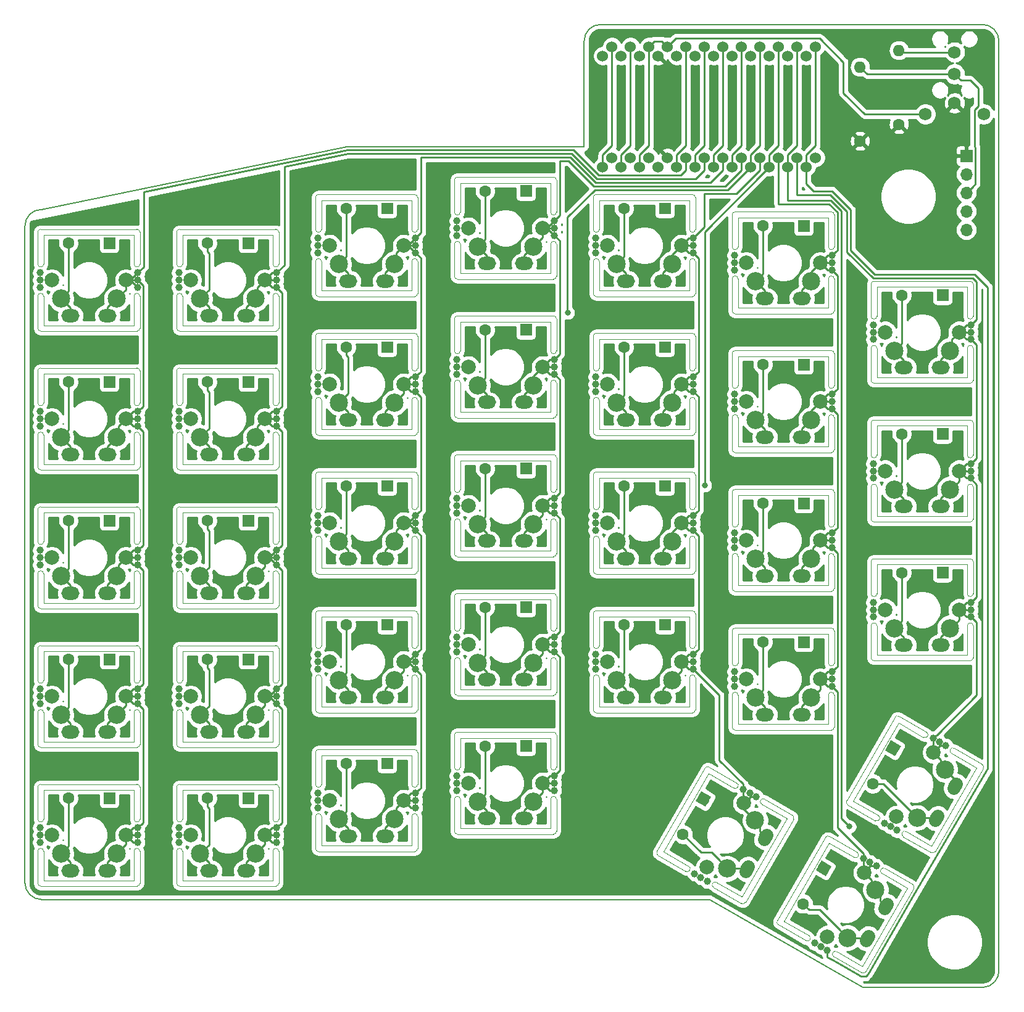
<source format=gbr>
G04 #@! TF.GenerationSoftware,KiCad,Pcbnew,5.1.2*
G04 #@! TF.CreationDate,2019-07-11T19:08:12+01:00*
G04 #@! TF.ProjectId,ergosnap,6572676f-736e-4617-902e-6b696361645f,1.0*
G04 #@! TF.SameCoordinates,Original*
G04 #@! TF.FileFunction,Copper,L2,Bot*
G04 #@! TF.FilePolarity,Positive*
%FSLAX46Y46*%
G04 Gerber Fmt 4.6, Leading zero omitted, Abs format (unit mm)*
G04 Created by KiCad (PCBNEW 5.1.2) date 2019-07-11 19:08:12*
%MOMM*%
%LPD*%
G04 APERTURE LIST*
%ADD10C,0.150000*%
%ADD11C,0.100000*%
%ADD12O,1.700000X1.700000*%
%ADD13R,1.700000X1.700000*%
%ADD14O,1.600000X1.600000*%
%ADD15C,1.600000*%
%ADD16C,1.752600*%
%ADD17C,1.000000*%
%ADD18C,2.000000*%
%ADD19C,2.500000*%
%ADD20C,1.800000*%
%ADD21C,1.800000*%
%ADD22O,2.500000X1.800000*%
%ADD23C,1.524000*%
%ADD24C,0.800000*%
%ADD25C,0.254000*%
G04 APERTURE END LIST*
D10*
X209677000Y-155067000D02*
G75*
G03X211836000Y-152654000I-127000J2286000D01*
G01*
X154940000Y-39624000D02*
X122428000Y-39624000D01*
X154940000Y-25146000D02*
X154940000Y-39624000D01*
X209550000Y-22860000D02*
X157226000Y-22860000D01*
X211836000Y-58674000D02*
X211836000Y-25146000D01*
X209677000Y-155067000D02*
X193167000Y-155067000D01*
X211836000Y-126619000D02*
X211836000Y-152654000D01*
X172212000Y-143002000D02*
X193167000Y-155067000D01*
X211836000Y-122174000D02*
X211836000Y-126619000D01*
X211836000Y-110236000D02*
X211836000Y-122174000D01*
X211836000Y-58674000D02*
X211836000Y-110236000D01*
X211836000Y-25146000D02*
G75*
G03X209550000Y-22860000I-2286000J0D01*
G01*
X78232000Y-140716000D02*
X78232000Y-50546000D01*
X80518000Y-143002000D02*
X114808000Y-143002000D01*
X78232000Y-140716000D02*
G75*
G03X80518000Y-143002000I2286000J0D01*
G01*
X157226000Y-22860000D02*
G75*
G03X154940000Y-25146000I0J-2286000D01*
G01*
X80518000Y-48260000D02*
G75*
G03X78232000Y-50546000I0J-2286000D01*
G01*
X122428000Y-39624000D02*
X80518000Y-48260000D01*
X114808000Y-143002000D02*
X172212000Y-143002000D01*
D11*
X203077178Y-136418068D02*
X209677178Y-124986532D01*
X202584358Y-135671658D02*
X208784358Y-124932942D01*
X191845642Y-129471658D02*
X198045642Y-118732942D01*
X190952822Y-129418068D02*
X197552822Y-117986532D01*
X202584358Y-135671658D02*
X199120256Y-133671658D01*
X202530768Y-136564478D02*
X198720256Y-134364478D01*
X205320256Y-122932942D02*
X208784358Y-124932942D01*
X209530768Y-124440122D02*
X205720256Y-122240122D01*
X201509744Y-120732942D02*
X198045642Y-118732942D01*
X201909744Y-120040122D02*
X198099232Y-117840122D01*
X191845642Y-129471658D02*
X195309744Y-131471658D01*
X194909744Y-132164478D02*
X191099232Y-129964478D01*
X209530768Y-124440122D02*
G75*
G02X209677178Y-124986532I-200000J-346410D01*
G01*
X203077178Y-136418068D02*
G75*
G02X202530768Y-136564478I-346410J200000D01*
G01*
X191099232Y-129964478D02*
G75*
G02X190952822Y-129418068I200000J346410D01*
G01*
X197552822Y-117986532D02*
G75*
G02X198099232Y-117840122I346410J-200000D01*
G01*
X198720252Y-134364476D02*
G75*
G02X199120256Y-133671658I200004J346408D01*
G01*
X195309748Y-131471660D02*
G75*
G02X194909744Y-132164478I-200004J-346408D01*
G01*
X205320252Y-122932940D02*
G75*
G02X205720256Y-122240122I200004J346408D01*
G01*
X201909748Y-120040124D02*
G75*
G02X201509744Y-120732942I-200004J-346408D01*
G01*
X193552178Y-152916068D02*
X200152178Y-141484532D01*
X193059358Y-152169658D02*
X199259358Y-141430942D01*
X182320642Y-145969658D02*
X188520642Y-135230942D01*
X181427822Y-145916068D02*
X188027822Y-134484532D01*
X193059358Y-152169658D02*
X189595256Y-150169658D01*
X193005768Y-153062478D02*
X189195256Y-150862478D01*
X195795256Y-139430942D02*
X199259358Y-141430942D01*
X200005768Y-140938122D02*
X196195256Y-138738122D01*
X191984744Y-137230942D02*
X188520642Y-135230942D01*
X192384744Y-136538122D02*
X188574232Y-134338122D01*
X182320642Y-145969658D02*
X185784744Y-147969658D01*
X185384744Y-148662478D02*
X181574232Y-146462478D01*
X200005768Y-140938122D02*
G75*
G02X200152178Y-141484532I-200000J-346410D01*
G01*
X193552178Y-152916068D02*
G75*
G02X193005768Y-153062478I-346410J200000D01*
G01*
X181574232Y-146462478D02*
G75*
G02X181427822Y-145916068I200000J346410D01*
G01*
X188027822Y-134484532D02*
G75*
G02X188574232Y-134338122I346410J-200000D01*
G01*
X189195252Y-150862476D02*
G75*
G02X189595256Y-150169658I200004J346408D01*
G01*
X185784748Y-147969660D02*
G75*
G02X185384744Y-148662478I-200004J-346408D01*
G01*
X195795252Y-139430940D02*
G75*
G02X196195256Y-138738122I200004J346408D01*
G01*
X192384748Y-136538124D02*
G75*
G02X191984744Y-137230942I-200004J-346408D01*
G01*
X177054178Y-143391018D02*
X183654178Y-131959482D01*
X176561358Y-142644608D02*
X182761358Y-131905892D01*
X165822642Y-136444608D02*
X172022642Y-125705892D01*
X164929822Y-136391018D02*
X171529822Y-124959482D01*
X176561358Y-142644608D02*
X173097256Y-140644608D01*
X176507768Y-143537428D02*
X172697256Y-141337428D01*
X179297256Y-129905892D02*
X182761358Y-131905892D01*
X183507768Y-131413072D02*
X179697256Y-129213072D01*
X175486744Y-127705892D02*
X172022642Y-125705892D01*
X175886744Y-127013072D02*
X172076232Y-124813072D01*
X165822642Y-136444608D02*
X169286744Y-138444608D01*
X168886744Y-139137428D02*
X165076232Y-136937428D01*
X183507768Y-131413072D02*
G75*
G02X183654178Y-131959482I-200000J-346410D01*
G01*
X177054178Y-143391018D02*
G75*
G02X176507768Y-143537428I-346410J200000D01*
G01*
X165076232Y-136937428D02*
G75*
G02X164929822Y-136391018I200000J346410D01*
G01*
X171529822Y-124959482D02*
G75*
G02X172076232Y-124813072I346410J-200000D01*
G01*
X172697252Y-141337426D02*
G75*
G02X173097256Y-140644608I200004J346408D01*
G01*
X169286748Y-138444610D02*
G75*
G02X168886744Y-139137428I-200004J-346408D01*
G01*
X179297252Y-129905890D02*
G75*
G02X179697256Y-129213072I200004J346408D01*
G01*
X175886748Y-127013074D02*
G75*
G02X175486744Y-127705892I-200004J-346408D01*
G01*
X137545000Y-134031750D02*
X150745000Y-134031750D01*
X137945000Y-133231750D02*
X150345000Y-133231750D01*
X137945000Y-120831750D02*
X150345000Y-120831750D01*
X137545000Y-120031750D02*
X150745000Y-120031750D01*
X137945000Y-133231750D02*
X137945000Y-129231750D01*
X137145000Y-133631750D02*
X137145000Y-129231750D01*
X150345000Y-129231750D02*
X150345000Y-133231750D01*
X151145000Y-133631750D02*
X151145000Y-129231750D01*
X150345000Y-124831750D02*
X150345000Y-120831750D01*
X151145000Y-124831750D02*
X151145000Y-120431750D01*
X137945000Y-120831750D02*
X137945000Y-124831750D01*
X137145000Y-124831750D02*
X137145000Y-120431750D01*
X151145000Y-133631750D02*
G75*
G02X150745000Y-134031750I-400000J0D01*
G01*
X137545000Y-134031750D02*
G75*
G02X137145000Y-133631750I0J400000D01*
G01*
X137145000Y-120431750D02*
G75*
G02X137545000Y-120031750I400000J0D01*
G01*
X150745000Y-120031750D02*
G75*
G02X151145000Y-120431750I0J-400000D01*
G01*
X137145000Y-129231745D02*
G75*
G02X137945000Y-129231750I400000J-5D01*
G01*
X137945000Y-124831755D02*
G75*
G02X137145000Y-124831750I-400000J5D01*
G01*
X150345000Y-129231745D02*
G75*
G02X151145000Y-129231750I400000J-5D01*
G01*
X151145000Y-124831755D02*
G75*
G02X150345000Y-124831750I-400000J5D01*
G01*
X118495000Y-136413000D02*
X131695000Y-136413000D01*
X118895000Y-135613000D02*
X131295000Y-135613000D01*
X118895000Y-123213000D02*
X131295000Y-123213000D01*
X118495000Y-122413000D02*
X131695000Y-122413000D01*
X118895000Y-135613000D02*
X118895000Y-131613000D01*
X118095000Y-136013000D02*
X118095000Y-131613000D01*
X131295000Y-131613000D02*
X131295000Y-135613000D01*
X132095000Y-136013000D02*
X132095000Y-131613000D01*
X131295000Y-127213000D02*
X131295000Y-123213000D01*
X132095000Y-127213000D02*
X132095000Y-122813000D01*
X118895000Y-123213000D02*
X118895000Y-127213000D01*
X118095000Y-127213000D02*
X118095000Y-122813000D01*
X132095000Y-136013000D02*
G75*
G02X131695000Y-136413000I-400000J0D01*
G01*
X118495000Y-136413000D02*
G75*
G02X118095000Y-136013000I0J400000D01*
G01*
X118095000Y-122813000D02*
G75*
G02X118495000Y-122413000I400000J0D01*
G01*
X131695000Y-122413000D02*
G75*
G02X132095000Y-122813000I0J-400000D01*
G01*
X118095000Y-131612995D02*
G75*
G02X118895000Y-131613000I400000J-5D01*
G01*
X118895000Y-127213005D02*
G75*
G02X118095000Y-127213000I-400000J5D01*
G01*
X131295000Y-131612995D02*
G75*
G02X132095000Y-131613000I400000J-5D01*
G01*
X132095000Y-127213005D02*
G75*
G02X131295000Y-127213000I-400000J5D01*
G01*
X99445000Y-141175500D02*
X112645000Y-141175500D01*
X99845000Y-140375500D02*
X112245000Y-140375500D01*
X99845000Y-127975500D02*
X112245000Y-127975500D01*
X99445000Y-127175500D02*
X112645000Y-127175500D01*
X99845000Y-140375500D02*
X99845000Y-136375500D01*
X99045000Y-140775500D02*
X99045000Y-136375500D01*
X112245000Y-136375500D02*
X112245000Y-140375500D01*
X113045000Y-140775500D02*
X113045000Y-136375500D01*
X112245000Y-131975500D02*
X112245000Y-127975500D01*
X113045000Y-131975500D02*
X113045000Y-127575500D01*
X99845000Y-127975500D02*
X99845000Y-131975500D01*
X99045000Y-131975500D02*
X99045000Y-127575500D01*
X113045000Y-140775500D02*
G75*
G02X112645000Y-141175500I-400000J0D01*
G01*
X99445000Y-141175500D02*
G75*
G02X99045000Y-140775500I0J400000D01*
G01*
X99045000Y-127575500D02*
G75*
G02X99445000Y-127175500I400000J0D01*
G01*
X112645000Y-127175500D02*
G75*
G02X113045000Y-127575500I0J-400000D01*
G01*
X99045000Y-136375495D02*
G75*
G02X99845000Y-136375500I400000J-5D01*
G01*
X99845000Y-131975505D02*
G75*
G02X99045000Y-131975500I-400000J5D01*
G01*
X112245000Y-136375495D02*
G75*
G02X113045000Y-136375500I400000J-5D01*
G01*
X113045000Y-131975505D02*
G75*
G02X112245000Y-131975500I-400000J5D01*
G01*
X80395000Y-141175500D02*
X93595000Y-141175500D01*
X80795000Y-140375500D02*
X93195000Y-140375500D01*
X80795000Y-127975500D02*
X93195000Y-127975500D01*
X80395000Y-127175500D02*
X93595000Y-127175500D01*
X80795000Y-140375500D02*
X80795000Y-136375500D01*
X79995000Y-140775500D02*
X79995000Y-136375500D01*
X93195000Y-136375500D02*
X93195000Y-140375500D01*
X93995000Y-140775500D02*
X93995000Y-136375500D01*
X93195000Y-131975500D02*
X93195000Y-127975500D01*
X93995000Y-131975500D02*
X93995000Y-127575500D01*
X80795000Y-127975500D02*
X80795000Y-131975500D01*
X79995000Y-131975500D02*
X79995000Y-127575500D01*
X93995000Y-140775500D02*
G75*
G02X93595000Y-141175500I-400000J0D01*
G01*
X80395000Y-141175500D02*
G75*
G02X79995000Y-140775500I0J400000D01*
G01*
X79995000Y-127575500D02*
G75*
G02X80395000Y-127175500I400000J0D01*
G01*
X93595000Y-127175500D02*
G75*
G02X93995000Y-127575500I0J-400000D01*
G01*
X79995000Y-136375495D02*
G75*
G02X80795000Y-136375500I400000J-5D01*
G01*
X80795000Y-131975505D02*
G75*
G02X79995000Y-131975500I-400000J5D01*
G01*
X93195000Y-136375495D02*
G75*
G02X93995000Y-136375500I400000J-5D01*
G01*
X93995000Y-131975505D02*
G75*
G02X93195000Y-131975500I-400000J5D01*
G01*
X194695000Y-110219250D02*
X207895000Y-110219250D01*
X195095000Y-109419250D02*
X207495000Y-109419250D01*
X195095000Y-97019250D02*
X207495000Y-97019250D01*
X194695000Y-96219250D02*
X207895000Y-96219250D01*
X195095000Y-109419250D02*
X195095000Y-105419250D01*
X194295000Y-109819250D02*
X194295000Y-105419250D01*
X207495000Y-105419250D02*
X207495000Y-109419250D01*
X208295000Y-109819250D02*
X208295000Y-105419250D01*
X207495000Y-101019250D02*
X207495000Y-97019250D01*
X208295000Y-101019250D02*
X208295000Y-96619250D01*
X195095000Y-97019250D02*
X195095000Y-101019250D01*
X194295000Y-101019250D02*
X194295000Y-96619250D01*
X208295000Y-109819250D02*
G75*
G02X207895000Y-110219250I-400000J0D01*
G01*
X194695000Y-110219250D02*
G75*
G02X194295000Y-109819250I0J400000D01*
G01*
X194295000Y-96619250D02*
G75*
G02X194695000Y-96219250I400000J0D01*
G01*
X207895000Y-96219250D02*
G75*
G02X208295000Y-96619250I0J-400000D01*
G01*
X194295000Y-105419245D02*
G75*
G02X195095000Y-105419250I400000J-5D01*
G01*
X195095000Y-101019255D02*
G75*
G02X194295000Y-101019250I-400000J5D01*
G01*
X207495000Y-105419245D02*
G75*
G02X208295000Y-105419250I400000J-5D01*
G01*
X208295000Y-101019255D02*
G75*
G02X207495000Y-101019250I-400000J5D01*
G01*
X194695000Y-91169250D02*
X207895000Y-91169250D01*
X195095000Y-90369250D02*
X207495000Y-90369250D01*
X195095000Y-77969250D02*
X207495000Y-77969250D01*
X194695000Y-77169250D02*
X207895000Y-77169250D01*
X195095000Y-90369250D02*
X195095000Y-86369250D01*
X194295000Y-90769250D02*
X194295000Y-86369250D01*
X207495000Y-86369250D02*
X207495000Y-90369250D01*
X208295000Y-90769250D02*
X208295000Y-86369250D01*
X207495000Y-81969250D02*
X207495000Y-77969250D01*
X208295000Y-81969250D02*
X208295000Y-77569250D01*
X195095000Y-77969250D02*
X195095000Y-81969250D01*
X194295000Y-81969250D02*
X194295000Y-77569250D01*
X208295000Y-90769250D02*
G75*
G02X207895000Y-91169250I-400000J0D01*
G01*
X194695000Y-91169250D02*
G75*
G02X194295000Y-90769250I0J400000D01*
G01*
X194295000Y-77569250D02*
G75*
G02X194695000Y-77169250I400000J0D01*
G01*
X207895000Y-77169250D02*
G75*
G02X208295000Y-77569250I0J-400000D01*
G01*
X194295000Y-86369245D02*
G75*
G02X195095000Y-86369250I400000J-5D01*
G01*
X195095000Y-81969255D02*
G75*
G02X194295000Y-81969250I-400000J5D01*
G01*
X207495000Y-86369245D02*
G75*
G02X208295000Y-86369250I400000J-5D01*
G01*
X208295000Y-81969255D02*
G75*
G02X207495000Y-81969250I-400000J5D01*
G01*
X194695000Y-72119250D02*
X207895000Y-72119250D01*
X195095000Y-71319250D02*
X207495000Y-71319250D01*
X195095000Y-58919250D02*
X207495000Y-58919250D01*
X194695000Y-58119250D02*
X207895000Y-58119250D01*
X195095000Y-71319250D02*
X195095000Y-67319250D01*
X194295000Y-71719250D02*
X194295000Y-67319250D01*
X207495000Y-67319250D02*
X207495000Y-71319250D01*
X208295000Y-71719250D02*
X208295000Y-67319250D01*
X207495000Y-62919250D02*
X207495000Y-58919250D01*
X208295000Y-62919250D02*
X208295000Y-58519250D01*
X195095000Y-58919250D02*
X195095000Y-62919250D01*
X194295000Y-62919250D02*
X194295000Y-58519250D01*
X208295000Y-71719250D02*
G75*
G02X207895000Y-72119250I-400000J0D01*
G01*
X194695000Y-72119250D02*
G75*
G02X194295000Y-71719250I0J400000D01*
G01*
X194295000Y-58519250D02*
G75*
G02X194695000Y-58119250I400000J0D01*
G01*
X207895000Y-58119250D02*
G75*
G02X208295000Y-58519250I0J-400000D01*
G01*
X194295000Y-67319245D02*
G75*
G02X195095000Y-67319250I400000J-5D01*
G01*
X195095000Y-62919255D02*
G75*
G02X194295000Y-62919250I-400000J5D01*
G01*
X207495000Y-67319245D02*
G75*
G02X208295000Y-67319250I400000J-5D01*
G01*
X208295000Y-62919255D02*
G75*
G02X207495000Y-62919250I-400000J5D01*
G01*
X175645000Y-119744250D02*
X188845000Y-119744250D01*
X176045000Y-118944250D02*
X188445000Y-118944250D01*
X176045000Y-106544250D02*
X188445000Y-106544250D01*
X175645000Y-105744250D02*
X188845000Y-105744250D01*
X176045000Y-118944250D02*
X176045000Y-114944250D01*
X175245000Y-119344250D02*
X175245000Y-114944250D01*
X188445000Y-114944250D02*
X188445000Y-118944250D01*
X189245000Y-119344250D02*
X189245000Y-114944250D01*
X188445000Y-110544250D02*
X188445000Y-106544250D01*
X189245000Y-110544250D02*
X189245000Y-106144250D01*
X176045000Y-106544250D02*
X176045000Y-110544250D01*
X175245000Y-110544250D02*
X175245000Y-106144250D01*
X189245000Y-119344250D02*
G75*
G02X188845000Y-119744250I-400000J0D01*
G01*
X175645000Y-119744250D02*
G75*
G02X175245000Y-119344250I0J400000D01*
G01*
X175245000Y-106144250D02*
G75*
G02X175645000Y-105744250I400000J0D01*
G01*
X188845000Y-105744250D02*
G75*
G02X189245000Y-106144250I0J-400000D01*
G01*
X175245000Y-114944245D02*
G75*
G02X176045000Y-114944250I400000J-5D01*
G01*
X176045000Y-110544255D02*
G75*
G02X175245000Y-110544250I-400000J5D01*
G01*
X188445000Y-114944245D02*
G75*
G02X189245000Y-114944250I400000J-5D01*
G01*
X189245000Y-110544255D02*
G75*
G02X188445000Y-110544250I-400000J5D01*
G01*
X175645000Y-100694250D02*
X188845000Y-100694250D01*
X176045000Y-99894250D02*
X188445000Y-99894250D01*
X176045000Y-87494250D02*
X188445000Y-87494250D01*
X175645000Y-86694250D02*
X188845000Y-86694250D01*
X176045000Y-99894250D02*
X176045000Y-95894250D01*
X175245000Y-100294250D02*
X175245000Y-95894250D01*
X188445000Y-95894250D02*
X188445000Y-99894250D01*
X189245000Y-100294250D02*
X189245000Y-95894250D01*
X188445000Y-91494250D02*
X188445000Y-87494250D01*
X189245000Y-91494250D02*
X189245000Y-87094250D01*
X176045000Y-87494250D02*
X176045000Y-91494250D01*
X175245000Y-91494250D02*
X175245000Y-87094250D01*
X189245000Y-100294250D02*
G75*
G02X188845000Y-100694250I-400000J0D01*
G01*
X175645000Y-100694250D02*
G75*
G02X175245000Y-100294250I0J400000D01*
G01*
X175245000Y-87094250D02*
G75*
G02X175645000Y-86694250I400000J0D01*
G01*
X188845000Y-86694250D02*
G75*
G02X189245000Y-87094250I0J-400000D01*
G01*
X175245000Y-95894245D02*
G75*
G02X176045000Y-95894250I400000J-5D01*
G01*
X176045000Y-91494255D02*
G75*
G02X175245000Y-91494250I-400000J5D01*
G01*
X188445000Y-95894245D02*
G75*
G02X189245000Y-95894250I400000J-5D01*
G01*
X189245000Y-91494255D02*
G75*
G02X188445000Y-91494250I-400000J5D01*
G01*
X175645000Y-81644250D02*
X188845000Y-81644250D01*
X176045000Y-80844250D02*
X188445000Y-80844250D01*
X176045000Y-68444250D02*
X188445000Y-68444250D01*
X175645000Y-67644250D02*
X188845000Y-67644250D01*
X176045000Y-80844250D02*
X176045000Y-76844250D01*
X175245000Y-81244250D02*
X175245000Y-76844250D01*
X188445000Y-76844250D02*
X188445000Y-80844250D01*
X189245000Y-81244250D02*
X189245000Y-76844250D01*
X188445000Y-72444250D02*
X188445000Y-68444250D01*
X189245000Y-72444250D02*
X189245000Y-68044250D01*
X176045000Y-68444250D02*
X176045000Y-72444250D01*
X175245000Y-72444250D02*
X175245000Y-68044250D01*
X189245000Y-81244250D02*
G75*
G02X188845000Y-81644250I-400000J0D01*
G01*
X175645000Y-81644250D02*
G75*
G02X175245000Y-81244250I0J400000D01*
G01*
X175245000Y-68044250D02*
G75*
G02X175645000Y-67644250I400000J0D01*
G01*
X188845000Y-67644250D02*
G75*
G02X189245000Y-68044250I0J-400000D01*
G01*
X175245000Y-76844245D02*
G75*
G02X176045000Y-76844250I400000J-5D01*
G01*
X176045000Y-72444255D02*
G75*
G02X175245000Y-72444250I-400000J5D01*
G01*
X188445000Y-76844245D02*
G75*
G02X189245000Y-76844250I400000J-5D01*
G01*
X189245000Y-72444255D02*
G75*
G02X188445000Y-72444250I-400000J5D01*
G01*
X175645000Y-62594250D02*
X188845000Y-62594250D01*
X176045000Y-61794250D02*
X188445000Y-61794250D01*
X176045000Y-49394250D02*
X188445000Y-49394250D01*
X175645000Y-48594250D02*
X188845000Y-48594250D01*
X176045000Y-61794250D02*
X176045000Y-57794250D01*
X175245000Y-62194250D02*
X175245000Y-57794250D01*
X188445000Y-57794250D02*
X188445000Y-61794250D01*
X189245000Y-62194250D02*
X189245000Y-57794250D01*
X188445000Y-53394250D02*
X188445000Y-49394250D01*
X189245000Y-53394250D02*
X189245000Y-48994250D01*
X176045000Y-49394250D02*
X176045000Y-53394250D01*
X175245000Y-53394250D02*
X175245000Y-48994250D01*
X189245000Y-62194250D02*
G75*
G02X188845000Y-62594250I-400000J0D01*
G01*
X175645000Y-62594250D02*
G75*
G02X175245000Y-62194250I0J400000D01*
G01*
X175245000Y-48994250D02*
G75*
G02X175645000Y-48594250I400000J0D01*
G01*
X188845000Y-48594250D02*
G75*
G02X189245000Y-48994250I0J-400000D01*
G01*
X175245000Y-57794245D02*
G75*
G02X176045000Y-57794250I400000J-5D01*
G01*
X176045000Y-53394255D02*
G75*
G02X175245000Y-53394250I-400000J5D01*
G01*
X188445000Y-57794245D02*
G75*
G02X189245000Y-57794250I400000J-5D01*
G01*
X189245000Y-53394255D02*
G75*
G02X188445000Y-53394250I-400000J5D01*
G01*
X156595000Y-117363000D02*
X169795000Y-117363000D01*
X156995000Y-116563000D02*
X169395000Y-116563000D01*
X156995000Y-104163000D02*
X169395000Y-104163000D01*
X156595000Y-103363000D02*
X169795000Y-103363000D01*
X156995000Y-116563000D02*
X156995000Y-112563000D01*
X156195000Y-116963000D02*
X156195000Y-112563000D01*
X169395000Y-112563000D02*
X169395000Y-116563000D01*
X170195000Y-116963000D02*
X170195000Y-112563000D01*
X169395000Y-108163000D02*
X169395000Y-104163000D01*
X170195000Y-108163000D02*
X170195000Y-103763000D01*
X156995000Y-104163000D02*
X156995000Y-108163000D01*
X156195000Y-108163000D02*
X156195000Y-103763000D01*
X170195000Y-116963000D02*
G75*
G02X169795000Y-117363000I-400000J0D01*
G01*
X156595000Y-117363000D02*
G75*
G02X156195000Y-116963000I0J400000D01*
G01*
X156195000Y-103763000D02*
G75*
G02X156595000Y-103363000I400000J0D01*
G01*
X169795000Y-103363000D02*
G75*
G02X170195000Y-103763000I0J-400000D01*
G01*
X156195000Y-112562995D02*
G75*
G02X156995000Y-112563000I400000J-5D01*
G01*
X156995000Y-108163005D02*
G75*
G02X156195000Y-108163000I-400000J5D01*
G01*
X169395000Y-112562995D02*
G75*
G02X170195000Y-112563000I400000J-5D01*
G01*
X170195000Y-108163005D02*
G75*
G02X169395000Y-108163000I-400000J5D01*
G01*
X156595000Y-98313000D02*
X169795000Y-98313000D01*
X156995000Y-97513000D02*
X169395000Y-97513000D01*
X156995000Y-85113000D02*
X169395000Y-85113000D01*
X156595000Y-84313000D02*
X169795000Y-84313000D01*
X156995000Y-97513000D02*
X156995000Y-93513000D01*
X156195000Y-97913000D02*
X156195000Y-93513000D01*
X169395000Y-93513000D02*
X169395000Y-97513000D01*
X170195000Y-97913000D02*
X170195000Y-93513000D01*
X169395000Y-89113000D02*
X169395000Y-85113000D01*
X170195000Y-89113000D02*
X170195000Y-84713000D01*
X156995000Y-85113000D02*
X156995000Y-89113000D01*
X156195000Y-89113000D02*
X156195000Y-84713000D01*
X170195000Y-97913000D02*
G75*
G02X169795000Y-98313000I-400000J0D01*
G01*
X156595000Y-98313000D02*
G75*
G02X156195000Y-97913000I0J400000D01*
G01*
X156195000Y-84713000D02*
G75*
G02X156595000Y-84313000I400000J0D01*
G01*
X169795000Y-84313000D02*
G75*
G02X170195000Y-84713000I0J-400000D01*
G01*
X156195000Y-93512995D02*
G75*
G02X156995000Y-93513000I400000J-5D01*
G01*
X156995000Y-89113005D02*
G75*
G02X156195000Y-89113000I-400000J5D01*
G01*
X169395000Y-93512995D02*
G75*
G02X170195000Y-93513000I400000J-5D01*
G01*
X170195000Y-89113005D02*
G75*
G02X169395000Y-89113000I-400000J5D01*
G01*
X156595000Y-79263000D02*
X169795000Y-79263000D01*
X156995000Y-78463000D02*
X169395000Y-78463000D01*
X156995000Y-66063000D02*
X169395000Y-66063000D01*
X156595000Y-65263000D02*
X169795000Y-65263000D01*
X156995000Y-78463000D02*
X156995000Y-74463000D01*
X156195000Y-78863000D02*
X156195000Y-74463000D01*
X169395000Y-74463000D02*
X169395000Y-78463000D01*
X170195000Y-78863000D02*
X170195000Y-74463000D01*
X169395000Y-70063000D02*
X169395000Y-66063000D01*
X170195000Y-70063000D02*
X170195000Y-65663000D01*
X156995000Y-66063000D02*
X156995000Y-70063000D01*
X156195000Y-70063000D02*
X156195000Y-65663000D01*
X170195000Y-78863000D02*
G75*
G02X169795000Y-79263000I-400000J0D01*
G01*
X156595000Y-79263000D02*
G75*
G02X156195000Y-78863000I0J400000D01*
G01*
X156195000Y-65663000D02*
G75*
G02X156595000Y-65263000I400000J0D01*
G01*
X169795000Y-65263000D02*
G75*
G02X170195000Y-65663000I0J-400000D01*
G01*
X156195000Y-74462995D02*
G75*
G02X156995000Y-74463000I400000J-5D01*
G01*
X156995000Y-70063005D02*
G75*
G02X156195000Y-70063000I-400000J5D01*
G01*
X169395000Y-74462995D02*
G75*
G02X170195000Y-74463000I400000J-5D01*
G01*
X170195000Y-70063005D02*
G75*
G02X169395000Y-70063000I-400000J5D01*
G01*
X156595000Y-60213000D02*
X169795000Y-60213000D01*
X156995000Y-59413000D02*
X169395000Y-59413000D01*
X156995000Y-47013000D02*
X169395000Y-47013000D01*
X156595000Y-46213000D02*
X169795000Y-46213000D01*
X156995000Y-59413000D02*
X156995000Y-55413000D01*
X156195000Y-59813000D02*
X156195000Y-55413000D01*
X169395000Y-55413000D02*
X169395000Y-59413000D01*
X170195000Y-59813000D02*
X170195000Y-55413000D01*
X169395000Y-51013000D02*
X169395000Y-47013000D01*
X170195000Y-51013000D02*
X170195000Y-46613000D01*
X156995000Y-47013000D02*
X156995000Y-51013000D01*
X156195000Y-51013000D02*
X156195000Y-46613000D01*
X170195000Y-59813000D02*
G75*
G02X169795000Y-60213000I-400000J0D01*
G01*
X156595000Y-60213000D02*
G75*
G02X156195000Y-59813000I0J400000D01*
G01*
X156195000Y-46613000D02*
G75*
G02X156595000Y-46213000I400000J0D01*
G01*
X169795000Y-46213000D02*
G75*
G02X170195000Y-46613000I0J-400000D01*
G01*
X156195000Y-55412995D02*
G75*
G02X156995000Y-55413000I400000J-5D01*
G01*
X156995000Y-51013005D02*
G75*
G02X156195000Y-51013000I-400000J5D01*
G01*
X169395000Y-55412995D02*
G75*
G02X170195000Y-55413000I400000J-5D01*
G01*
X170195000Y-51013005D02*
G75*
G02X169395000Y-51013000I-400000J5D01*
G01*
X137545000Y-114981750D02*
X150745000Y-114981750D01*
X137945000Y-114181750D02*
X150345000Y-114181750D01*
X137945000Y-101781750D02*
X150345000Y-101781750D01*
X137545000Y-100981750D02*
X150745000Y-100981750D01*
X137945000Y-114181750D02*
X137945000Y-110181750D01*
X137145000Y-114581750D02*
X137145000Y-110181750D01*
X150345000Y-110181750D02*
X150345000Y-114181750D01*
X151145000Y-114581750D02*
X151145000Y-110181750D01*
X150345000Y-105781750D02*
X150345000Y-101781750D01*
X151145000Y-105781750D02*
X151145000Y-101381750D01*
X137945000Y-101781750D02*
X137945000Y-105781750D01*
X137145000Y-105781750D02*
X137145000Y-101381750D01*
X151145000Y-114581750D02*
G75*
G02X150745000Y-114981750I-400000J0D01*
G01*
X137545000Y-114981750D02*
G75*
G02X137145000Y-114581750I0J400000D01*
G01*
X137145000Y-101381750D02*
G75*
G02X137545000Y-100981750I400000J0D01*
G01*
X150745000Y-100981750D02*
G75*
G02X151145000Y-101381750I0J-400000D01*
G01*
X137145000Y-110181745D02*
G75*
G02X137945000Y-110181750I400000J-5D01*
G01*
X137945000Y-105781755D02*
G75*
G02X137145000Y-105781750I-400000J5D01*
G01*
X150345000Y-110181745D02*
G75*
G02X151145000Y-110181750I400000J-5D01*
G01*
X151145000Y-105781755D02*
G75*
G02X150345000Y-105781750I-400000J5D01*
G01*
X137545000Y-95931750D02*
X150745000Y-95931750D01*
X137945000Y-95131750D02*
X150345000Y-95131750D01*
X137945000Y-82731750D02*
X150345000Y-82731750D01*
X137545000Y-81931750D02*
X150745000Y-81931750D01*
X137945000Y-95131750D02*
X137945000Y-91131750D01*
X137145000Y-95531750D02*
X137145000Y-91131750D01*
X150345000Y-91131750D02*
X150345000Y-95131750D01*
X151145000Y-95531750D02*
X151145000Y-91131750D01*
X150345000Y-86731750D02*
X150345000Y-82731750D01*
X151145000Y-86731750D02*
X151145000Y-82331750D01*
X137945000Y-82731750D02*
X137945000Y-86731750D01*
X137145000Y-86731750D02*
X137145000Y-82331750D01*
X151145000Y-95531750D02*
G75*
G02X150745000Y-95931750I-400000J0D01*
G01*
X137545000Y-95931750D02*
G75*
G02X137145000Y-95531750I0J400000D01*
G01*
X137145000Y-82331750D02*
G75*
G02X137545000Y-81931750I400000J0D01*
G01*
X150745000Y-81931750D02*
G75*
G02X151145000Y-82331750I0J-400000D01*
G01*
X137145000Y-91131745D02*
G75*
G02X137945000Y-91131750I400000J-5D01*
G01*
X137945000Y-86731755D02*
G75*
G02X137145000Y-86731750I-400000J5D01*
G01*
X150345000Y-91131745D02*
G75*
G02X151145000Y-91131750I400000J-5D01*
G01*
X151145000Y-86731755D02*
G75*
G02X150345000Y-86731750I-400000J5D01*
G01*
X137545000Y-76881750D02*
X150745000Y-76881750D01*
X137945000Y-76081750D02*
X150345000Y-76081750D01*
X137945000Y-63681750D02*
X150345000Y-63681750D01*
X137545000Y-62881750D02*
X150745000Y-62881750D01*
X137945000Y-76081750D02*
X137945000Y-72081750D01*
X137145000Y-76481750D02*
X137145000Y-72081750D01*
X150345000Y-72081750D02*
X150345000Y-76081750D01*
X151145000Y-76481750D02*
X151145000Y-72081750D01*
X150345000Y-67681750D02*
X150345000Y-63681750D01*
X151145000Y-67681750D02*
X151145000Y-63281750D01*
X137945000Y-63681750D02*
X137945000Y-67681750D01*
X137145000Y-67681750D02*
X137145000Y-63281750D01*
X151145000Y-76481750D02*
G75*
G02X150745000Y-76881750I-400000J0D01*
G01*
X137545000Y-76881750D02*
G75*
G02X137145000Y-76481750I0J400000D01*
G01*
X137145000Y-63281750D02*
G75*
G02X137545000Y-62881750I400000J0D01*
G01*
X150745000Y-62881750D02*
G75*
G02X151145000Y-63281750I0J-400000D01*
G01*
X137145000Y-72081745D02*
G75*
G02X137945000Y-72081750I400000J-5D01*
G01*
X137945000Y-67681755D02*
G75*
G02X137145000Y-67681750I-400000J5D01*
G01*
X150345000Y-72081745D02*
G75*
G02X151145000Y-72081750I400000J-5D01*
G01*
X151145000Y-67681755D02*
G75*
G02X150345000Y-67681750I-400000J5D01*
G01*
X137545000Y-57831750D02*
X150745000Y-57831750D01*
X137945000Y-57031750D02*
X150345000Y-57031750D01*
X137945000Y-44631750D02*
X150345000Y-44631750D01*
X137545000Y-43831750D02*
X150745000Y-43831750D01*
X137945000Y-57031750D02*
X137945000Y-53031750D01*
X137145000Y-57431750D02*
X137145000Y-53031750D01*
X150345000Y-53031750D02*
X150345000Y-57031750D01*
X151145000Y-57431750D02*
X151145000Y-53031750D01*
X150345000Y-48631750D02*
X150345000Y-44631750D01*
X151145000Y-48631750D02*
X151145000Y-44231750D01*
X137945000Y-44631750D02*
X137945000Y-48631750D01*
X137145000Y-48631750D02*
X137145000Y-44231750D01*
X151145000Y-57431750D02*
G75*
G02X150745000Y-57831750I-400000J0D01*
G01*
X137545000Y-57831750D02*
G75*
G02X137145000Y-57431750I0J400000D01*
G01*
X137145000Y-44231750D02*
G75*
G02X137545000Y-43831750I400000J0D01*
G01*
X150745000Y-43831750D02*
G75*
G02X151145000Y-44231750I0J-400000D01*
G01*
X137145000Y-53031745D02*
G75*
G02X137945000Y-53031750I400000J-5D01*
G01*
X137945000Y-48631755D02*
G75*
G02X137145000Y-48631750I-400000J5D01*
G01*
X150345000Y-53031745D02*
G75*
G02X151145000Y-53031750I400000J-5D01*
G01*
X151145000Y-48631755D02*
G75*
G02X150345000Y-48631750I-400000J5D01*
G01*
X118495000Y-117363000D02*
X131695000Y-117363000D01*
X118895000Y-116563000D02*
X131295000Y-116563000D01*
X118895000Y-104163000D02*
X131295000Y-104163000D01*
X118495000Y-103363000D02*
X131695000Y-103363000D01*
X118895000Y-116563000D02*
X118895000Y-112563000D01*
X118095000Y-116963000D02*
X118095000Y-112563000D01*
X131295000Y-112563000D02*
X131295000Y-116563000D01*
X132095000Y-116963000D02*
X132095000Y-112563000D01*
X131295000Y-108163000D02*
X131295000Y-104163000D01*
X132095000Y-108163000D02*
X132095000Y-103763000D01*
X118895000Y-104163000D02*
X118895000Y-108163000D01*
X118095000Y-108163000D02*
X118095000Y-103763000D01*
X132095000Y-116963000D02*
G75*
G02X131695000Y-117363000I-400000J0D01*
G01*
X118495000Y-117363000D02*
G75*
G02X118095000Y-116963000I0J400000D01*
G01*
X118095000Y-103763000D02*
G75*
G02X118495000Y-103363000I400000J0D01*
G01*
X131695000Y-103363000D02*
G75*
G02X132095000Y-103763000I0J-400000D01*
G01*
X118095000Y-112562995D02*
G75*
G02X118895000Y-112563000I400000J-5D01*
G01*
X118895000Y-108163005D02*
G75*
G02X118095000Y-108163000I-400000J5D01*
G01*
X131295000Y-112562995D02*
G75*
G02X132095000Y-112563000I400000J-5D01*
G01*
X132095000Y-108163005D02*
G75*
G02X131295000Y-108163000I-400000J5D01*
G01*
X118495000Y-98313000D02*
X131695000Y-98313000D01*
X118895000Y-97513000D02*
X131295000Y-97513000D01*
X118895000Y-85113000D02*
X131295000Y-85113000D01*
X118495000Y-84313000D02*
X131695000Y-84313000D01*
X118895000Y-97513000D02*
X118895000Y-93513000D01*
X118095000Y-97913000D02*
X118095000Y-93513000D01*
X131295000Y-93513000D02*
X131295000Y-97513000D01*
X132095000Y-97913000D02*
X132095000Y-93513000D01*
X131295000Y-89113000D02*
X131295000Y-85113000D01*
X132095000Y-89113000D02*
X132095000Y-84713000D01*
X118895000Y-85113000D02*
X118895000Y-89113000D01*
X118095000Y-89113000D02*
X118095000Y-84713000D01*
X132095000Y-97913000D02*
G75*
G02X131695000Y-98313000I-400000J0D01*
G01*
X118495000Y-98313000D02*
G75*
G02X118095000Y-97913000I0J400000D01*
G01*
X118095000Y-84713000D02*
G75*
G02X118495000Y-84313000I400000J0D01*
G01*
X131695000Y-84313000D02*
G75*
G02X132095000Y-84713000I0J-400000D01*
G01*
X118095000Y-93512995D02*
G75*
G02X118895000Y-93513000I400000J-5D01*
G01*
X118895000Y-89113005D02*
G75*
G02X118095000Y-89113000I-400000J5D01*
G01*
X131295000Y-93512995D02*
G75*
G02X132095000Y-93513000I400000J-5D01*
G01*
X132095000Y-89113005D02*
G75*
G02X131295000Y-89113000I-400000J5D01*
G01*
X118495000Y-79263000D02*
X131695000Y-79263000D01*
X118895000Y-78463000D02*
X131295000Y-78463000D01*
X118895000Y-66063000D02*
X131295000Y-66063000D01*
X118495000Y-65263000D02*
X131695000Y-65263000D01*
X118895000Y-78463000D02*
X118895000Y-74463000D01*
X118095000Y-78863000D02*
X118095000Y-74463000D01*
X131295000Y-74463000D02*
X131295000Y-78463000D01*
X132095000Y-78863000D02*
X132095000Y-74463000D01*
X131295000Y-70063000D02*
X131295000Y-66063000D01*
X132095000Y-70063000D02*
X132095000Y-65663000D01*
X118895000Y-66063000D02*
X118895000Y-70063000D01*
X118095000Y-70063000D02*
X118095000Y-65663000D01*
X132095000Y-78863000D02*
G75*
G02X131695000Y-79263000I-400000J0D01*
G01*
X118495000Y-79263000D02*
G75*
G02X118095000Y-78863000I0J400000D01*
G01*
X118095000Y-65663000D02*
G75*
G02X118495000Y-65263000I400000J0D01*
G01*
X131695000Y-65263000D02*
G75*
G02X132095000Y-65663000I0J-400000D01*
G01*
X118095000Y-74462995D02*
G75*
G02X118895000Y-74463000I400000J-5D01*
G01*
X118895000Y-70063005D02*
G75*
G02X118095000Y-70063000I-400000J5D01*
G01*
X131295000Y-74462995D02*
G75*
G02X132095000Y-74463000I400000J-5D01*
G01*
X132095000Y-70063005D02*
G75*
G02X131295000Y-70063000I-400000J5D01*
G01*
X118495000Y-60213000D02*
X131695000Y-60213000D01*
X118895000Y-59413000D02*
X131295000Y-59413000D01*
X118895000Y-47013000D02*
X131295000Y-47013000D01*
X118495000Y-46213000D02*
X131695000Y-46213000D01*
X118895000Y-59413000D02*
X118895000Y-55413000D01*
X118095000Y-59813000D02*
X118095000Y-55413000D01*
X131295000Y-55413000D02*
X131295000Y-59413000D01*
X132095000Y-59813000D02*
X132095000Y-55413000D01*
X131295000Y-51013000D02*
X131295000Y-47013000D01*
X132095000Y-51013000D02*
X132095000Y-46613000D01*
X118895000Y-47013000D02*
X118895000Y-51013000D01*
X118095000Y-51013000D02*
X118095000Y-46613000D01*
X132095000Y-59813000D02*
G75*
G02X131695000Y-60213000I-400000J0D01*
G01*
X118495000Y-60213000D02*
G75*
G02X118095000Y-59813000I0J400000D01*
G01*
X118095000Y-46613000D02*
G75*
G02X118495000Y-46213000I400000J0D01*
G01*
X131695000Y-46213000D02*
G75*
G02X132095000Y-46613000I0J-400000D01*
G01*
X118095000Y-55412995D02*
G75*
G02X118895000Y-55413000I400000J-5D01*
G01*
X118895000Y-51013005D02*
G75*
G02X118095000Y-51013000I-400000J5D01*
G01*
X131295000Y-55412995D02*
G75*
G02X132095000Y-55413000I400000J-5D01*
G01*
X132095000Y-51013005D02*
G75*
G02X131295000Y-51013000I-400000J5D01*
G01*
X99445000Y-122125500D02*
X112645000Y-122125500D01*
X99845000Y-121325500D02*
X112245000Y-121325500D01*
X99845000Y-108925500D02*
X112245000Y-108925500D01*
X99445000Y-108125500D02*
X112645000Y-108125500D01*
X99845000Y-121325500D02*
X99845000Y-117325500D01*
X99045000Y-121725500D02*
X99045000Y-117325500D01*
X112245000Y-117325500D02*
X112245000Y-121325500D01*
X113045000Y-121725500D02*
X113045000Y-117325500D01*
X112245000Y-112925500D02*
X112245000Y-108925500D01*
X113045000Y-112925500D02*
X113045000Y-108525500D01*
X99845000Y-108925500D02*
X99845000Y-112925500D01*
X99045000Y-112925500D02*
X99045000Y-108525500D01*
X113045000Y-121725500D02*
G75*
G02X112645000Y-122125500I-400000J0D01*
G01*
X99445000Y-122125500D02*
G75*
G02X99045000Y-121725500I0J400000D01*
G01*
X99045000Y-108525500D02*
G75*
G02X99445000Y-108125500I400000J0D01*
G01*
X112645000Y-108125500D02*
G75*
G02X113045000Y-108525500I0J-400000D01*
G01*
X99045000Y-117325495D02*
G75*
G02X99845000Y-117325500I400000J-5D01*
G01*
X99845000Y-112925505D02*
G75*
G02X99045000Y-112925500I-400000J5D01*
G01*
X112245000Y-117325495D02*
G75*
G02X113045000Y-117325500I400000J-5D01*
G01*
X113045000Y-112925505D02*
G75*
G02X112245000Y-112925500I-400000J5D01*
G01*
X99445000Y-103075500D02*
X112645000Y-103075500D01*
X99845000Y-102275500D02*
X112245000Y-102275500D01*
X99845000Y-89875500D02*
X112245000Y-89875500D01*
X99445000Y-89075500D02*
X112645000Y-89075500D01*
X99845000Y-102275500D02*
X99845000Y-98275500D01*
X99045000Y-102675500D02*
X99045000Y-98275500D01*
X112245000Y-98275500D02*
X112245000Y-102275500D01*
X113045000Y-102675500D02*
X113045000Y-98275500D01*
X112245000Y-93875500D02*
X112245000Y-89875500D01*
X113045000Y-93875500D02*
X113045000Y-89475500D01*
X99845000Y-89875500D02*
X99845000Y-93875500D01*
X99045000Y-93875500D02*
X99045000Y-89475500D01*
X113045000Y-102675500D02*
G75*
G02X112645000Y-103075500I-400000J0D01*
G01*
X99445000Y-103075500D02*
G75*
G02X99045000Y-102675500I0J400000D01*
G01*
X99045000Y-89475500D02*
G75*
G02X99445000Y-89075500I400000J0D01*
G01*
X112645000Y-89075500D02*
G75*
G02X113045000Y-89475500I0J-400000D01*
G01*
X99045000Y-98275495D02*
G75*
G02X99845000Y-98275500I400000J-5D01*
G01*
X99845000Y-93875505D02*
G75*
G02X99045000Y-93875500I-400000J5D01*
G01*
X112245000Y-98275495D02*
G75*
G02X113045000Y-98275500I400000J-5D01*
G01*
X113045000Y-93875505D02*
G75*
G02X112245000Y-93875500I-400000J5D01*
G01*
X99445000Y-84025500D02*
X112645000Y-84025500D01*
X99845000Y-83225500D02*
X112245000Y-83225500D01*
X99845000Y-70825500D02*
X112245000Y-70825500D01*
X99445000Y-70025500D02*
X112645000Y-70025500D01*
X99845000Y-83225500D02*
X99845000Y-79225500D01*
X99045000Y-83625500D02*
X99045000Y-79225500D01*
X112245000Y-79225500D02*
X112245000Y-83225500D01*
X113045000Y-83625500D02*
X113045000Y-79225500D01*
X112245000Y-74825500D02*
X112245000Y-70825500D01*
X113045000Y-74825500D02*
X113045000Y-70425500D01*
X99845000Y-70825500D02*
X99845000Y-74825500D01*
X99045000Y-74825500D02*
X99045000Y-70425500D01*
X113045000Y-83625500D02*
G75*
G02X112645000Y-84025500I-400000J0D01*
G01*
X99445000Y-84025500D02*
G75*
G02X99045000Y-83625500I0J400000D01*
G01*
X99045000Y-70425500D02*
G75*
G02X99445000Y-70025500I400000J0D01*
G01*
X112645000Y-70025500D02*
G75*
G02X113045000Y-70425500I0J-400000D01*
G01*
X99045000Y-79225495D02*
G75*
G02X99845000Y-79225500I400000J-5D01*
G01*
X99845000Y-74825505D02*
G75*
G02X99045000Y-74825500I-400000J5D01*
G01*
X112245000Y-79225495D02*
G75*
G02X113045000Y-79225500I400000J-5D01*
G01*
X113045000Y-74825505D02*
G75*
G02X112245000Y-74825500I-400000J5D01*
G01*
X99445000Y-64975500D02*
X112645000Y-64975500D01*
X99845000Y-64175500D02*
X112245000Y-64175500D01*
X99845000Y-51775500D02*
X112245000Y-51775500D01*
X99445000Y-50975500D02*
X112645000Y-50975500D01*
X99845000Y-64175500D02*
X99845000Y-60175500D01*
X99045000Y-64575500D02*
X99045000Y-60175500D01*
X112245000Y-60175500D02*
X112245000Y-64175500D01*
X113045000Y-64575500D02*
X113045000Y-60175500D01*
X112245000Y-55775500D02*
X112245000Y-51775500D01*
X113045000Y-55775500D02*
X113045000Y-51375500D01*
X99845000Y-51775500D02*
X99845000Y-55775500D01*
X99045000Y-55775500D02*
X99045000Y-51375500D01*
X113045000Y-64575500D02*
G75*
G02X112645000Y-64975500I-400000J0D01*
G01*
X99445000Y-64975500D02*
G75*
G02X99045000Y-64575500I0J400000D01*
G01*
X99045000Y-51375500D02*
G75*
G02X99445000Y-50975500I400000J0D01*
G01*
X112645000Y-50975500D02*
G75*
G02X113045000Y-51375500I0J-400000D01*
G01*
X99045000Y-60175495D02*
G75*
G02X99845000Y-60175500I400000J-5D01*
G01*
X99845000Y-55775505D02*
G75*
G02X99045000Y-55775500I-400000J5D01*
G01*
X112245000Y-60175495D02*
G75*
G02X113045000Y-60175500I400000J-5D01*
G01*
X113045000Y-55775505D02*
G75*
G02X112245000Y-55775500I-400000J5D01*
G01*
X80395000Y-122125500D02*
X93595000Y-122125500D01*
X80795000Y-121325500D02*
X93195000Y-121325500D01*
X80795000Y-108925500D02*
X93195000Y-108925500D01*
X80395000Y-108125500D02*
X93595000Y-108125500D01*
X80795000Y-121325500D02*
X80795000Y-117325500D01*
X79995000Y-121725500D02*
X79995000Y-117325500D01*
X93195000Y-117325500D02*
X93195000Y-121325500D01*
X93995000Y-121725500D02*
X93995000Y-117325500D01*
X93195000Y-112925500D02*
X93195000Y-108925500D01*
X93995000Y-112925500D02*
X93995000Y-108525500D01*
X80795000Y-108925500D02*
X80795000Y-112925500D01*
X79995000Y-112925500D02*
X79995000Y-108525500D01*
X93995000Y-121725500D02*
G75*
G02X93595000Y-122125500I-400000J0D01*
G01*
X80395000Y-122125500D02*
G75*
G02X79995000Y-121725500I0J400000D01*
G01*
X79995000Y-108525500D02*
G75*
G02X80395000Y-108125500I400000J0D01*
G01*
X93595000Y-108125500D02*
G75*
G02X93995000Y-108525500I0J-400000D01*
G01*
X79995000Y-117325495D02*
G75*
G02X80795000Y-117325500I400000J-5D01*
G01*
X80795000Y-112925505D02*
G75*
G02X79995000Y-112925500I-400000J5D01*
G01*
X93195000Y-117325495D02*
G75*
G02X93995000Y-117325500I400000J-5D01*
G01*
X93995000Y-112925505D02*
G75*
G02X93195000Y-112925500I-400000J5D01*
G01*
X80395000Y-103075500D02*
X93595000Y-103075500D01*
X80795000Y-102275500D02*
X93195000Y-102275500D01*
X80795000Y-89875500D02*
X93195000Y-89875500D01*
X80395000Y-89075500D02*
X93595000Y-89075500D01*
X80795000Y-102275500D02*
X80795000Y-98275500D01*
X79995000Y-102675500D02*
X79995000Y-98275500D01*
X93195000Y-98275500D02*
X93195000Y-102275500D01*
X93995000Y-102675500D02*
X93995000Y-98275500D01*
X93195000Y-93875500D02*
X93195000Y-89875500D01*
X93995000Y-93875500D02*
X93995000Y-89475500D01*
X80795000Y-89875500D02*
X80795000Y-93875500D01*
X79995000Y-93875500D02*
X79995000Y-89475500D01*
X93995000Y-102675500D02*
G75*
G02X93595000Y-103075500I-400000J0D01*
G01*
X80395000Y-103075500D02*
G75*
G02X79995000Y-102675500I0J400000D01*
G01*
X79995000Y-89475500D02*
G75*
G02X80395000Y-89075500I400000J0D01*
G01*
X93595000Y-89075500D02*
G75*
G02X93995000Y-89475500I0J-400000D01*
G01*
X79995000Y-98275495D02*
G75*
G02X80795000Y-98275500I400000J-5D01*
G01*
X80795000Y-93875505D02*
G75*
G02X79995000Y-93875500I-400000J5D01*
G01*
X93195000Y-98275495D02*
G75*
G02X93995000Y-98275500I400000J-5D01*
G01*
X93995000Y-93875505D02*
G75*
G02X93195000Y-93875500I-400000J5D01*
G01*
X80395000Y-84025500D02*
X93595000Y-84025500D01*
X80795000Y-83225500D02*
X93195000Y-83225500D01*
X80795000Y-70825500D02*
X93195000Y-70825500D01*
X80395000Y-70025500D02*
X93595000Y-70025500D01*
X80795000Y-83225500D02*
X80795000Y-79225500D01*
X79995000Y-83625500D02*
X79995000Y-79225500D01*
X93195000Y-79225500D02*
X93195000Y-83225500D01*
X93995000Y-83625500D02*
X93995000Y-79225500D01*
X93195000Y-74825500D02*
X93195000Y-70825500D01*
X93995000Y-74825500D02*
X93995000Y-70425500D01*
X80795000Y-70825500D02*
X80795000Y-74825500D01*
X79995000Y-74825500D02*
X79995000Y-70425500D01*
X93995000Y-83625500D02*
G75*
G02X93595000Y-84025500I-400000J0D01*
G01*
X80395000Y-84025500D02*
G75*
G02X79995000Y-83625500I0J400000D01*
G01*
X79995000Y-70425500D02*
G75*
G02X80395000Y-70025500I400000J0D01*
G01*
X93595000Y-70025500D02*
G75*
G02X93995000Y-70425500I0J-400000D01*
G01*
X79995000Y-79225495D02*
G75*
G02X80795000Y-79225500I400000J-5D01*
G01*
X80795000Y-74825505D02*
G75*
G02X79995000Y-74825500I-400000J5D01*
G01*
X93195000Y-79225495D02*
G75*
G02X93995000Y-79225500I400000J-5D01*
G01*
X93995000Y-74825505D02*
G75*
G02X93195000Y-74825500I-400000J5D01*
G01*
X80395000Y-64975500D02*
X93595000Y-64975500D01*
X80795000Y-64175500D02*
X93195000Y-64175500D01*
X80795000Y-51775500D02*
X93195000Y-51775500D01*
X80395000Y-50975500D02*
X93595000Y-50975500D01*
X80795000Y-64175500D02*
X80795000Y-60175500D01*
X79995000Y-64575500D02*
X79995000Y-60175500D01*
X93195000Y-60175500D02*
X93195000Y-64175500D01*
X93995000Y-64575500D02*
X93995000Y-60175500D01*
X93195000Y-55775500D02*
X93195000Y-51775500D01*
X93995000Y-55775500D02*
X93995000Y-51375500D01*
X80795000Y-51775500D02*
X80795000Y-55775500D01*
X79995000Y-55775500D02*
X79995000Y-51375500D01*
X93995000Y-64575500D02*
G75*
G02X93595000Y-64975500I-400000J0D01*
G01*
X80395000Y-64975500D02*
G75*
G02X79995000Y-64575500I0J400000D01*
G01*
X79995000Y-51375500D02*
G75*
G02X80395000Y-50975500I400000J0D01*
G01*
X93595000Y-50975500D02*
G75*
G02X93995000Y-51375500I0J-400000D01*
G01*
X79995000Y-60175495D02*
G75*
G02X80795000Y-60175500I400000J-5D01*
G01*
X80795000Y-55775505D02*
G75*
G02X79995000Y-55775500I-400000J5D01*
G01*
X93195000Y-60175495D02*
G75*
G02X93995000Y-60175500I400000J-5D01*
G01*
X93995000Y-55775505D02*
G75*
G02X93195000Y-55775500I-400000J5D01*
G01*
D12*
X207368000Y-51056000D03*
X207368000Y-48516000D03*
X207368000Y-45976000D03*
X207368000Y-43436000D03*
D13*
X207368000Y-40896000D03*
D14*
X192786000Y-28702000D03*
D15*
X192786000Y-38862000D03*
D14*
X198120000Y-26416000D03*
D15*
X198120000Y-36576000D03*
D16*
X205740000Y-26668000D03*
X209740000Y-35168000D03*
X205740000Y-33668000D03*
X201740000Y-35168000D03*
X205740000Y-29668000D03*
D17*
X196965000Y-133004670D03*
X197831025Y-133504670D03*
X196098975Y-132504670D03*
X204531025Y-121899930D03*
X202798975Y-120899930D03*
X203665000Y-121399930D03*
D15*
X194510591Y-127095831D03*
X197320591Y-122228769D03*
D11*
G36*
X197613411Y-123321589D02*
G01*
X196227771Y-122521589D01*
X197027771Y-121135949D01*
X198413411Y-121935949D01*
X197613411Y-123321589D01*
X197613411Y-123321589D01*
G37*
D18*
X202855000Y-122802891D03*
X197775000Y-131601709D03*
D19*
X204419705Y-125172743D03*
D20*
X203268433Y-131840405D03*
D21*
X203093433Y-132143514D02*
X203443433Y-131537296D01*
D19*
X200609705Y-131771857D03*
D20*
X205808433Y-127440995D03*
D21*
X205633433Y-127744104D02*
X205983433Y-127137886D01*
D17*
X187440000Y-149502670D03*
X188306025Y-150002670D03*
X186573975Y-149002670D03*
X195006025Y-138397930D03*
X193273975Y-137397930D03*
X194140000Y-137897930D03*
D15*
X184985591Y-143593831D03*
X187795591Y-138726769D03*
D11*
G36*
X188088411Y-139819589D02*
G01*
X186702771Y-139019589D01*
X187502771Y-137633949D01*
X188888411Y-138433949D01*
X188088411Y-139819589D01*
X188088411Y-139819589D01*
G37*
D18*
X193330000Y-139300891D03*
X188250000Y-148099709D03*
D19*
X194894705Y-141670743D03*
D20*
X193743433Y-148338405D03*
D21*
X193568433Y-148641514D02*
X193918433Y-148035296D01*
D19*
X191084705Y-148269857D03*
D20*
X196283433Y-143938995D03*
D21*
X196108433Y-144242104D02*
X196458433Y-143635886D01*
D17*
X170942000Y-139977620D03*
X171808025Y-140477620D03*
X170075975Y-139477620D03*
X178508025Y-128872880D03*
X176775975Y-127872880D03*
X177642000Y-128372880D03*
D15*
X168487591Y-134068781D03*
X171297591Y-129201719D03*
D11*
G36*
X171590411Y-130294539D02*
G01*
X170204771Y-129494539D01*
X171004771Y-128108899D01*
X172390411Y-128908899D01*
X171590411Y-130294539D01*
X171590411Y-130294539D01*
G37*
D18*
X176832000Y-129775841D03*
X171752000Y-138574659D03*
D19*
X178396705Y-132145693D03*
D20*
X177245433Y-138813355D03*
D21*
X177070433Y-139116464D02*
X177420433Y-138510246D01*
D19*
X174586705Y-138744807D03*
D20*
X179785433Y-134413945D03*
D21*
X179610433Y-134717054D02*
X179960433Y-134110836D01*
D17*
X137445000Y-127031750D03*
X137445000Y-128031750D03*
X137445000Y-126031750D03*
X150845000Y-128031750D03*
X150845000Y-126031750D03*
X150845000Y-127031750D03*
D15*
X141335000Y-121951750D03*
X146955000Y-121951750D03*
D11*
G36*
X146155000Y-122751750D02*
G01*
X146155000Y-121151750D01*
X147755000Y-121151750D01*
X147755000Y-122751750D01*
X146155000Y-122751750D01*
X146155000Y-122751750D01*
G37*
D18*
X149225000Y-127031750D03*
X139065000Y-127031750D03*
D19*
X147955000Y-129571750D03*
D22*
X141605000Y-131908550D03*
D19*
X140335000Y-129571750D03*
D22*
X146685000Y-131908550D03*
D17*
X118395000Y-129413000D03*
X118395000Y-130413000D03*
X118395000Y-128413000D03*
X131795000Y-130413000D03*
X131795000Y-128413000D03*
X131795000Y-129413000D03*
D15*
X122285000Y-124333000D03*
X127905000Y-124333000D03*
D11*
G36*
X127105000Y-125133000D02*
G01*
X127105000Y-123533000D01*
X128705000Y-123533000D01*
X128705000Y-125133000D01*
X127105000Y-125133000D01*
X127105000Y-125133000D01*
G37*
D18*
X130175000Y-129413000D03*
X120015000Y-129413000D03*
D19*
X128905000Y-131953000D03*
D22*
X122555000Y-134289800D03*
D19*
X121285000Y-131953000D03*
D22*
X127635000Y-134289800D03*
D17*
X99345000Y-134175500D03*
X99345000Y-135175500D03*
X99345000Y-133175500D03*
X112745000Y-135175500D03*
X112745000Y-133175500D03*
X112745000Y-134175500D03*
D15*
X103235000Y-129095500D03*
X108855000Y-129095500D03*
D11*
G36*
X108055000Y-129895500D02*
G01*
X108055000Y-128295500D01*
X109655000Y-128295500D01*
X109655000Y-129895500D01*
X108055000Y-129895500D01*
X108055000Y-129895500D01*
G37*
D18*
X111125000Y-134175500D03*
X100965000Y-134175500D03*
D19*
X109855000Y-136715500D03*
D22*
X103505000Y-139052300D03*
D19*
X102235000Y-136715500D03*
D22*
X108585000Y-139052300D03*
D17*
X80295000Y-134175500D03*
X80295000Y-135175500D03*
X80295000Y-133175500D03*
X93695000Y-135175500D03*
X93695000Y-133175500D03*
X93695000Y-134175500D03*
D15*
X84185000Y-129095500D03*
X89805000Y-129095500D03*
D11*
G36*
X89005000Y-129895500D02*
G01*
X89005000Y-128295500D01*
X90605000Y-128295500D01*
X90605000Y-129895500D01*
X89005000Y-129895500D01*
X89005000Y-129895500D01*
G37*
D18*
X92075000Y-134175500D03*
X81915000Y-134175500D03*
D19*
X90805000Y-136715500D03*
D22*
X84455000Y-139052300D03*
D19*
X83185000Y-136715500D03*
D22*
X89535000Y-139052300D03*
D17*
X194595000Y-103219250D03*
X194595000Y-104219250D03*
X194595000Y-102219250D03*
X207995000Y-104219250D03*
X207995000Y-102219250D03*
X207995000Y-103219250D03*
D15*
X198485000Y-98139250D03*
X204105000Y-98139250D03*
D11*
G36*
X203305000Y-98939250D02*
G01*
X203305000Y-97339250D01*
X204905000Y-97339250D01*
X204905000Y-98939250D01*
X203305000Y-98939250D01*
X203305000Y-98939250D01*
G37*
D18*
X206375000Y-103219250D03*
X196215000Y-103219250D03*
D19*
X205105000Y-105759250D03*
D22*
X198755000Y-108096050D03*
D19*
X197485000Y-105759250D03*
D22*
X203835000Y-108096050D03*
D17*
X194595000Y-84169250D03*
X194595000Y-85169250D03*
X194595000Y-83169250D03*
X207995000Y-85169250D03*
X207995000Y-83169250D03*
X207995000Y-84169250D03*
D15*
X198485000Y-79089250D03*
X204105000Y-79089250D03*
D11*
G36*
X203305000Y-79889250D02*
G01*
X203305000Y-78289250D01*
X204905000Y-78289250D01*
X204905000Y-79889250D01*
X203305000Y-79889250D01*
X203305000Y-79889250D01*
G37*
D18*
X206375000Y-84169250D03*
X196215000Y-84169250D03*
D19*
X205105000Y-86709250D03*
D22*
X198755000Y-89046050D03*
D19*
X197485000Y-86709250D03*
D22*
X203835000Y-89046050D03*
D17*
X194595000Y-65119250D03*
X194595000Y-66119250D03*
X194595000Y-64119250D03*
X207995000Y-66119250D03*
X207995000Y-64119250D03*
X207995000Y-65119250D03*
D15*
X198485000Y-60039250D03*
X204105000Y-60039250D03*
D11*
G36*
X203305000Y-60839250D02*
G01*
X203305000Y-59239250D01*
X204905000Y-59239250D01*
X204905000Y-60839250D01*
X203305000Y-60839250D01*
X203305000Y-60839250D01*
G37*
D18*
X206375000Y-65119250D03*
X196215000Y-65119250D03*
D19*
X205105000Y-67659250D03*
D22*
X198755000Y-69996050D03*
D19*
X197485000Y-67659250D03*
D22*
X203835000Y-69996050D03*
D17*
X175545000Y-112744250D03*
X175545000Y-113744250D03*
X175545000Y-111744250D03*
X188945000Y-113744250D03*
X188945000Y-111744250D03*
X188945000Y-112744250D03*
D15*
X179435000Y-107664250D03*
X185055000Y-107664250D03*
D11*
G36*
X184255000Y-108464250D02*
G01*
X184255000Y-106864250D01*
X185855000Y-106864250D01*
X185855000Y-108464250D01*
X184255000Y-108464250D01*
X184255000Y-108464250D01*
G37*
D18*
X187325000Y-112744250D03*
X177165000Y-112744250D03*
D19*
X186055000Y-115284250D03*
D22*
X179705000Y-117621050D03*
D19*
X178435000Y-115284250D03*
D22*
X184785000Y-117621050D03*
D17*
X175545000Y-93694250D03*
X175545000Y-94694250D03*
X175545000Y-92694250D03*
X188945000Y-94694250D03*
X188945000Y-92694250D03*
X188945000Y-93694250D03*
D15*
X179435000Y-88614250D03*
X185055000Y-88614250D03*
D11*
G36*
X184255000Y-89414250D02*
G01*
X184255000Y-87814250D01*
X185855000Y-87814250D01*
X185855000Y-89414250D01*
X184255000Y-89414250D01*
X184255000Y-89414250D01*
G37*
D18*
X187325000Y-93694250D03*
X177165000Y-93694250D03*
D19*
X186055000Y-96234250D03*
D22*
X179705000Y-98571050D03*
D19*
X178435000Y-96234250D03*
D22*
X184785000Y-98571050D03*
D17*
X175545000Y-74644250D03*
X175545000Y-75644250D03*
X175545000Y-73644250D03*
X188945000Y-75644250D03*
X188945000Y-73644250D03*
X188945000Y-74644250D03*
D15*
X179435000Y-69564250D03*
X185055000Y-69564250D03*
D11*
G36*
X184255000Y-70364250D02*
G01*
X184255000Y-68764250D01*
X185855000Y-68764250D01*
X185855000Y-70364250D01*
X184255000Y-70364250D01*
X184255000Y-70364250D01*
G37*
D18*
X187325000Y-74644250D03*
X177165000Y-74644250D03*
D19*
X186055000Y-77184250D03*
D22*
X179705000Y-79521050D03*
D19*
X178435000Y-77184250D03*
D22*
X184785000Y-79521050D03*
D17*
X175545000Y-55594250D03*
X175545000Y-56594250D03*
X175545000Y-54594250D03*
X188945000Y-56594250D03*
X188945000Y-54594250D03*
X188945000Y-55594250D03*
D15*
X179435000Y-50514250D03*
X185055000Y-50514250D03*
D11*
G36*
X184255000Y-51314250D02*
G01*
X184255000Y-49714250D01*
X185855000Y-49714250D01*
X185855000Y-51314250D01*
X184255000Y-51314250D01*
X184255000Y-51314250D01*
G37*
D18*
X187325000Y-55594250D03*
X177165000Y-55594250D03*
D19*
X186055000Y-58134250D03*
D22*
X179705000Y-60471050D03*
D19*
X178435000Y-58134250D03*
D22*
X184785000Y-60471050D03*
D17*
X156495000Y-110363000D03*
X156495000Y-111363000D03*
X156495000Y-109363000D03*
X169895000Y-111363000D03*
X169895000Y-109363000D03*
X169895000Y-110363000D03*
D15*
X160385000Y-105283000D03*
X166005000Y-105283000D03*
D11*
G36*
X165205000Y-106083000D02*
G01*
X165205000Y-104483000D01*
X166805000Y-104483000D01*
X166805000Y-106083000D01*
X165205000Y-106083000D01*
X165205000Y-106083000D01*
G37*
D18*
X168275000Y-110363000D03*
X158115000Y-110363000D03*
D19*
X167005000Y-112903000D03*
D22*
X160655000Y-115239800D03*
D19*
X159385000Y-112903000D03*
D22*
X165735000Y-115239800D03*
D17*
X156495000Y-91313000D03*
X156495000Y-92313000D03*
X156495000Y-90313000D03*
X169895000Y-92313000D03*
X169895000Y-90313000D03*
X169895000Y-91313000D03*
D15*
X160385000Y-86233000D03*
X166005000Y-86233000D03*
D11*
G36*
X165205000Y-87033000D02*
G01*
X165205000Y-85433000D01*
X166805000Y-85433000D01*
X166805000Y-87033000D01*
X165205000Y-87033000D01*
X165205000Y-87033000D01*
G37*
D18*
X168275000Y-91313000D03*
X158115000Y-91313000D03*
D19*
X167005000Y-93853000D03*
D22*
X160655000Y-96189800D03*
D19*
X159385000Y-93853000D03*
D22*
X165735000Y-96189800D03*
D17*
X156495000Y-72263000D03*
X156495000Y-73263000D03*
X156495000Y-71263000D03*
X169895000Y-73263000D03*
X169895000Y-71263000D03*
X169895000Y-72263000D03*
D15*
X160385000Y-67183000D03*
X166005000Y-67183000D03*
D11*
G36*
X165205000Y-67983000D02*
G01*
X165205000Y-66383000D01*
X166805000Y-66383000D01*
X166805000Y-67983000D01*
X165205000Y-67983000D01*
X165205000Y-67983000D01*
G37*
D18*
X168275000Y-72263000D03*
X158115000Y-72263000D03*
D19*
X167005000Y-74803000D03*
D22*
X160655000Y-77139800D03*
D19*
X159385000Y-74803000D03*
D22*
X165735000Y-77139800D03*
D17*
X156495000Y-53213000D03*
X156495000Y-54213000D03*
X156495000Y-52213000D03*
X169895000Y-54213000D03*
X169895000Y-52213000D03*
X169895000Y-53213000D03*
D15*
X160385000Y-48133000D03*
X166005000Y-48133000D03*
D11*
G36*
X165205000Y-48933000D02*
G01*
X165205000Y-47333000D01*
X166805000Y-47333000D01*
X166805000Y-48933000D01*
X165205000Y-48933000D01*
X165205000Y-48933000D01*
G37*
D18*
X168275000Y-53213000D03*
X158115000Y-53213000D03*
D19*
X167005000Y-55753000D03*
D22*
X160655000Y-58089800D03*
D19*
X159385000Y-55753000D03*
D22*
X165735000Y-58089800D03*
D17*
X137445000Y-107981750D03*
X137445000Y-108981750D03*
X137445000Y-106981750D03*
X150845000Y-108981750D03*
X150845000Y-106981750D03*
X150845000Y-107981750D03*
D15*
X141335000Y-102901750D03*
X146955000Y-102901750D03*
D11*
G36*
X146155000Y-103701750D02*
G01*
X146155000Y-102101750D01*
X147755000Y-102101750D01*
X147755000Y-103701750D01*
X146155000Y-103701750D01*
X146155000Y-103701750D01*
G37*
D18*
X149225000Y-107981750D03*
X139065000Y-107981750D03*
D19*
X147955000Y-110521750D03*
D22*
X141605000Y-112858550D03*
D19*
X140335000Y-110521750D03*
D22*
X146685000Y-112858550D03*
D17*
X137445000Y-88931750D03*
X137445000Y-89931750D03*
X137445000Y-87931750D03*
X150845000Y-89931750D03*
X150845000Y-87931750D03*
X150845000Y-88931750D03*
D15*
X141335000Y-83851750D03*
X146955000Y-83851750D03*
D11*
G36*
X146155000Y-84651750D02*
G01*
X146155000Y-83051750D01*
X147755000Y-83051750D01*
X147755000Y-84651750D01*
X146155000Y-84651750D01*
X146155000Y-84651750D01*
G37*
D18*
X149225000Y-88931750D03*
X139065000Y-88931750D03*
D19*
X147955000Y-91471750D03*
D22*
X141605000Y-93808550D03*
D19*
X140335000Y-91471750D03*
D22*
X146685000Y-93808550D03*
D17*
X137445000Y-69881750D03*
X137445000Y-70881750D03*
X137445000Y-68881750D03*
X150845000Y-70881750D03*
X150845000Y-68881750D03*
X150845000Y-69881750D03*
D15*
X141335000Y-64801750D03*
X146955000Y-64801750D03*
D11*
G36*
X146155000Y-65601750D02*
G01*
X146155000Y-64001750D01*
X147755000Y-64001750D01*
X147755000Y-65601750D01*
X146155000Y-65601750D01*
X146155000Y-65601750D01*
G37*
D18*
X149225000Y-69881750D03*
X139065000Y-69881750D03*
D19*
X147955000Y-72421750D03*
D22*
X141605000Y-74758550D03*
D19*
X140335000Y-72421750D03*
D22*
X146685000Y-74758550D03*
D17*
X137445000Y-50831750D03*
X137445000Y-51831750D03*
X137445000Y-49831750D03*
X150845000Y-51831750D03*
X150845000Y-49831750D03*
X150845000Y-50831750D03*
D15*
X141335000Y-45751750D03*
X146955000Y-45751750D03*
D11*
G36*
X146155000Y-46551750D02*
G01*
X146155000Y-44951750D01*
X147755000Y-44951750D01*
X147755000Y-46551750D01*
X146155000Y-46551750D01*
X146155000Y-46551750D01*
G37*
D18*
X149225000Y-50831750D03*
X139065000Y-50831750D03*
D19*
X147955000Y-53371750D03*
D22*
X141605000Y-55708550D03*
D19*
X140335000Y-53371750D03*
D22*
X146685000Y-55708550D03*
D17*
X118395000Y-110363000D03*
X118395000Y-111363000D03*
X118395000Y-109363000D03*
X131795000Y-111363000D03*
X131795000Y-109363000D03*
X131795000Y-110363000D03*
D15*
X122285000Y-105283000D03*
X127905000Y-105283000D03*
D11*
G36*
X127105000Y-106083000D02*
G01*
X127105000Y-104483000D01*
X128705000Y-104483000D01*
X128705000Y-106083000D01*
X127105000Y-106083000D01*
X127105000Y-106083000D01*
G37*
D18*
X130175000Y-110363000D03*
X120015000Y-110363000D03*
D19*
X128905000Y-112903000D03*
D22*
X122555000Y-115239800D03*
D19*
X121285000Y-112903000D03*
D22*
X127635000Y-115239800D03*
D17*
X118395000Y-91313000D03*
X118395000Y-92313000D03*
X118395000Y-90313000D03*
X131795000Y-92313000D03*
X131795000Y-90313000D03*
X131795000Y-91313000D03*
D15*
X122285000Y-86233000D03*
X127905000Y-86233000D03*
D11*
G36*
X127105000Y-87033000D02*
G01*
X127105000Y-85433000D01*
X128705000Y-85433000D01*
X128705000Y-87033000D01*
X127105000Y-87033000D01*
X127105000Y-87033000D01*
G37*
D18*
X130175000Y-91313000D03*
X120015000Y-91313000D03*
D19*
X128905000Y-93853000D03*
D22*
X122555000Y-96189800D03*
D19*
X121285000Y-93853000D03*
D22*
X127635000Y-96189800D03*
D17*
X118395000Y-72263000D03*
X118395000Y-73263000D03*
X118395000Y-71263000D03*
X131795000Y-73263000D03*
X131795000Y-71263000D03*
X131795000Y-72263000D03*
D15*
X122285000Y-67183000D03*
X127905000Y-67183000D03*
D11*
G36*
X127105000Y-67983000D02*
G01*
X127105000Y-66383000D01*
X128705000Y-66383000D01*
X128705000Y-67983000D01*
X127105000Y-67983000D01*
X127105000Y-67983000D01*
G37*
D18*
X130175000Y-72263000D03*
X120015000Y-72263000D03*
D19*
X128905000Y-74803000D03*
D22*
X122555000Y-77139800D03*
D19*
X121285000Y-74803000D03*
D22*
X127635000Y-77139800D03*
D17*
X118395000Y-53213000D03*
X118395000Y-54213000D03*
X118395000Y-52213000D03*
X131795000Y-54213000D03*
X131795000Y-52213000D03*
X131795000Y-53213000D03*
D15*
X122285000Y-48133000D03*
X127905000Y-48133000D03*
D11*
G36*
X127105000Y-48933000D02*
G01*
X127105000Y-47333000D01*
X128705000Y-47333000D01*
X128705000Y-48933000D01*
X127105000Y-48933000D01*
X127105000Y-48933000D01*
G37*
D18*
X130175000Y-53213000D03*
X120015000Y-53213000D03*
D19*
X128905000Y-55753000D03*
D22*
X122555000Y-58089800D03*
D19*
X121285000Y-55753000D03*
D22*
X127635000Y-58089800D03*
D17*
X99345000Y-115125500D03*
X99345000Y-116125500D03*
X99345000Y-114125500D03*
X112745000Y-116125500D03*
X112745000Y-114125500D03*
X112745000Y-115125500D03*
D15*
X103235000Y-110045500D03*
X108855000Y-110045500D03*
D11*
G36*
X108055000Y-110845500D02*
G01*
X108055000Y-109245500D01*
X109655000Y-109245500D01*
X109655000Y-110845500D01*
X108055000Y-110845500D01*
X108055000Y-110845500D01*
G37*
D18*
X111125000Y-115125500D03*
X100965000Y-115125500D03*
D19*
X109855000Y-117665500D03*
D22*
X103505000Y-120002300D03*
D19*
X102235000Y-117665500D03*
D22*
X108585000Y-120002300D03*
D17*
X99345000Y-96075500D03*
X99345000Y-97075500D03*
X99345000Y-95075500D03*
X112745000Y-97075500D03*
X112745000Y-95075500D03*
X112745000Y-96075500D03*
D15*
X103235000Y-90995500D03*
X108855000Y-90995500D03*
D11*
G36*
X108055000Y-91795500D02*
G01*
X108055000Y-90195500D01*
X109655000Y-90195500D01*
X109655000Y-91795500D01*
X108055000Y-91795500D01*
X108055000Y-91795500D01*
G37*
D18*
X111125000Y-96075500D03*
X100965000Y-96075500D03*
D19*
X109855000Y-98615500D03*
D22*
X103505000Y-100952300D03*
D19*
X102235000Y-98615500D03*
D22*
X108585000Y-100952300D03*
D17*
X99345000Y-77025500D03*
X99345000Y-78025500D03*
X99345000Y-76025500D03*
X112745000Y-78025500D03*
X112745000Y-76025500D03*
X112745000Y-77025500D03*
D15*
X103235000Y-71945500D03*
X108855000Y-71945500D03*
D11*
G36*
X108055000Y-72745500D02*
G01*
X108055000Y-71145500D01*
X109655000Y-71145500D01*
X109655000Y-72745500D01*
X108055000Y-72745500D01*
X108055000Y-72745500D01*
G37*
D18*
X111125000Y-77025500D03*
X100965000Y-77025500D03*
D19*
X109855000Y-79565500D03*
D22*
X103505000Y-81902300D03*
D19*
X102235000Y-79565500D03*
D22*
X108585000Y-81902300D03*
D17*
X99345000Y-57975500D03*
X99345000Y-58975500D03*
X99345000Y-56975500D03*
X112745000Y-58975500D03*
X112745000Y-56975500D03*
X112745000Y-57975500D03*
D15*
X103235000Y-52895500D03*
X108855000Y-52895500D03*
D11*
G36*
X108055000Y-53695500D02*
G01*
X108055000Y-52095500D01*
X109655000Y-52095500D01*
X109655000Y-53695500D01*
X108055000Y-53695500D01*
X108055000Y-53695500D01*
G37*
D18*
X111125000Y-57975500D03*
X100965000Y-57975500D03*
D19*
X109855000Y-60515500D03*
D22*
X103505000Y-62852300D03*
D19*
X102235000Y-60515500D03*
D22*
X108585000Y-62852300D03*
D17*
X80295000Y-115125500D03*
X80295000Y-116125500D03*
X80295000Y-114125500D03*
X93695000Y-116125500D03*
X93695000Y-114125500D03*
X93695000Y-115125500D03*
D15*
X84185000Y-110045500D03*
X89805000Y-110045500D03*
D11*
G36*
X89005000Y-110845500D02*
G01*
X89005000Y-109245500D01*
X90605000Y-109245500D01*
X90605000Y-110845500D01*
X89005000Y-110845500D01*
X89005000Y-110845500D01*
G37*
D18*
X92075000Y-115125500D03*
X81915000Y-115125500D03*
D19*
X90805000Y-117665500D03*
D22*
X84455000Y-120002300D03*
D19*
X83185000Y-117665500D03*
D22*
X89535000Y-120002300D03*
D17*
X80295000Y-96075500D03*
X80295000Y-97075500D03*
X80295000Y-95075500D03*
X93695000Y-97075500D03*
X93695000Y-95075500D03*
X93695000Y-96075500D03*
D15*
X84185000Y-90995500D03*
X89805000Y-90995500D03*
D11*
G36*
X89005000Y-91795500D02*
G01*
X89005000Y-90195500D01*
X90605000Y-90195500D01*
X90605000Y-91795500D01*
X89005000Y-91795500D01*
X89005000Y-91795500D01*
G37*
D18*
X92075000Y-96075500D03*
X81915000Y-96075500D03*
D19*
X90805000Y-98615500D03*
D22*
X84455000Y-100952300D03*
D19*
X83185000Y-98615500D03*
D22*
X89535000Y-100952300D03*
D17*
X80295000Y-77025500D03*
X80295000Y-78025500D03*
X80295000Y-76025500D03*
X93695000Y-78025500D03*
X93695000Y-76025500D03*
X93695000Y-77025500D03*
D15*
X84185000Y-71945500D03*
X89805000Y-71945500D03*
D11*
G36*
X89005000Y-72745500D02*
G01*
X89005000Y-71145500D01*
X90605000Y-71145500D01*
X90605000Y-72745500D01*
X89005000Y-72745500D01*
X89005000Y-72745500D01*
G37*
D18*
X92075000Y-77025500D03*
X81915000Y-77025500D03*
D19*
X90805000Y-79565500D03*
D22*
X84455000Y-81902300D03*
D19*
X83185000Y-79565500D03*
D22*
X89535000Y-81902300D03*
D23*
X162560000Y-42418000D03*
X165100000Y-42418000D03*
X167640000Y-42418000D03*
X170180000Y-42418000D03*
X160020000Y-42418000D03*
X157480000Y-42418000D03*
X172720000Y-42418000D03*
X175260000Y-42418000D03*
X185420000Y-42418000D03*
X182880000Y-42418000D03*
X180340000Y-42418000D03*
X177800000Y-42418000D03*
X165100000Y-27178000D03*
X162560000Y-27178000D03*
X160020000Y-27178000D03*
X157480000Y-27178000D03*
X167640000Y-27178000D03*
X170180000Y-27178000D03*
X185420000Y-27178000D03*
X182880000Y-27178000D03*
X172720000Y-27178000D03*
X175260000Y-27178000D03*
X177800000Y-27178000D03*
X180340000Y-27178000D03*
X163830000Y-25908000D03*
X166370000Y-25908000D03*
X168910000Y-25908000D03*
X171450000Y-25908000D03*
X161290000Y-25908000D03*
X158750000Y-25908000D03*
X173990000Y-25908000D03*
X176530000Y-25908000D03*
X186690000Y-25908000D03*
X184150000Y-25908000D03*
X181610000Y-25908000D03*
X179070000Y-25908000D03*
X179070000Y-41148000D03*
X181610000Y-41148000D03*
X184150000Y-41148000D03*
X186690000Y-41148000D03*
X176530000Y-41148000D03*
X173990000Y-41148000D03*
X158750000Y-41148000D03*
X161290000Y-41148000D03*
X171450000Y-41148000D03*
X168910000Y-41148000D03*
X166370000Y-41148000D03*
X163830000Y-41148000D03*
D17*
X80295000Y-57975500D03*
X80295000Y-58975500D03*
X80295000Y-56975500D03*
X93695000Y-58975500D03*
X93695000Y-56975500D03*
X93695000Y-57975500D03*
D15*
X84185000Y-52895500D03*
X89805000Y-52895500D03*
D11*
G36*
X89005000Y-53695500D02*
G01*
X89005000Y-52095500D01*
X90605000Y-52095500D01*
X90605000Y-53695500D01*
X89005000Y-53695500D01*
X89005000Y-53695500D01*
G37*
D18*
X92075000Y-57975500D03*
X81915000Y-57975500D03*
D19*
X90805000Y-60515500D03*
D22*
X84455000Y-62852300D03*
D19*
X83185000Y-60515500D03*
D22*
X89535000Y-62852300D03*
D24*
X152687260Y-62450740D03*
X171511990Y-86167990D03*
X191353331Y-133004669D03*
D25*
X172720000Y-41340370D02*
X172720000Y-42418000D01*
X172720000Y-40726358D02*
X172720000Y-41340370D01*
X173990000Y-39456358D02*
X172720000Y-40726358D01*
X173990000Y-25908000D02*
X173990000Y-39456358D01*
X177800000Y-41340370D02*
X177800000Y-42418000D01*
X177800000Y-40726358D02*
X177800000Y-41340370D01*
X179070000Y-39456358D02*
X177800000Y-40726358D01*
X179070000Y-25908000D02*
X179070000Y-39456358D01*
X156407525Y-45593038D02*
X152654000Y-49346563D01*
X177800000Y-42418000D02*
X174624962Y-45593038D01*
X174624962Y-45593038D02*
X156407525Y-45593038D01*
X152654000Y-62417480D02*
X152687260Y-62450740D01*
X152654000Y-49346563D02*
X152654000Y-62417480D01*
X180340000Y-41340370D02*
X180340000Y-42418000D01*
X180340000Y-40726358D02*
X180340000Y-41340370D01*
X181610000Y-39456358D02*
X180340000Y-40726358D01*
X181610000Y-25908000D02*
X181610000Y-39456358D01*
X180340000Y-42418000D02*
X179578001Y-43179999D01*
X179578001Y-43248433D02*
X171511990Y-51314444D01*
X179578001Y-43179999D02*
X179578001Y-43248433D01*
X171511990Y-51314444D02*
X171511990Y-86167990D01*
X182880000Y-41340370D02*
X182880000Y-42418000D01*
X182880000Y-40726358D02*
X182880000Y-41340370D01*
X184150000Y-39456358D02*
X182880000Y-40726358D01*
X184150000Y-25908000D02*
X184150000Y-39456358D01*
X182880000Y-42418000D02*
X182880000Y-46990000D01*
X190188520Y-48432461D02*
X190188520Y-131839858D01*
X188746059Y-46990000D02*
X190188520Y-48432461D01*
X182880000Y-46990000D02*
X188746059Y-46990000D01*
X190188520Y-131839858D02*
X191353331Y-133004669D01*
X162560000Y-41340370D02*
X162560000Y-42418000D01*
X162560000Y-40726358D02*
X162560000Y-41340370D01*
X163830000Y-39456358D02*
X162560000Y-40726358D01*
X163830000Y-25908000D02*
X163830000Y-39456358D01*
X201740000Y-34718000D02*
X201740000Y-35168000D01*
X193410000Y-35168000D02*
X201740000Y-35168000D01*
X166370000Y-25908000D02*
X167513001Y-24764999D01*
X190500000Y-28026358D02*
X190500000Y-32258000D01*
X167513001Y-24764999D02*
X187238641Y-24764999D01*
X187238641Y-24764999D02*
X190500000Y-28026358D01*
X190500000Y-32258000D02*
X193410000Y-35168000D01*
X164591999Y-25146001D02*
X163830000Y-25908000D01*
X165608001Y-25146001D02*
X164591999Y-25146001D01*
X166370000Y-25908000D02*
X165608001Y-25146001D01*
X167640000Y-41340370D02*
X167640000Y-42418000D01*
X167640000Y-40726358D02*
X167640000Y-41340370D01*
X168910000Y-39456358D02*
X167640000Y-40726358D01*
X168910000Y-25908000D02*
X168910000Y-39456358D01*
X198372001Y-26668000D02*
X198120001Y-26416000D01*
X205740000Y-26668000D02*
X198372001Y-26668000D01*
X90717800Y-60515500D02*
X90805000Y-60515500D01*
X89535000Y-61698300D02*
X90717800Y-60515500D01*
X89535000Y-62852300D02*
X89535000Y-61698300D01*
X92054999Y-57995501D02*
X92075000Y-57975500D01*
X92054999Y-59265501D02*
X92054999Y-57995501D01*
X90805000Y-60515500D02*
X92054999Y-59265501D01*
X92695000Y-57975500D02*
X93695000Y-56975500D01*
X92075000Y-57975500D02*
X93695000Y-57975500D01*
X92695000Y-57975500D02*
X93695000Y-58975500D01*
X92075000Y-57975500D02*
X92695000Y-57975500D01*
X94428166Y-58708666D02*
X94428166Y-75292334D01*
X94194999Y-75525501D02*
X93695000Y-76025500D01*
X94428166Y-75292334D02*
X94194999Y-75525501D01*
X93695000Y-57975500D02*
X94428166Y-58708666D01*
X93075000Y-76025500D02*
X92075000Y-77025500D01*
X93695000Y-76025500D02*
X93075000Y-76025500D01*
X93695000Y-77025500D02*
X92075000Y-77025500D01*
X93075000Y-78025500D02*
X92075000Y-77025500D01*
X93695000Y-78025500D02*
X93075000Y-78025500D01*
X91075001Y-79295499D02*
X90805000Y-79565500D01*
X91075001Y-78025499D02*
X91075001Y-79295499D01*
X92075000Y-77025500D02*
X91075001Y-78025499D01*
X89535000Y-80835500D02*
X89535000Y-81902300D01*
X90805000Y-79565500D02*
X89535000Y-80835500D01*
X94426010Y-94344490D02*
X94194999Y-94575501D01*
X94426010Y-78756510D02*
X94426010Y-94344490D01*
X94194999Y-94575501D02*
X93695000Y-95075500D01*
X93695000Y-78025500D02*
X94426010Y-78756510D01*
X93075000Y-95075500D02*
X92075000Y-96075500D01*
X93695000Y-95075500D02*
X93075000Y-95075500D01*
X93695000Y-96075500D02*
X92075000Y-96075500D01*
X93075000Y-97075500D02*
X92075000Y-96075500D01*
X93695000Y-97075500D02*
X93075000Y-97075500D01*
X90717800Y-98615500D02*
X90805000Y-98615500D01*
X89535000Y-99798300D02*
X90717800Y-98615500D01*
X89535000Y-100952300D02*
X89535000Y-99798300D01*
X91075001Y-98345499D02*
X90805000Y-98615500D01*
X91075001Y-97075499D02*
X91075001Y-98345499D01*
X92075000Y-96075500D02*
X91075001Y-97075499D01*
X94194999Y-113625501D02*
X93695000Y-114125500D01*
X94426010Y-113394490D02*
X94194999Y-113625501D01*
X94426010Y-97806510D02*
X94426010Y-113394490D01*
X93695000Y-97075500D02*
X94426010Y-97806510D01*
X90717800Y-117665500D02*
X90805000Y-117665500D01*
X89535000Y-118848300D02*
X90717800Y-117665500D01*
X89535000Y-120002300D02*
X89535000Y-118848300D01*
X92075000Y-116395500D02*
X92075000Y-115125500D01*
X90805000Y-117665500D02*
X92075000Y-116395500D01*
X93075000Y-114125500D02*
X92075000Y-115125500D01*
X93695000Y-114125500D02*
X93075000Y-114125500D01*
X93695000Y-115125500D02*
X92075000Y-115125500D01*
X93075000Y-116125500D02*
X92075000Y-115125500D01*
X93695000Y-116125500D02*
X93075000Y-116125500D01*
X94194999Y-132675501D02*
X93695000Y-133175500D01*
X94426010Y-132444490D02*
X94194999Y-132675501D01*
X94426010Y-116856510D02*
X94426010Y-132444490D01*
X93695000Y-116125500D02*
X94426010Y-116856510D01*
X90717800Y-136715500D02*
X90805000Y-136715500D01*
X89535000Y-137898300D02*
X90717800Y-136715500D01*
X89535000Y-139052300D02*
X89535000Y-137898300D01*
X92075000Y-135445500D02*
X92075000Y-134175500D01*
X90805000Y-136715500D02*
X92075000Y-135445500D01*
X93075000Y-133175500D02*
X92075000Y-134175500D01*
X93695000Y-133175500D02*
X93075000Y-133175500D01*
X93695000Y-134175500D02*
X92075000Y-134175500D01*
X93075000Y-135175500D02*
X92075000Y-134175500D01*
X93695000Y-135175500D02*
X93075000Y-135175500D01*
X156931359Y-43561001D02*
X153450368Y-40080010D01*
X168188641Y-43561001D02*
X156931359Y-43561001D01*
X168910000Y-41148000D02*
X168910000Y-42839642D01*
X168910000Y-42839642D02*
X168188641Y-43561001D01*
X153450368Y-40080010D02*
X122474496Y-40080010D01*
X122474496Y-40080010D02*
X94513089Y-45841753D01*
X94513089Y-56157411D02*
X93695000Y-56975500D01*
X94513089Y-45841753D02*
X94513089Y-56157411D01*
X109767800Y-136715500D02*
X109855000Y-136715500D01*
X108585000Y-137898300D02*
X109767800Y-136715500D01*
X108585000Y-139052300D02*
X108585000Y-137898300D01*
X111125000Y-135445500D02*
X111125000Y-134175500D01*
X109855000Y-136715500D02*
X111125000Y-135445500D01*
X112125000Y-133175500D02*
X111125000Y-134175500D01*
X112745000Y-133175500D02*
X112125000Y-133175500D01*
X112745000Y-134175500D02*
X111125000Y-134175500D01*
X112125000Y-135175500D02*
X111125000Y-134175500D01*
X112745000Y-135175500D02*
X112125000Y-135175500D01*
X113476010Y-116856510D02*
X113476010Y-132444490D01*
X113244999Y-132675501D02*
X112745000Y-133175500D01*
X113476010Y-132444490D02*
X113244999Y-132675501D01*
X112745000Y-116125500D02*
X113476010Y-116856510D01*
X108585000Y-118848300D02*
X109767800Y-117665500D01*
X109767800Y-117665500D02*
X109855000Y-117665500D01*
X108585000Y-120002300D02*
X108585000Y-118848300D01*
X111125000Y-116395500D02*
X111125000Y-115125500D01*
X109855000Y-117665500D02*
X111125000Y-116395500D01*
X111745000Y-115125500D02*
X112745000Y-114125500D01*
X111125000Y-115125500D02*
X112745000Y-115125500D01*
X111745000Y-115125500D02*
X112745000Y-116125500D01*
X111125000Y-115125500D02*
X111745000Y-115125500D01*
X113244999Y-113625501D02*
X112745000Y-114125500D01*
X113480510Y-97811010D02*
X113480510Y-113389990D01*
X113480510Y-113389990D02*
X113244999Y-113625501D01*
X112745000Y-97075500D02*
X113480510Y-97811010D01*
X109767800Y-98615500D02*
X109855000Y-98615500D01*
X108585000Y-99798300D02*
X109767800Y-98615500D01*
X108585000Y-100952300D02*
X108585000Y-99798300D01*
X111125000Y-97345500D02*
X111125000Y-96075500D01*
X109855000Y-98615500D02*
X111125000Y-97345500D01*
X111745000Y-96075500D02*
X112745000Y-95075500D01*
X111125000Y-96075500D02*
X112745000Y-96075500D01*
X111745000Y-96075500D02*
X112745000Y-97075500D01*
X111125000Y-96075500D02*
X111745000Y-96075500D01*
X113244999Y-94575501D02*
X112745000Y-95075500D01*
X113476010Y-78756510D02*
X113476010Y-94344490D01*
X113476010Y-94344490D02*
X113244999Y-94575501D01*
X112745000Y-78025500D02*
X113476010Y-78756510D01*
X109767800Y-79565500D02*
X109855000Y-79565500D01*
X108585000Y-80748300D02*
X109767800Y-79565500D01*
X108585000Y-81902300D02*
X108585000Y-80748300D01*
X110125001Y-79295499D02*
X109855000Y-79565500D01*
X110125001Y-78025499D02*
X110125001Y-79295499D01*
X111125000Y-77025500D02*
X110125001Y-78025499D01*
X112125000Y-76025500D02*
X111125000Y-77025500D01*
X112745000Y-76025500D02*
X112125000Y-76025500D01*
X112745000Y-77025500D02*
X111125000Y-77025500D01*
X112125000Y-78025500D02*
X111125000Y-77025500D01*
X112745000Y-78025500D02*
X112125000Y-78025500D01*
X113480510Y-59711010D02*
X113244999Y-59475499D01*
X113244999Y-59475499D02*
X112745000Y-58975500D01*
X113480510Y-75289990D02*
X113480510Y-59711010D01*
X112745000Y-76025500D02*
X113480510Y-75289990D01*
X112125000Y-56975500D02*
X111125000Y-57975500D01*
X112745000Y-56975500D02*
X112125000Y-56975500D01*
X112745000Y-57975500D02*
X111125000Y-57975500D01*
X112125000Y-58975500D02*
X111125000Y-57975500D01*
X112745000Y-58975500D02*
X112125000Y-58975500D01*
X109767800Y-60515500D02*
X109855000Y-60515500D01*
X108585000Y-61698300D02*
X109767800Y-60515500D01*
X108585000Y-62852300D02*
X108585000Y-61698300D01*
X110125001Y-60245499D02*
X109855000Y-60515500D01*
X110125001Y-58975499D02*
X110125001Y-60245499D01*
X111125000Y-57975500D02*
X110125001Y-58975499D01*
X170220632Y-44069010D02*
X156720934Y-44069010D01*
X171450000Y-41148000D02*
X171450000Y-42839642D01*
X171450000Y-42839642D02*
X170220632Y-44069010D01*
X156720934Y-44069010D02*
X153239944Y-40588020D01*
X153239944Y-40588020D02*
X122526294Y-40588020D01*
X122526294Y-40588020D02*
X113836241Y-42378696D01*
X113836241Y-55884259D02*
X112745000Y-56975500D01*
X113836241Y-42378696D02*
X113836241Y-55884259D01*
X128817800Y-55753000D02*
X128905000Y-55753000D01*
X127635000Y-56935800D02*
X128817800Y-55753000D01*
X127635000Y-58089800D02*
X127635000Y-56935800D01*
X129175001Y-54212999D02*
X129175001Y-55482999D01*
X129175001Y-55482999D02*
X128905000Y-55753000D01*
X130175000Y-53213000D02*
X129175001Y-54212999D01*
X130795000Y-53213000D02*
X131795000Y-52213000D01*
X130175000Y-53213000D02*
X131795000Y-53213000D01*
X130795000Y-53213000D02*
X131795000Y-54213000D01*
X130175000Y-53213000D02*
X130795000Y-53213000D01*
X132294999Y-70763001D02*
X131795000Y-71263000D01*
X132526010Y-70531990D02*
X132294999Y-70763001D01*
X132526010Y-54944010D02*
X132526010Y-70531990D01*
X131795000Y-54213000D02*
X132526010Y-54944010D01*
X128817800Y-74803000D02*
X128905000Y-74803000D01*
X127635000Y-75985800D02*
X128817800Y-74803000D01*
X127635000Y-77139800D02*
X127635000Y-75985800D01*
X130175000Y-73533000D02*
X130175000Y-72263000D01*
X128905000Y-74803000D02*
X130175000Y-73533000D01*
X131175000Y-71263000D02*
X130175000Y-72263000D01*
X131795000Y-71263000D02*
X131175000Y-71263000D01*
X131795000Y-72263000D02*
X130175000Y-72263000D01*
X131175000Y-73263000D02*
X130175000Y-72263000D01*
X131795000Y-73263000D02*
X131175000Y-73263000D01*
X132294999Y-89813001D02*
X131795000Y-90313000D01*
X132530510Y-89577490D02*
X132294999Y-89813001D01*
X132530510Y-73998510D02*
X132530510Y-89577490D01*
X131795000Y-73263000D02*
X132530510Y-73998510D01*
X130795000Y-91313000D02*
X131795000Y-90313000D01*
X130175000Y-91313000D02*
X131795000Y-91313000D01*
X130795000Y-91313000D02*
X131795000Y-92313000D01*
X130175000Y-91313000D02*
X130795000Y-91313000D01*
X128817800Y-93853000D02*
X128905000Y-93853000D01*
X127635000Y-95035800D02*
X128817800Y-93853000D01*
X127635000Y-96189800D02*
X127635000Y-95035800D01*
X129175001Y-93582999D02*
X128905000Y-93853000D01*
X129175001Y-92312999D02*
X129175001Y-93582999D01*
X130175000Y-91313000D02*
X129175001Y-92312999D01*
X132294999Y-108863001D02*
X131795000Y-109363000D01*
X132526010Y-108631990D02*
X132294999Y-108863001D01*
X132526010Y-93044010D02*
X132526010Y-108631990D01*
X131795000Y-92313000D02*
X132526010Y-93044010D01*
X130795000Y-110363000D02*
X131795000Y-109363000D01*
X130175000Y-110363000D02*
X131795000Y-110363000D01*
X130795000Y-110363000D02*
X131795000Y-111363000D01*
X130175000Y-110363000D02*
X130795000Y-110363000D01*
X128817800Y-112903000D02*
X128905000Y-112903000D01*
X127635000Y-114085800D02*
X128817800Y-112903000D01*
X127635000Y-115239800D02*
X127635000Y-114085800D01*
X130175000Y-111633000D02*
X130175000Y-110363000D01*
X128905000Y-112903000D02*
X130175000Y-111633000D01*
X132530510Y-127677490D02*
X132294999Y-127913001D01*
X132294999Y-127913001D02*
X131795000Y-128413000D01*
X132530510Y-112098510D02*
X132530510Y-127677490D01*
X131795000Y-111363000D02*
X132530510Y-112098510D01*
X128817800Y-131953000D02*
X128905000Y-131953000D01*
X127635000Y-133135800D02*
X128817800Y-131953000D01*
X127635000Y-134289800D02*
X127635000Y-133135800D01*
X129175001Y-131682999D02*
X128905000Y-131953000D01*
X129175001Y-130412999D02*
X129175001Y-131682999D01*
X130175000Y-129413000D02*
X129175001Y-130412999D01*
X131175000Y-128413000D02*
X130175000Y-129413000D01*
X131795000Y-128413000D02*
X131175000Y-128413000D01*
X131795000Y-129413000D02*
X130175000Y-129413000D01*
X131175000Y-130413000D02*
X130175000Y-129413000D01*
X131795000Y-130413000D02*
X131175000Y-130413000D01*
X172252622Y-44577020D02*
X156510509Y-44577019D01*
X173990000Y-41148000D02*
X173990000Y-42839642D01*
X173990000Y-42839642D02*
X172252622Y-44577020D01*
X156510509Y-44577019D02*
X153029520Y-41096030D01*
X153029520Y-41096030D02*
X132588000Y-41096030D01*
X132588000Y-51420000D02*
X131795000Y-52213000D01*
X132588000Y-41096030D02*
X132588000Y-51420000D01*
X147867800Y-53371750D02*
X147955000Y-53371750D01*
X146685000Y-54554550D02*
X147867800Y-53371750D01*
X146685000Y-55708550D02*
X146685000Y-54554550D01*
X149225000Y-52101750D02*
X149225000Y-50831750D01*
X147955000Y-53371750D02*
X149225000Y-52101750D01*
X149845000Y-50831750D02*
X150845000Y-49831750D01*
X149225000Y-50831750D02*
X150845000Y-50831750D01*
X149845000Y-50831750D02*
X150845000Y-51831750D01*
X149225000Y-50831750D02*
X149845000Y-50831750D01*
X151344999Y-68381751D02*
X150845000Y-68881750D01*
X151580510Y-52567260D02*
X151580510Y-68146240D01*
X151580510Y-68146240D02*
X151344999Y-68381751D01*
X150845000Y-51831750D02*
X151580510Y-52567260D01*
X150225000Y-68881750D02*
X149225000Y-69881750D01*
X150845000Y-68881750D02*
X150225000Y-68881750D01*
X150845000Y-69881750D02*
X149225000Y-69881750D01*
X150225000Y-70881750D02*
X149225000Y-69881750D01*
X150845000Y-70881750D02*
X150225000Y-70881750D01*
X147955000Y-71151750D02*
X147955000Y-72421750D01*
X149225000Y-69881750D02*
X147955000Y-71151750D01*
X146685000Y-73691750D02*
X146685000Y-74758550D01*
X147955000Y-72421750D02*
X146685000Y-73691750D01*
X151344999Y-87431751D02*
X150845000Y-87931750D01*
X151576010Y-87200740D02*
X151344999Y-87431751D01*
X151576010Y-71612760D02*
X151576010Y-87200740D01*
X150845000Y-70881750D02*
X151576010Y-71612760D01*
X151344999Y-106481751D02*
X150845000Y-106981750D01*
X151580510Y-106246240D02*
X151344999Y-106481751D01*
X151580510Y-90667260D02*
X151580510Y-106246240D01*
X150845000Y-89931750D02*
X151580510Y-90667260D01*
X151344999Y-125531751D02*
X150845000Y-126031750D01*
X151576010Y-109712760D02*
X151576010Y-125300740D01*
X151576010Y-125300740D02*
X151344999Y-125531751D01*
X150845000Y-108981750D02*
X151576010Y-109712760D01*
X147867800Y-129571750D02*
X147955000Y-129571750D01*
X146685000Y-130754550D02*
X147867800Y-129571750D01*
X146685000Y-131908550D02*
X146685000Y-130754550D01*
X149225000Y-128301750D02*
X149225000Y-127031750D01*
X147955000Y-129571750D02*
X149225000Y-128301750D01*
X150225000Y-126031750D02*
X149225000Y-127031750D01*
X150845000Y-126031750D02*
X150225000Y-126031750D01*
X150845000Y-127031750D02*
X149225000Y-127031750D01*
X150225000Y-128031750D02*
X149225000Y-127031750D01*
X150845000Y-128031750D02*
X150225000Y-128031750D01*
X147867800Y-110521750D02*
X147955000Y-110521750D01*
X146685000Y-111704550D02*
X147867800Y-110521750D01*
X146685000Y-112858550D02*
X146685000Y-111704550D01*
X149225000Y-109251750D02*
X149225000Y-107981750D01*
X147955000Y-110521750D02*
X149225000Y-109251750D01*
X150225000Y-106981750D02*
X149225000Y-107981750D01*
X150845000Y-106981750D02*
X150225000Y-106981750D01*
X150845000Y-107981750D02*
X149225000Y-107981750D01*
X150225000Y-108981750D02*
X149225000Y-107981750D01*
X150845000Y-108981750D02*
X150225000Y-108981750D01*
X147867800Y-91471750D02*
X147955000Y-91471750D01*
X146685000Y-92654550D02*
X147867800Y-91471750D01*
X146685000Y-93808550D02*
X146685000Y-92654550D01*
X149225000Y-90201750D02*
X149225000Y-88931750D01*
X147955000Y-91471750D02*
X149225000Y-90201750D01*
X150225000Y-87931750D02*
X149225000Y-88931750D01*
X150845000Y-87931750D02*
X150225000Y-87931750D01*
X150845000Y-88931750D02*
X149225000Y-88931750D01*
X150225000Y-89931750D02*
X149225000Y-88931750D01*
X150845000Y-89931750D02*
X150225000Y-89931750D01*
X174284613Y-45085029D02*
X156300084Y-45085028D01*
X176530000Y-41148000D02*
X176530000Y-42839642D01*
X176530000Y-42839642D02*
X174284613Y-45085029D01*
X156300084Y-45085028D02*
X152819096Y-41604040D01*
X152819096Y-41604040D02*
X151638000Y-41604040D01*
X151638000Y-49038750D02*
X150845000Y-49831750D01*
X151638000Y-41604040D02*
X151638000Y-49038750D01*
X166917800Y-55753000D02*
X167005000Y-55753000D01*
X165735000Y-56935800D02*
X166917800Y-55753000D01*
X165735000Y-58089800D02*
X165735000Y-56935800D01*
X167005000Y-54483000D02*
X167005000Y-55753000D01*
X168275000Y-53213000D02*
X167005000Y-54483000D01*
X169275000Y-52213000D02*
X168275000Y-53213000D01*
X169895000Y-52213000D02*
X169275000Y-52213000D01*
X169895000Y-53213000D02*
X168275000Y-53213000D01*
X169275000Y-54213000D02*
X168275000Y-53213000D01*
X169895000Y-54213000D02*
X169275000Y-54213000D01*
X170630510Y-54948510D02*
X170630510Y-70527490D01*
X170394999Y-70763001D02*
X169895000Y-71263000D01*
X170630510Y-70527490D02*
X170394999Y-70763001D01*
X169895000Y-54213000D02*
X170630510Y-54948510D01*
X170394999Y-89813001D02*
X169895000Y-90313000D01*
X170628166Y-89579834D02*
X170394999Y-89813001D01*
X170628166Y-73996166D02*
X170628166Y-89579834D01*
X169895000Y-73263000D02*
X170628166Y-73996166D01*
X170394999Y-108863001D02*
X169895000Y-109363000D01*
X170630510Y-108627490D02*
X170394999Y-108863001D01*
X170630510Y-93048510D02*
X170630510Y-108627490D01*
X169895000Y-92313000D02*
X170630510Y-93048510D01*
X166917800Y-74803000D02*
X167005000Y-74803000D01*
X165735000Y-75985800D02*
X166917800Y-74803000D01*
X165735000Y-77139800D02*
X165735000Y-75985800D01*
X167275001Y-74532999D02*
X167005000Y-74803000D01*
X167275001Y-73262999D02*
X167275001Y-74532999D01*
X168275000Y-72263000D02*
X167275001Y-73262999D01*
X169275000Y-71263000D02*
X168275000Y-72263000D01*
X169895000Y-71263000D02*
X169275000Y-71263000D01*
X169895000Y-72263000D02*
X168275000Y-72263000D01*
X169275000Y-73263000D02*
X168275000Y-72263000D01*
X169895000Y-73263000D02*
X169275000Y-73263000D01*
X166917800Y-93853000D02*
X167005000Y-93853000D01*
X165735000Y-95035800D02*
X166917800Y-93853000D01*
X165735000Y-96189800D02*
X165735000Y-95035800D01*
X167005000Y-92583000D02*
X167005000Y-93853000D01*
X168275000Y-91313000D02*
X167005000Y-92583000D01*
X169275000Y-90313000D02*
X168275000Y-91313000D01*
X169895000Y-90313000D02*
X169275000Y-90313000D01*
X169895000Y-91313000D02*
X168275000Y-91313000D01*
X169275000Y-92313000D02*
X168275000Y-91313000D01*
X169895000Y-92313000D02*
X169275000Y-92313000D01*
X166917800Y-112903000D02*
X167005000Y-112903000D01*
X165735000Y-114085800D02*
X166917800Y-112903000D01*
X165735000Y-115239800D02*
X165735000Y-114085800D01*
X168254999Y-110383001D02*
X168275000Y-110363000D01*
X168254999Y-111653001D02*
X168254999Y-110383001D01*
X167005000Y-112903000D02*
X168254999Y-111653001D01*
X169275000Y-109363000D02*
X168275000Y-110363000D01*
X169895000Y-109363000D02*
X169275000Y-109363000D01*
X169895000Y-110363000D02*
X168275000Y-110363000D01*
X169275000Y-111363000D02*
X168275000Y-110363000D01*
X169895000Y-111363000D02*
X169275000Y-111363000D01*
X173482000Y-123871799D02*
X176775975Y-127165774D01*
X173482000Y-114950000D02*
X173482000Y-123871799D01*
X176775975Y-127165774D02*
X176775975Y-127872880D01*
X169895000Y-111363000D02*
X173482000Y-114950000D01*
X179055878Y-133684390D02*
X179055878Y-132804866D01*
X179055878Y-132804866D02*
X178396705Y-132145693D01*
X179785433Y-134413945D02*
X179055878Y-133684390D01*
X176832000Y-130580988D02*
X176832000Y-129775841D01*
X178396705Y-132145693D02*
X176832000Y-130580988D01*
X176775975Y-129719816D02*
X176832000Y-129775841D01*
X176775975Y-127872880D02*
X176775975Y-129719816D01*
X177642000Y-128965841D02*
X176832000Y-129775841D01*
X177642000Y-128372880D02*
X177642000Y-128965841D01*
X177734961Y-128872880D02*
X176832000Y-129775841D01*
X178508025Y-128872880D02*
X177734961Y-128872880D01*
X171450000Y-50658000D02*
X169895000Y-52213000D01*
X171450000Y-46101048D02*
X171450000Y-50658000D01*
X179070000Y-41148000D02*
X179070000Y-42839642D01*
X175808594Y-46101048D02*
X171450000Y-46101048D01*
X179070000Y-42839642D02*
X175808594Y-46101048D01*
X189444999Y-73144251D02*
X188945000Y-73644250D01*
X189680510Y-72908740D02*
X189444999Y-73144251D01*
X189680510Y-57329760D02*
X189680510Y-72908740D01*
X188945000Y-56594250D02*
X189680510Y-57329760D01*
X189444999Y-92194251D02*
X188945000Y-92694250D01*
X189678166Y-91961084D02*
X189444999Y-92194251D01*
X189678166Y-76377416D02*
X189678166Y-91961084D01*
X188945000Y-75644250D02*
X189678166Y-76377416D01*
X189444999Y-111244251D02*
X188945000Y-111744250D01*
X189680510Y-111008740D02*
X189444999Y-111244251D01*
X189680510Y-95429760D02*
X189680510Y-111008740D01*
X188945000Y-94694250D02*
X189680510Y-95429760D01*
X193273975Y-136690824D02*
X193273975Y-137397930D01*
X189680510Y-133097359D02*
X193273975Y-136690824D01*
X189680510Y-114479760D02*
X189680510Y-133097359D01*
X188945000Y-113744250D02*
X189680510Y-114479760D01*
X195553878Y-142329916D02*
X194894705Y-141670743D01*
X195553878Y-143209440D02*
X195553878Y-142329916D01*
X196283433Y-143938995D02*
X195553878Y-143209440D01*
X194329999Y-141106037D02*
X194894705Y-141670743D01*
X194329999Y-140300890D02*
X194329999Y-141106037D01*
X193330000Y-139300891D02*
X194329999Y-140300890D01*
X193273975Y-139244866D02*
X193330000Y-139300891D01*
X193273975Y-137397930D02*
X193273975Y-139244866D01*
X194140000Y-138490891D02*
X193330000Y-139300891D01*
X194140000Y-137897930D02*
X194140000Y-138490891D01*
X194232961Y-138397930D02*
X193330000Y-139300891D01*
X195006025Y-138397930D02*
X194232961Y-138397930D01*
X185967800Y-115284250D02*
X186055000Y-115284250D01*
X184785000Y-116467050D02*
X185967800Y-115284250D01*
X184785000Y-117621050D02*
X184785000Y-116467050D01*
X186199213Y-115284250D02*
X186055000Y-115284250D01*
X187325000Y-114158463D02*
X186199213Y-115284250D01*
X187325000Y-112744250D02*
X187325000Y-114158463D01*
X188325000Y-111744250D02*
X187325000Y-112744250D01*
X188945000Y-111744250D02*
X188325000Y-111744250D01*
X188945000Y-112744250D02*
X187325000Y-112744250D01*
X188325000Y-113744250D02*
X187325000Y-112744250D01*
X188945000Y-113744250D02*
X188325000Y-113744250D01*
X185967800Y-96234250D02*
X186055000Y-96234250D01*
X184785000Y-97417050D02*
X185967800Y-96234250D01*
X184785000Y-98571050D02*
X184785000Y-97417050D01*
X186325001Y-95964249D02*
X186055000Y-96234250D01*
X186325001Y-94694249D02*
X186325001Y-95964249D01*
X187325000Y-93694250D02*
X186325001Y-94694249D01*
X188325000Y-92694250D02*
X187325000Y-93694250D01*
X188945000Y-92694250D02*
X188325000Y-92694250D01*
X188945000Y-93694250D02*
X187325000Y-93694250D01*
X188325000Y-94694250D02*
X187325000Y-93694250D01*
X188945000Y-94694250D02*
X188325000Y-94694250D01*
X185967800Y-77184250D02*
X186055000Y-77184250D01*
X184785000Y-78367050D02*
X185967800Y-77184250D01*
X184785000Y-79521050D02*
X184785000Y-78367050D01*
X186055000Y-75914250D02*
X186055000Y-77184250D01*
X187325000Y-74644250D02*
X186055000Y-75914250D01*
X188325000Y-73644250D02*
X187325000Y-74644250D01*
X188945000Y-73644250D02*
X188325000Y-73644250D01*
X188945000Y-74644250D02*
X187325000Y-74644250D01*
X188325000Y-75644250D02*
X187325000Y-74644250D01*
X188945000Y-75644250D02*
X188325000Y-75644250D01*
X185967800Y-58134250D02*
X186055000Y-58134250D01*
X184785000Y-59317050D02*
X185967800Y-58134250D01*
X184785000Y-60471050D02*
X184785000Y-59317050D01*
X186055000Y-56864250D02*
X186055000Y-58134250D01*
X187325000Y-55594250D02*
X186055000Y-56864250D01*
X188325000Y-54594250D02*
X187325000Y-55594250D01*
X188945000Y-54594250D02*
X188325000Y-54594250D01*
X188945000Y-55594250D02*
X187325000Y-55594250D01*
X188325000Y-56594250D02*
X187325000Y-55594250D01*
X188945000Y-56594250D02*
X188325000Y-56594250D01*
X189444999Y-54094251D02*
X188945000Y-54594250D01*
X189676010Y-53863240D02*
X189444999Y-54094251D01*
X189676010Y-48638385D02*
X189676010Y-53863240D01*
X188535625Y-47498000D02*
X189676010Y-48638385D01*
X181610000Y-47498000D02*
X188535625Y-47498000D01*
X181610000Y-41148000D02*
X181610000Y-47498000D01*
X208494999Y-82669251D02*
X207995000Y-83169250D01*
X208730510Y-82433740D02*
X208494999Y-82669251D01*
X208730510Y-66854760D02*
X208730510Y-82433740D01*
X207995000Y-66119250D02*
X208730510Y-66854760D01*
X203298974Y-120399931D02*
X202798975Y-120899930D01*
X208730510Y-114968395D02*
X203298974Y-120399931D01*
X208730510Y-104954760D02*
X208730510Y-114968395D01*
X207995000Y-104219250D02*
X208730510Y-104954760D01*
X203854999Y-124608037D02*
X204419705Y-125172743D01*
X203854999Y-123802890D02*
X203854999Y-124608037D01*
X202855000Y-122802891D02*
X203854999Y-123802890D01*
X205808433Y-126561471D02*
X205808433Y-127440995D01*
X204419705Y-125172743D02*
X205808433Y-126561471D01*
X205017800Y-67659250D02*
X205105000Y-67659250D01*
X203835000Y-68842050D02*
X205017800Y-67659250D01*
X203835000Y-69996050D02*
X203835000Y-68842050D01*
X205375001Y-66119249D02*
X205375001Y-67389249D01*
X205375001Y-67389249D02*
X205105000Y-67659250D01*
X206375000Y-65119250D02*
X205375001Y-66119249D01*
X207375000Y-64119250D02*
X206375000Y-65119250D01*
X207995000Y-64119250D02*
X207375000Y-64119250D01*
X207995000Y-65119250D02*
X206375000Y-65119250D01*
X207375000Y-66119250D02*
X206375000Y-65119250D01*
X207995000Y-66119250D02*
X207375000Y-66119250D01*
X205017800Y-86709250D02*
X205105000Y-86709250D01*
X203835000Y-87892050D02*
X205017800Y-86709250D01*
X203835000Y-89046050D02*
X203835000Y-87892050D01*
X205249213Y-86709250D02*
X205105000Y-86709250D01*
X206375000Y-85583463D02*
X205249213Y-86709250D01*
X206375000Y-84169250D02*
X206375000Y-85583463D01*
X207375000Y-83169250D02*
X206375000Y-84169250D01*
X207995000Y-83169250D02*
X207375000Y-83169250D01*
X207995000Y-84169250D02*
X206375000Y-84169250D01*
X207375000Y-85169250D02*
X206375000Y-84169250D01*
X207995000Y-85169250D02*
X207375000Y-85169250D01*
X205017800Y-105759250D02*
X205105000Y-105759250D01*
X203835000Y-106942050D02*
X205017800Y-105759250D01*
X203835000Y-108096050D02*
X203835000Y-106942050D01*
X205249213Y-105759250D02*
X205105000Y-105759250D01*
X206375000Y-104633463D02*
X205249213Y-105759250D01*
X206375000Y-103219250D02*
X206375000Y-104633463D01*
X207375000Y-102219250D02*
X206375000Y-103219250D01*
X207995000Y-102219250D02*
X207375000Y-102219250D01*
X207995000Y-103219250D02*
X206375000Y-103219250D01*
X207375000Y-104219250D02*
X206375000Y-103219250D01*
X207995000Y-104219250D02*
X207375000Y-104219250D01*
X202798975Y-122746866D02*
X202855000Y-122802891D01*
X202798975Y-120899930D02*
X202798975Y-122746866D01*
X203665000Y-121992891D02*
X202855000Y-122802891D01*
X203665000Y-121399930D02*
X203665000Y-121992891D01*
X203757961Y-121899930D02*
X202855000Y-122802891D01*
X204531025Y-121899930D02*
X203757961Y-121899930D01*
X208728166Y-63386084D02*
X208494999Y-63619251D01*
X208728166Y-58170824D02*
X208728166Y-63386084D01*
X208234513Y-57677171D02*
X208728166Y-58170824D01*
X184150000Y-41148000D02*
X184150000Y-46228000D01*
X194583170Y-57677171D02*
X208234513Y-57677171D01*
X208494999Y-63619251D02*
X207995000Y-64119250D01*
X188702493Y-46228000D02*
X191008000Y-48533507D01*
X184150000Y-46228000D02*
X188702493Y-46228000D01*
X191008000Y-48533507D02*
X191008000Y-54102000D01*
X191008000Y-54102000D02*
X194583170Y-57677171D01*
X208728166Y-101486084D02*
X207995000Y-102219250D01*
X208728166Y-86021171D02*
X208728166Y-101486084D01*
X207995000Y-85169250D02*
X207876245Y-85169250D01*
X207876245Y-85169250D02*
X208728166Y-86021171D01*
X185420000Y-40726358D02*
X185420000Y-42418000D01*
X186690000Y-25908000D02*
X186690000Y-39456358D01*
X186690000Y-39456358D02*
X185420000Y-40726358D01*
X192981165Y-153561297D02*
X192944875Y-153525007D01*
X193561065Y-153561297D02*
X192981165Y-153561297D01*
X193836179Y-153286183D02*
X193561065Y-153561297D01*
X191516010Y-48323083D02*
X191516010Y-53891576D01*
X210312000Y-124968000D02*
X200481741Y-141775729D01*
X188912918Y-45719991D02*
X191516010Y-48323083D01*
X200481741Y-141775729D02*
X193836179Y-153286183D01*
X185420000Y-42418000D02*
X185420000Y-44703990D01*
X189123391Y-151318673D02*
X188468000Y-151036000D01*
X186436000Y-45719990D02*
X188912918Y-45719991D01*
X185420000Y-44703990D02*
X186436000Y-45719990D01*
X191516010Y-53891576D02*
X194793595Y-57169161D01*
X194793595Y-57169161D02*
X208534000Y-57150000D01*
X192944875Y-153525007D02*
X189123391Y-151318673D01*
X208534000Y-57150000D02*
X210312000Y-58928000D01*
X210312000Y-58928000D02*
X210312000Y-124968000D01*
X188306025Y-150874025D02*
X188306025Y-150002670D01*
X188468000Y-151036000D02*
X188306025Y-150874025D01*
X158750000Y-26985630D02*
X158750000Y-25908000D01*
X158750000Y-39456358D02*
X158750000Y-26985630D01*
X157480000Y-40726358D02*
X158750000Y-39456358D01*
X157480000Y-42418000D02*
X157480000Y-40726358D01*
X160020000Y-41340370D02*
X160020000Y-42418000D01*
X160020000Y-40726358D02*
X160020000Y-41340370D01*
X161290000Y-39456358D02*
X160020000Y-40726358D01*
X161290000Y-25908000D02*
X161290000Y-39456358D01*
X84185000Y-59515500D02*
X83185000Y-60515500D01*
X84185000Y-52895500D02*
X84185000Y-59515500D01*
X84434999Y-62832299D02*
X84455000Y-62852300D01*
X84434999Y-61765499D02*
X84434999Y-62832299D01*
X83185000Y-60515500D02*
X84434999Y-61765499D01*
X175260000Y-41340370D02*
X175260000Y-42418000D01*
X176530000Y-39456358D02*
X175260000Y-40726358D01*
X175260000Y-40726358D02*
X175260000Y-41340370D01*
X176530000Y-25908000D02*
X176530000Y-39456358D01*
X84185000Y-78565500D02*
X83185000Y-79565500D01*
X84185000Y-71945500D02*
X84185000Y-78565500D01*
X84455000Y-80835500D02*
X84455000Y-81902300D01*
X83185000Y-79565500D02*
X84455000Y-80835500D01*
X84185000Y-97615500D02*
X83185000Y-98615500D01*
X84185000Y-90995500D02*
X84185000Y-97615500D01*
X84455000Y-99885500D02*
X84455000Y-100952300D01*
X83185000Y-98615500D02*
X84455000Y-99885500D01*
X84185000Y-116665500D02*
X83185000Y-117665500D01*
X84185000Y-110045500D02*
X84185000Y-116665500D01*
X83272200Y-117665500D02*
X83185000Y-117665500D01*
X84455000Y-118848300D02*
X83272200Y-117665500D01*
X84455000Y-120002300D02*
X84455000Y-118848300D01*
X103484999Y-59265501D02*
X102235000Y-60515500D01*
X103235000Y-54026870D02*
X103484999Y-54276869D01*
X103484999Y-54276869D02*
X103484999Y-59265501D01*
X103235000Y-52895500D02*
X103235000Y-54026870D01*
X102322200Y-60515500D02*
X102235000Y-60515500D01*
X103505000Y-61698300D02*
X102322200Y-60515500D01*
X103505000Y-62852300D02*
X103505000Y-61698300D01*
X103484999Y-78315501D02*
X102235000Y-79565500D01*
X103484999Y-73326869D02*
X103484999Y-78315501D01*
X103235000Y-73076870D02*
X103484999Y-73326869D01*
X103235000Y-71945500D02*
X103235000Y-73076870D01*
X103505000Y-80835500D02*
X103505000Y-81902300D01*
X102235000Y-79565500D02*
X103505000Y-80835500D01*
X103484999Y-92376869D02*
X103484999Y-97365501D01*
X103484999Y-97365501D02*
X102235000Y-98615500D01*
X103235000Y-92126870D02*
X103484999Y-92376869D01*
X103235000Y-90995500D02*
X103235000Y-92126870D01*
X103484999Y-100932299D02*
X103505000Y-100952300D01*
X103484999Y-99865499D02*
X103484999Y-100932299D01*
X102235000Y-98615500D02*
X103484999Y-99865499D01*
X103484999Y-116415501D02*
X102235000Y-117665500D01*
X103484999Y-111426869D02*
X103484999Y-116415501D01*
X103235000Y-111176870D02*
X103484999Y-111426869D01*
X103235000Y-110045500D02*
X103235000Y-111176870D01*
X102322200Y-117665500D02*
X102235000Y-117665500D01*
X103505000Y-118848300D02*
X102322200Y-117665500D01*
X103505000Y-120002300D02*
X103505000Y-118848300D01*
X122285000Y-54753000D02*
X121285000Y-55753000D01*
X122285000Y-48133000D02*
X122285000Y-54753000D01*
X122555000Y-57023000D02*
X122555000Y-58089800D01*
X121285000Y-55753000D02*
X122555000Y-57023000D01*
X122534999Y-73553001D02*
X121285000Y-74803000D01*
X122534999Y-68564369D02*
X122534999Y-73553001D01*
X122285000Y-68314370D02*
X122534999Y-68564369D01*
X122285000Y-67183000D02*
X122285000Y-68314370D01*
X122555000Y-76073000D02*
X122555000Y-77139800D01*
X121285000Y-74803000D02*
X122555000Y-76073000D01*
X122285000Y-92853000D02*
X121285000Y-93853000D01*
X122285000Y-86233000D02*
X122285000Y-92853000D01*
X121372200Y-93853000D02*
X121285000Y-93853000D01*
X122555000Y-95035800D02*
X121372200Y-93853000D01*
X122555000Y-96189800D02*
X122555000Y-95035800D01*
X122285000Y-111903000D02*
X121285000Y-112903000D01*
X122285000Y-105283000D02*
X122285000Y-111903000D01*
X122555000Y-114173000D02*
X122555000Y-115239800D01*
X121285000Y-112903000D02*
X122555000Y-114173000D01*
X141335000Y-52371750D02*
X140335000Y-53371750D01*
X141335000Y-45751750D02*
X141335000Y-52371750D01*
X141584999Y-55688549D02*
X141605000Y-55708550D01*
X141584999Y-54621749D02*
X141584999Y-55688549D01*
X140335000Y-53371750D02*
X141584999Y-54621749D01*
X141335000Y-71421750D02*
X140335000Y-72421750D01*
X141335000Y-64801750D02*
X141335000Y-71421750D01*
X141605000Y-73691750D02*
X141605000Y-74758550D01*
X140335000Y-72421750D02*
X141605000Y-73691750D01*
X141335000Y-90471750D02*
X140335000Y-91471750D01*
X141335000Y-83851750D02*
X141335000Y-90471750D01*
X141605000Y-92741750D02*
X141605000Y-93808550D01*
X140335000Y-91471750D02*
X141605000Y-92741750D01*
X141335000Y-109521750D02*
X140335000Y-110521750D01*
X141335000Y-102901750D02*
X141335000Y-109521750D01*
X141605000Y-111791750D02*
X141605000Y-112858550D01*
X140335000Y-110521750D02*
X141605000Y-111791750D01*
X160385000Y-54753000D02*
X159385000Y-55753000D01*
X160385000Y-48133000D02*
X160385000Y-54753000D01*
X160655000Y-57023000D02*
X160655000Y-58089800D01*
X159385000Y-55753000D02*
X160655000Y-57023000D01*
X160385000Y-73803000D02*
X159385000Y-74803000D01*
X160385000Y-67183000D02*
X160385000Y-73803000D01*
X160655000Y-76073000D02*
X160655000Y-77139800D01*
X159385000Y-74803000D02*
X160655000Y-76073000D01*
X160385000Y-92853000D02*
X159385000Y-93853000D01*
X160385000Y-86233000D02*
X160385000Y-92853000D01*
X160655000Y-95123000D02*
X160655000Y-96189800D01*
X159385000Y-93853000D02*
X160655000Y-95123000D01*
X160385000Y-111903000D02*
X159385000Y-112903000D01*
X160385000Y-105283000D02*
X160385000Y-111903000D01*
X160655000Y-114173000D02*
X160655000Y-115239800D01*
X159385000Y-112903000D02*
X160655000Y-114173000D01*
X179435000Y-57134250D02*
X178435000Y-58134250D01*
X179435000Y-50514250D02*
X179435000Y-57134250D01*
X179705000Y-59404250D02*
X179705000Y-60471050D01*
X178435000Y-58134250D02*
X179705000Y-59404250D01*
X179435000Y-76184250D02*
X178435000Y-77184250D01*
X179435000Y-69564250D02*
X179435000Y-76184250D01*
X179705000Y-78454250D02*
X179705000Y-79521050D01*
X178435000Y-77184250D02*
X179705000Y-78454250D01*
X179435000Y-95234250D02*
X178435000Y-96234250D01*
X179435000Y-88614250D02*
X179435000Y-95234250D01*
X178522200Y-96234250D02*
X178435000Y-96234250D01*
X179705000Y-97417050D02*
X178522200Y-96234250D01*
X179705000Y-98571050D02*
X179705000Y-97417050D01*
X179435000Y-114284250D02*
X178435000Y-115284250D01*
X179435000Y-107664250D02*
X179435000Y-114284250D01*
X179705000Y-116554250D02*
X179705000Y-117621050D01*
X178435000Y-115284250D02*
X179705000Y-116554250D01*
X198485000Y-66659250D02*
X197485000Y-67659250D01*
X198485000Y-60039250D02*
X198485000Y-66659250D01*
X198755000Y-68929250D02*
X198755000Y-69996050D01*
X197485000Y-67659250D02*
X198755000Y-68929250D01*
X198485000Y-85709250D02*
X197485000Y-86709250D01*
X198485000Y-79089250D02*
X198485000Y-85709250D01*
X198755000Y-87979250D02*
X198755000Y-89046050D01*
X197485000Y-86709250D02*
X198755000Y-87979250D01*
X198485000Y-104759250D02*
X197485000Y-105759250D01*
X198485000Y-98139250D02*
X198485000Y-104759250D01*
X198734999Y-108076049D02*
X198755000Y-108096050D01*
X198734999Y-107009249D02*
X198734999Y-108076049D01*
X197485000Y-105759250D02*
X198734999Y-107009249D01*
X195933679Y-127095831D02*
X200609705Y-131771857D01*
X194510591Y-127095831D02*
X195933679Y-127095831D01*
X203199885Y-131771857D02*
X203268433Y-131840405D01*
X200609705Y-131771857D02*
X203199885Y-131771857D01*
X84185000Y-135715500D02*
X83185000Y-136715500D01*
X84185000Y-129095500D02*
X84185000Y-135715500D01*
X83272200Y-136715500D02*
X83185000Y-136715500D01*
X84455000Y-137898300D02*
X83272200Y-136715500D01*
X84455000Y-139052300D02*
X84455000Y-137898300D01*
X103484999Y-135465501D02*
X102235000Y-136715500D01*
X103484999Y-130476869D02*
X103484999Y-135465501D01*
X103235000Y-130226870D02*
X103484999Y-130476869D01*
X103235000Y-129095500D02*
X103235000Y-130226870D01*
X103505000Y-137985500D02*
X103505000Y-139052300D01*
X102235000Y-136715500D02*
X103505000Y-137985500D01*
X122285000Y-130953000D02*
X121285000Y-131953000D01*
X122285000Y-124333000D02*
X122285000Y-130953000D01*
X122555000Y-133223000D02*
X122555000Y-134289800D01*
X121285000Y-131953000D02*
X122555000Y-133223000D01*
X141335000Y-128571750D02*
X140335000Y-129571750D01*
X141335000Y-121951750D02*
X141335000Y-128571750D01*
X141584999Y-131888549D02*
X141605000Y-131908550D01*
X141584999Y-130821749D02*
X141584999Y-131888549D01*
X140335000Y-129571750D02*
X141584999Y-130821749D01*
X172398149Y-136556251D02*
X173336706Y-137494808D01*
X170975061Y-136556251D02*
X172398149Y-136556251D01*
X173336706Y-137494808D02*
X174586705Y-138744807D01*
X168487591Y-134068781D02*
X170975061Y-136556251D01*
X177176885Y-138744807D02*
X177245433Y-138813355D01*
X174586705Y-138744807D02*
X177176885Y-138744807D01*
X189834706Y-147019858D02*
X191084705Y-148269857D01*
X187208678Y-144393830D02*
X189834706Y-147019858D01*
X185785590Y-144393830D02*
X187208678Y-144393830D01*
X184985591Y-143593831D02*
X185785590Y-144393830D01*
X193674885Y-148269857D02*
X193743433Y-148338405D01*
X191084705Y-148269857D02*
X193674885Y-148269857D01*
X170180000Y-40726358D02*
X170180000Y-42418000D01*
X171450000Y-25908000D02*
X171450000Y-39456358D01*
X171450000Y-39456358D02*
X170180000Y-40726358D01*
X193752000Y-29668000D02*
X192786000Y-28702000D01*
X205740000Y-29668000D02*
X193752000Y-29668000D01*
X207556999Y-45250999D02*
X207938001Y-45632001D01*
X208217999Y-45126001D02*
X207368000Y-45976000D01*
X208599001Y-44744999D02*
X208217999Y-45126001D01*
X208599001Y-39781301D02*
X208599001Y-44744999D01*
X208482699Y-39664999D02*
X208599001Y-39781301D01*
X208482699Y-34564495D02*
X208482699Y-39664999D01*
X208968000Y-34079194D02*
X208482699Y-34564495D01*
X208968000Y-31644118D02*
X208968000Y-34079194D01*
X207868181Y-30544299D02*
X208968000Y-31644118D01*
X206616299Y-30544299D02*
X207868181Y-30544299D01*
X205740000Y-29668000D02*
X206616299Y-30544299D01*
G36*
X209855450Y-23603355D02*
G01*
X210149269Y-23692063D01*
X210420262Y-23836152D01*
X210658102Y-24030130D01*
X210853741Y-24266617D01*
X210999716Y-24536591D01*
X211090475Y-24829786D01*
X211126001Y-25167797D01*
X211126001Y-34564884D01*
X211079297Y-34452131D01*
X210913904Y-34204602D01*
X210703398Y-33994096D01*
X210455869Y-33828703D01*
X210180830Y-33714778D01*
X209888850Y-33656700D01*
X209730000Y-33656700D01*
X209730000Y-31681541D01*
X209733686Y-31644118D01*
X209724475Y-31550599D01*
X209718974Y-31494740D01*
X209675402Y-31351103D01*
X209642465Y-31289482D01*
X209604645Y-31218725D01*
X209533279Y-31131766D01*
X209509422Y-31102696D01*
X209480353Y-31078840D01*
X208433465Y-30031953D01*
X208409603Y-30002877D01*
X208293573Y-29907654D01*
X208161196Y-29836897D01*
X208017559Y-29793325D01*
X207905607Y-29782299D01*
X207905604Y-29782299D01*
X207868181Y-29778613D01*
X207830758Y-29782299D01*
X207251300Y-29782299D01*
X207251300Y-29519150D01*
X207193222Y-29227170D01*
X207079297Y-28952131D01*
X206913904Y-28704602D01*
X206703398Y-28494096D01*
X206455869Y-28328703D01*
X206180830Y-28214778D01*
X205945659Y-28168000D01*
X206180830Y-28121222D01*
X206455869Y-28007297D01*
X206703398Y-27841904D01*
X206913904Y-27631398D01*
X207079297Y-27383869D01*
X207193222Y-27108830D01*
X207251300Y-26816850D01*
X207251300Y-26519150D01*
X207193222Y-26227170D01*
X207079297Y-25952131D01*
X207030679Y-25879369D01*
X207155008Y-25962443D01*
X207379764Y-26055540D01*
X207618363Y-26103000D01*
X207861637Y-26103000D01*
X208100236Y-26055540D01*
X208324992Y-25962443D01*
X208527267Y-25827287D01*
X208699287Y-25655267D01*
X208834443Y-25452992D01*
X208927540Y-25228236D01*
X208975000Y-24989637D01*
X208975000Y-24746363D01*
X208927540Y-24507764D01*
X208834443Y-24283008D01*
X208699287Y-24080733D01*
X208527267Y-23908713D01*
X208324992Y-23773557D01*
X208100236Y-23680460D01*
X207861637Y-23633000D01*
X207618363Y-23633000D01*
X207379764Y-23680460D01*
X207155008Y-23773557D01*
X206952733Y-23908713D01*
X206780713Y-24080733D01*
X206645557Y-24283008D01*
X206552460Y-24507764D01*
X206505000Y-24746363D01*
X206505000Y-24989637D01*
X206552460Y-25228236D01*
X206645557Y-25452992D01*
X206648522Y-25457429D01*
X206455869Y-25328703D01*
X206180830Y-25214778D01*
X205888850Y-25156700D01*
X205591150Y-25156700D01*
X205299170Y-25214778D01*
X205024131Y-25328703D01*
X204831478Y-25457429D01*
X204834443Y-25452992D01*
X204927540Y-25228236D01*
X204975000Y-24989637D01*
X204975000Y-24746363D01*
X204927540Y-24507764D01*
X204834443Y-24283008D01*
X204699287Y-24080733D01*
X204527267Y-23908713D01*
X204324992Y-23773557D01*
X204100236Y-23680460D01*
X203861637Y-23633000D01*
X203618363Y-23633000D01*
X203379764Y-23680460D01*
X203155008Y-23773557D01*
X202952733Y-23908713D01*
X202780713Y-24080733D01*
X202645557Y-24283008D01*
X202552460Y-24507764D01*
X202505000Y-24746363D01*
X202505000Y-24989637D01*
X202552460Y-25228236D01*
X202645557Y-25452992D01*
X202780713Y-25655267D01*
X202952733Y-25827287D01*
X203070535Y-25906000D01*
X199464864Y-25906000D01*
X199452182Y-25864192D01*
X199318932Y-25614899D01*
X199139608Y-25396392D01*
X198921101Y-25217068D01*
X198671808Y-25083818D01*
X198401309Y-25001764D01*
X198190492Y-24981000D01*
X198049508Y-24981000D01*
X197838691Y-25001764D01*
X197568192Y-25083818D01*
X197318899Y-25217068D01*
X197100392Y-25396392D01*
X196921068Y-25614899D01*
X196787818Y-25864192D01*
X196705764Y-26134691D01*
X196678057Y-26416000D01*
X196705764Y-26697309D01*
X196787818Y-26967808D01*
X196921068Y-27217101D01*
X197100392Y-27435608D01*
X197318899Y-27614932D01*
X197568192Y-27748182D01*
X197838691Y-27830236D01*
X198049508Y-27851000D01*
X198190492Y-27851000D01*
X198401309Y-27830236D01*
X198671808Y-27748182D01*
X198921101Y-27614932D01*
X199139608Y-27435608D01*
X199144210Y-27430000D01*
X204431527Y-27430000D01*
X204566096Y-27631398D01*
X204776602Y-27841904D01*
X205024131Y-28007297D01*
X205299170Y-28121222D01*
X205534341Y-28168000D01*
X205299170Y-28214778D01*
X205024131Y-28328703D01*
X204776602Y-28494096D01*
X204566096Y-28704602D01*
X204431527Y-28906000D01*
X194207850Y-28906000D01*
X194227943Y-28702000D01*
X194200236Y-28420691D01*
X194118182Y-28150192D01*
X193984932Y-27900899D01*
X193805608Y-27682392D01*
X193587101Y-27503068D01*
X193337808Y-27369818D01*
X193067309Y-27287764D01*
X192856492Y-27267000D01*
X192715508Y-27267000D01*
X192504691Y-27287764D01*
X192234192Y-27369818D01*
X191984899Y-27503068D01*
X191766392Y-27682392D01*
X191587068Y-27900899D01*
X191453818Y-28150192D01*
X191371764Y-28420691D01*
X191344057Y-28702000D01*
X191371764Y-28983309D01*
X191453818Y-29253808D01*
X191587068Y-29503101D01*
X191766392Y-29721608D01*
X191984899Y-29900932D01*
X192234192Y-30034182D01*
X192504691Y-30116236D01*
X192715508Y-30137000D01*
X192856492Y-30137000D01*
X193067309Y-30116236D01*
X193109735Y-30103366D01*
X193186721Y-30180351D01*
X193210578Y-30209422D01*
X193326608Y-30304645D01*
X193458985Y-30375402D01*
X193602622Y-30418974D01*
X193714574Y-30430000D01*
X193714576Y-30430000D01*
X193751999Y-30433686D01*
X193789422Y-30430000D01*
X204431527Y-30430000D01*
X204566096Y-30631398D01*
X204776602Y-30841904D01*
X205024131Y-31007297D01*
X205299170Y-31121222D01*
X205591150Y-31179300D01*
X205888850Y-31179300D01*
X206130366Y-31131260D01*
X206190906Y-31180944D01*
X206261590Y-31218725D01*
X206323284Y-31251701D01*
X206466921Y-31295273D01*
X206578873Y-31306299D01*
X206578876Y-31306299D01*
X206616299Y-31309985D01*
X206635152Y-31308128D01*
X206552460Y-31507764D01*
X206505000Y-31746363D01*
X206505000Y-31989637D01*
X206552460Y-32228236D01*
X206645557Y-32452992D01*
X206697565Y-32530827D01*
X206607563Y-32620829D01*
X206526746Y-32369071D01*
X206258221Y-32240543D01*
X205969781Y-32166871D01*
X205672509Y-32150887D01*
X205377833Y-32193204D01*
X205097073Y-32292198D01*
X204953254Y-32369071D01*
X204872437Y-32620829D01*
X204782435Y-32530827D01*
X204834443Y-32452992D01*
X204927540Y-32228236D01*
X204975000Y-31989637D01*
X204975000Y-31746363D01*
X204927540Y-31507764D01*
X204834443Y-31283008D01*
X204699287Y-31080733D01*
X204527267Y-30908713D01*
X204324992Y-30773557D01*
X204100236Y-30680460D01*
X203861637Y-30633000D01*
X203618363Y-30633000D01*
X203379764Y-30680460D01*
X203155008Y-30773557D01*
X202952733Y-30908713D01*
X202780713Y-31080733D01*
X202645557Y-31283008D01*
X202552460Y-31507764D01*
X202505000Y-31746363D01*
X202505000Y-31989637D01*
X202552460Y-32228236D01*
X202645557Y-32452992D01*
X202780713Y-32655267D01*
X202952733Y-32827287D01*
X203155008Y-32962443D01*
X203379764Y-33055540D01*
X203618363Y-33103000D01*
X203861637Y-33103000D01*
X204100236Y-33055540D01*
X204324992Y-32962443D01*
X204438518Y-32886587D01*
X204312543Y-33149779D01*
X204238871Y-33438219D01*
X204222887Y-33735491D01*
X204265204Y-34030167D01*
X204364198Y-34310927D01*
X204441071Y-34454746D01*
X204692831Y-34535563D01*
X205560395Y-33668000D01*
X205546252Y-33653858D01*
X205725858Y-33474252D01*
X205740000Y-33488395D01*
X205754142Y-33474252D01*
X205933748Y-33653858D01*
X205919605Y-33668000D01*
X206787169Y-34535563D01*
X207038929Y-34454746D01*
X207167457Y-34186221D01*
X207241129Y-33897781D01*
X207257113Y-33600509D01*
X207214796Y-33305833D01*
X207115802Y-33025073D01*
X207041945Y-32886897D01*
X207155008Y-32962443D01*
X207379764Y-33055540D01*
X207618363Y-33103000D01*
X207861637Y-33103000D01*
X208100236Y-33055540D01*
X208206001Y-33011731D01*
X208206001Y-33763563D01*
X207970353Y-33999211D01*
X207941277Y-34023073D01*
X207893447Y-34081355D01*
X207846054Y-34139103D01*
X207820869Y-34186221D01*
X207775297Y-34271481D01*
X207731725Y-34415118D01*
X207720699Y-34527069D01*
X207717013Y-34564495D01*
X207720699Y-34601918D01*
X207720700Y-39410635D01*
X207653750Y-39411000D01*
X207495000Y-39569750D01*
X207495000Y-40769000D01*
X207515000Y-40769000D01*
X207515000Y-41023000D01*
X207495000Y-41023000D01*
X207495000Y-41043000D01*
X207241000Y-41043000D01*
X207241000Y-41023000D01*
X206041750Y-41023000D01*
X205883000Y-41181750D01*
X205879928Y-41746000D01*
X205892188Y-41870482D01*
X205928498Y-41990180D01*
X205987463Y-42100494D01*
X206066815Y-42197185D01*
X206163506Y-42276537D01*
X206273820Y-42335502D01*
X206342687Y-42356393D01*
X206312866Y-42380866D01*
X206127294Y-42606986D01*
X205989401Y-42864966D01*
X205904487Y-43144889D01*
X205875815Y-43436000D01*
X205904487Y-43727111D01*
X205989401Y-44007034D01*
X206127294Y-44265014D01*
X206312866Y-44491134D01*
X206538986Y-44676706D01*
X206593791Y-44706000D01*
X206538986Y-44735294D01*
X206312866Y-44920866D01*
X206127294Y-45146986D01*
X205989401Y-45404966D01*
X205904487Y-45684889D01*
X205875815Y-45976000D01*
X205904487Y-46267111D01*
X205989401Y-46547034D01*
X206127294Y-46805014D01*
X206312866Y-47031134D01*
X206538986Y-47216706D01*
X206593791Y-47246000D01*
X206538986Y-47275294D01*
X206312866Y-47460866D01*
X206127294Y-47686986D01*
X205989401Y-47944966D01*
X205904487Y-48224889D01*
X205875815Y-48516000D01*
X205904487Y-48807111D01*
X205989401Y-49087034D01*
X206127294Y-49345014D01*
X206312866Y-49571134D01*
X206538986Y-49756706D01*
X206593791Y-49786000D01*
X206538986Y-49815294D01*
X206312866Y-50000866D01*
X206127294Y-50226986D01*
X205989401Y-50484966D01*
X205904487Y-50764889D01*
X205875815Y-51056000D01*
X205904487Y-51347111D01*
X205989401Y-51627034D01*
X206127294Y-51885014D01*
X206312866Y-52111134D01*
X206538986Y-52296706D01*
X206796966Y-52434599D01*
X207076889Y-52519513D01*
X207295050Y-52541000D01*
X207440950Y-52541000D01*
X207659111Y-52519513D01*
X207939034Y-52434599D01*
X208197014Y-52296706D01*
X208423134Y-52111134D01*
X208608706Y-51885014D01*
X208746599Y-51627034D01*
X208831513Y-51347111D01*
X208860185Y-51056000D01*
X208831513Y-50764889D01*
X208746599Y-50484966D01*
X208608706Y-50226986D01*
X208423134Y-50000866D01*
X208197014Y-49815294D01*
X208142209Y-49786000D01*
X208197014Y-49756706D01*
X208423134Y-49571134D01*
X208608706Y-49345014D01*
X208746599Y-49087034D01*
X208831513Y-48807111D01*
X208860185Y-48516000D01*
X208831513Y-48224889D01*
X208746599Y-47944966D01*
X208608706Y-47686986D01*
X208423134Y-47460866D01*
X208197014Y-47275294D01*
X208142209Y-47246000D01*
X208197014Y-47216706D01*
X208423134Y-47031134D01*
X208608706Y-46805014D01*
X208746599Y-46547034D01*
X208831513Y-46267111D01*
X208860185Y-45976000D01*
X208831513Y-45684889D01*
X208809455Y-45612175D01*
X209111347Y-45310283D01*
X209140423Y-45286421D01*
X209235646Y-45170391D01*
X209306403Y-45038014D01*
X209349975Y-44894377D01*
X209361001Y-44782425D01*
X209361001Y-44782423D01*
X209364687Y-44745000D01*
X209361001Y-44707577D01*
X209361001Y-39818724D01*
X209364687Y-39781301D01*
X209361001Y-39743875D01*
X209349975Y-39631923D01*
X209306403Y-39488286D01*
X209244699Y-39372846D01*
X209244699Y-36598659D01*
X209299170Y-36621222D01*
X209591150Y-36679300D01*
X209888850Y-36679300D01*
X210180830Y-36621222D01*
X210455869Y-36507297D01*
X210703398Y-36341904D01*
X210913904Y-36131398D01*
X211079297Y-35883869D01*
X211126001Y-35771116D01*
X211126000Y-58639123D01*
X211126000Y-58639124D01*
X211126001Y-110201114D01*
X211126000Y-110201124D01*
X211126001Y-122139114D01*
X211126000Y-122139124D01*
X211126001Y-126584114D01*
X211126000Y-126584124D01*
X211126001Y-152638971D01*
X211110704Y-153000902D01*
X211038267Y-153299862D01*
X210909145Y-153579047D01*
X210728251Y-153827842D01*
X210502478Y-154036762D01*
X210240427Y-154197851D01*
X209952077Y-154304971D01*
X209630124Y-154357000D01*
X193356790Y-154357000D01*
X193298253Y-154323297D01*
X193523642Y-154323297D01*
X193561065Y-154326983D01*
X193598488Y-154323297D01*
X193598491Y-154323297D01*
X193710443Y-154312271D01*
X193854080Y-154268699D01*
X193986457Y-154197942D01*
X194102487Y-154102719D01*
X194126349Y-154073643D01*
X194366192Y-153833800D01*
X194411852Y-153791035D01*
X194441035Y-153750309D01*
X194472824Y-153711575D01*
X194502317Y-153656396D01*
X197498828Y-148466285D01*
X201905000Y-148466285D01*
X201905000Y-149221715D01*
X202052377Y-149962628D01*
X202341467Y-150660554D01*
X202761161Y-151288670D01*
X203295330Y-151822839D01*
X203923446Y-152242533D01*
X204621372Y-152531623D01*
X205362285Y-152679000D01*
X206117715Y-152679000D01*
X206858628Y-152531623D01*
X207556554Y-152242533D01*
X208184670Y-151822839D01*
X208718839Y-151288670D01*
X209138533Y-150660554D01*
X209427623Y-149962628D01*
X209575000Y-149221715D01*
X209575000Y-148466285D01*
X209427623Y-147725372D01*
X209138533Y-147027446D01*
X208718839Y-146399330D01*
X208184670Y-145865161D01*
X207556554Y-145445467D01*
X206858628Y-145156377D01*
X206117715Y-145009000D01*
X205362285Y-145009000D01*
X204621372Y-145156377D01*
X203923446Y-145445467D01*
X203295330Y-145865161D01*
X202761161Y-146399330D01*
X202341467Y-147027446D01*
X202052377Y-147725372D01*
X201905000Y-148466285D01*
X197498828Y-148466285D01*
X201140628Y-142158502D01*
X210939308Y-125404769D01*
X210948645Y-125393392D01*
X210977123Y-125340113D01*
X210988655Y-125320396D01*
X210994773Y-125307092D01*
X211019402Y-125261015D01*
X211026066Y-125239048D01*
X211035657Y-125218192D01*
X211047806Y-125167379D01*
X211062974Y-125117378D01*
X211065224Y-125094531D01*
X211070562Y-125072206D01*
X211072564Y-125020004D01*
X211074000Y-125005426D01*
X211074000Y-124982572D01*
X211076315Y-124922216D01*
X211074000Y-124907687D01*
X211074000Y-58965423D01*
X211077686Y-58928000D01*
X211074000Y-58890574D01*
X211062974Y-58778622D01*
X211019402Y-58634985D01*
X210977231Y-58556089D01*
X210948645Y-58502607D01*
X210909459Y-58454860D01*
X210853422Y-58386578D01*
X210824347Y-58362717D01*
X209098901Y-56637271D01*
X209074666Y-56607824D01*
X209017198Y-56560796D01*
X208959392Y-56513355D01*
X208958915Y-56513100D01*
X208958503Y-56512763D01*
X208893177Y-56477963D01*
X208827015Y-56442599D01*
X208826499Y-56442443D01*
X208826027Y-56442191D01*
X208754711Y-56420666D01*
X208683378Y-56399027D01*
X208682845Y-56398975D01*
X208682330Y-56398819D01*
X208608219Y-56391624D01*
X208534000Y-56384314D01*
X208496042Y-56388053D01*
X195108786Y-56406721D01*
X192278010Y-53575946D01*
X192278010Y-48360505D01*
X192281696Y-48323082D01*
X192277874Y-48284273D01*
X192266984Y-48173705D01*
X192223412Y-48030068D01*
X192152655Y-47897691D01*
X192057432Y-47781661D01*
X192028363Y-47757805D01*
X190374843Y-46104285D01*
X195555000Y-46104285D01*
X195555000Y-46859715D01*
X195702377Y-47600628D01*
X195991467Y-48298554D01*
X196411161Y-48926670D01*
X196945330Y-49460839D01*
X197573446Y-49880533D01*
X198271372Y-50169623D01*
X199012285Y-50317000D01*
X199767715Y-50317000D01*
X200508628Y-50169623D01*
X201206554Y-49880533D01*
X201834670Y-49460839D01*
X202368839Y-48926670D01*
X202788533Y-48298554D01*
X203077623Y-47600628D01*
X203225000Y-46859715D01*
X203225000Y-46104285D01*
X203077623Y-45363372D01*
X202788533Y-44665446D01*
X202368839Y-44037330D01*
X201834670Y-43503161D01*
X201206554Y-43083467D01*
X200508628Y-42794377D01*
X199767715Y-42647000D01*
X199012285Y-42647000D01*
X198271372Y-42794377D01*
X197573446Y-43083467D01*
X196945330Y-43503161D01*
X196411161Y-44037330D01*
X195991467Y-44665446D01*
X195702377Y-45363372D01*
X195555000Y-46104285D01*
X190374843Y-46104285D01*
X189478195Y-45207638D01*
X189454340Y-45178570D01*
X189415855Y-45146986D01*
X189338310Y-45083346D01*
X189205933Y-45012590D01*
X189062296Y-44969018D01*
X188912918Y-44954305D01*
X188875485Y-44957992D01*
X186751631Y-44957990D01*
X186182000Y-44388360D01*
X186182000Y-43589005D01*
X186310535Y-43503120D01*
X186505120Y-43308535D01*
X186658005Y-43079727D01*
X186763314Y-42825490D01*
X186817000Y-42555592D01*
X186817000Y-42545000D01*
X186827592Y-42545000D01*
X187097490Y-42491314D01*
X187351727Y-42386005D01*
X187580535Y-42233120D01*
X187775120Y-42038535D01*
X187928005Y-41809727D01*
X188033314Y-41555490D01*
X188087000Y-41285592D01*
X188087000Y-41010408D01*
X188033314Y-40740510D01*
X187928005Y-40486273D01*
X187775120Y-40257465D01*
X187580535Y-40062880D01*
X187351727Y-39909995D01*
X187315709Y-39895076D01*
X187326645Y-39881750D01*
X187341102Y-39854702D01*
X191972903Y-39854702D01*
X192044486Y-40098671D01*
X192299996Y-40219571D01*
X192574184Y-40288300D01*
X192856512Y-40302217D01*
X193136130Y-40260787D01*
X193402292Y-40165603D01*
X193527514Y-40098671D01*
X193542968Y-40046000D01*
X205879928Y-40046000D01*
X205883000Y-40610250D01*
X206041750Y-40769000D01*
X207241000Y-40769000D01*
X207241000Y-39569750D01*
X207082250Y-39411000D01*
X206518000Y-39407928D01*
X206393518Y-39420188D01*
X206273820Y-39456498D01*
X206163506Y-39515463D01*
X206066815Y-39594815D01*
X205987463Y-39691506D01*
X205928498Y-39801820D01*
X205892188Y-39921518D01*
X205879928Y-40046000D01*
X193542968Y-40046000D01*
X193599097Y-39854702D01*
X192786000Y-39041605D01*
X191972903Y-39854702D01*
X187341102Y-39854702D01*
X187397402Y-39749373D01*
X187440974Y-39605736D01*
X187452000Y-39493784D01*
X187452000Y-39493782D01*
X187455686Y-39456359D01*
X187452000Y-39418936D01*
X187452000Y-38932512D01*
X191345783Y-38932512D01*
X191387213Y-39212130D01*
X191482397Y-39478292D01*
X191549329Y-39603514D01*
X191793298Y-39675097D01*
X192606395Y-38862000D01*
X192965605Y-38862000D01*
X193778702Y-39675097D01*
X194022671Y-39603514D01*
X194143571Y-39348004D01*
X194212300Y-39073816D01*
X194226217Y-38791488D01*
X194184787Y-38511870D01*
X194089603Y-38245708D01*
X194022671Y-38120486D01*
X193778702Y-38048903D01*
X192965605Y-38862000D01*
X192606395Y-38862000D01*
X191793298Y-38048903D01*
X191549329Y-38120486D01*
X191428429Y-38375996D01*
X191359700Y-38650184D01*
X191345783Y-38932512D01*
X187452000Y-38932512D01*
X187452000Y-37869298D01*
X191972903Y-37869298D01*
X192786000Y-38682395D01*
X193599097Y-37869298D01*
X193527514Y-37625329D01*
X193407839Y-37568702D01*
X197306903Y-37568702D01*
X197378486Y-37812671D01*
X197633996Y-37933571D01*
X197908184Y-38002300D01*
X198190512Y-38016217D01*
X198470130Y-37974787D01*
X198736292Y-37879603D01*
X198861514Y-37812671D01*
X198933097Y-37568702D01*
X198120000Y-36755605D01*
X197306903Y-37568702D01*
X193407839Y-37568702D01*
X193272004Y-37504429D01*
X192997816Y-37435700D01*
X192715488Y-37421783D01*
X192435870Y-37463213D01*
X192169708Y-37558397D01*
X192044486Y-37625329D01*
X191972903Y-37869298D01*
X187452000Y-37869298D01*
X187452000Y-27079005D01*
X187580535Y-26993120D01*
X187775120Y-26798535D01*
X187928005Y-26569727D01*
X187939057Y-26543045D01*
X189738000Y-28341989D01*
X189738001Y-32220567D01*
X189734314Y-32258000D01*
X189749027Y-32407378D01*
X189792599Y-32551015D01*
X189863355Y-32683392D01*
X189934721Y-32770351D01*
X189958579Y-32799422D01*
X189987649Y-32823279D01*
X192844721Y-35680352D01*
X192868578Y-35709422D01*
X192984608Y-35804645D01*
X193116985Y-35875402D01*
X193260622Y-35918974D01*
X193372574Y-35930000D01*
X193372576Y-35930000D01*
X193409999Y-35933686D01*
X193447422Y-35930000D01*
X196838135Y-35930000D01*
X196762429Y-36089996D01*
X196693700Y-36364184D01*
X196679783Y-36646512D01*
X196721213Y-36926130D01*
X196816397Y-37192292D01*
X196883329Y-37317514D01*
X197127298Y-37389097D01*
X197940395Y-36576000D01*
X197926253Y-36561858D01*
X198105858Y-36382253D01*
X198120000Y-36396395D01*
X198134143Y-36382253D01*
X198313748Y-36561858D01*
X198299605Y-36576000D01*
X199112702Y-37389097D01*
X199356671Y-37317514D01*
X199477571Y-37062004D01*
X199546300Y-36787816D01*
X199560217Y-36505488D01*
X199518787Y-36225870D01*
X199423603Y-35959708D01*
X199407724Y-35930000D01*
X200431527Y-35930000D01*
X200566096Y-36131398D01*
X200776602Y-36341904D01*
X201024131Y-36507297D01*
X201299170Y-36621222D01*
X201591150Y-36679300D01*
X201888850Y-36679300D01*
X202180830Y-36621222D01*
X202455869Y-36507297D01*
X202703398Y-36341904D01*
X202913904Y-36131398D01*
X203079297Y-35883869D01*
X203193222Y-35608830D01*
X203251300Y-35316850D01*
X203251300Y-35019150D01*
X203193222Y-34727170D01*
X203188252Y-34715169D01*
X204872437Y-34715169D01*
X204953254Y-34966929D01*
X205221779Y-35095457D01*
X205510219Y-35169129D01*
X205807491Y-35185113D01*
X206102167Y-35142796D01*
X206382927Y-35043802D01*
X206526746Y-34966929D01*
X206607563Y-34715169D01*
X205740000Y-33847605D01*
X204872437Y-34715169D01*
X203188252Y-34715169D01*
X203079297Y-34452131D01*
X202913904Y-34204602D01*
X202703398Y-33994096D01*
X202455869Y-33828703D01*
X202180830Y-33714778D01*
X201888850Y-33656700D01*
X201591150Y-33656700D01*
X201299170Y-33714778D01*
X201024131Y-33828703D01*
X200776602Y-33994096D01*
X200566096Y-34204602D01*
X200431527Y-34406000D01*
X193725631Y-34406000D01*
X191262000Y-31942370D01*
X191262000Y-28063780D01*
X191265686Y-28026357D01*
X191262000Y-27988932D01*
X191250974Y-27876980D01*
X191207402Y-27733343D01*
X191136645Y-27600966D01*
X191041422Y-27484936D01*
X191012353Y-27461080D01*
X187803925Y-24252653D01*
X187780063Y-24223577D01*
X187664033Y-24128354D01*
X187531656Y-24057597D01*
X187388019Y-24014025D01*
X187276067Y-24002999D01*
X187276064Y-24002999D01*
X187238641Y-23999313D01*
X187201218Y-24002999D01*
X167550424Y-24002999D01*
X167513001Y-23999313D01*
X167475578Y-24002999D01*
X167475575Y-24002999D01*
X167363623Y-24014025D01*
X167219986Y-24057597D01*
X167162103Y-24088536D01*
X167087608Y-24128354D01*
X167062878Y-24148650D01*
X166971579Y-24223577D01*
X166947717Y-24252653D01*
X166659211Y-24541159D01*
X166507592Y-24511000D01*
X166232408Y-24511000D01*
X166073831Y-24542543D01*
X166033393Y-24509356D01*
X165901016Y-24438599D01*
X165757379Y-24395027D01*
X165645427Y-24384001D01*
X165645424Y-24384001D01*
X165608001Y-24380315D01*
X165570578Y-24384001D01*
X164629421Y-24384001D01*
X164591998Y-24380315D01*
X164554575Y-24384001D01*
X164554573Y-24384001D01*
X164442621Y-24395027D01*
X164298984Y-24438599D01*
X164166607Y-24509356D01*
X164126169Y-24542543D01*
X163967592Y-24511000D01*
X163692408Y-24511000D01*
X163422510Y-24564686D01*
X163168273Y-24669995D01*
X162939465Y-24822880D01*
X162744880Y-25017465D01*
X162591995Y-25246273D01*
X162560000Y-25323515D01*
X162528005Y-25246273D01*
X162375120Y-25017465D01*
X162180535Y-24822880D01*
X161951727Y-24669995D01*
X161697490Y-24564686D01*
X161427592Y-24511000D01*
X161152408Y-24511000D01*
X160882510Y-24564686D01*
X160628273Y-24669995D01*
X160399465Y-24822880D01*
X160204880Y-25017465D01*
X160051995Y-25246273D01*
X160020000Y-25323515D01*
X159988005Y-25246273D01*
X159835120Y-25017465D01*
X159640535Y-24822880D01*
X159411727Y-24669995D01*
X159157490Y-24564686D01*
X158887592Y-24511000D01*
X158612408Y-24511000D01*
X158342510Y-24564686D01*
X158088273Y-24669995D01*
X157859465Y-24822880D01*
X157664880Y-25017465D01*
X157511995Y-25246273D01*
X157406686Y-25500510D01*
X157353000Y-25770408D01*
X157353000Y-25781000D01*
X157342408Y-25781000D01*
X157072510Y-25834686D01*
X156818273Y-25939995D01*
X156589465Y-26092880D01*
X156394880Y-26287465D01*
X156241995Y-26516273D01*
X156136686Y-26770510D01*
X156083000Y-27040408D01*
X156083000Y-27315592D01*
X156136686Y-27585490D01*
X156241995Y-27839727D01*
X156394880Y-28068535D01*
X156589465Y-28263120D01*
X156818273Y-28416005D01*
X157072510Y-28521314D01*
X157342408Y-28575000D01*
X157617592Y-28575000D01*
X157887490Y-28521314D01*
X157988001Y-28479681D01*
X157988000Y-39140727D01*
X156967649Y-40161079D01*
X156938579Y-40184936D01*
X156914722Y-40214006D01*
X156914721Y-40214007D01*
X156843355Y-40300966D01*
X156772599Y-40433343D01*
X156729027Y-40576980D01*
X156714314Y-40726358D01*
X156718001Y-40763791D01*
X156718001Y-41246995D01*
X156589465Y-41332880D01*
X156394880Y-41527465D01*
X156241995Y-41756273D01*
X156230943Y-41782955D01*
X155067000Y-40619012D01*
X155067000Y-40324927D01*
X155079184Y-40323727D01*
X155213020Y-40283128D01*
X155336363Y-40217200D01*
X155444475Y-40128475D01*
X155533200Y-40020363D01*
X155599128Y-39897020D01*
X155639727Y-39763184D01*
X155653435Y-39624000D01*
X155650000Y-39589123D01*
X155650000Y-25180722D01*
X155683355Y-24840550D01*
X155772063Y-24546731D01*
X155916152Y-24275738D01*
X156110130Y-24037898D01*
X156346617Y-23842259D01*
X156616591Y-23696284D01*
X156909786Y-23605525D01*
X157247787Y-23570000D01*
X209515278Y-23570000D01*
X209855450Y-23603355D01*
X209855450Y-23603355D01*
G37*
X209855450Y-23603355D02*
X210149269Y-23692063D01*
X210420262Y-23836152D01*
X210658102Y-24030130D01*
X210853741Y-24266617D01*
X210999716Y-24536591D01*
X211090475Y-24829786D01*
X211126001Y-25167797D01*
X211126001Y-34564884D01*
X211079297Y-34452131D01*
X210913904Y-34204602D01*
X210703398Y-33994096D01*
X210455869Y-33828703D01*
X210180830Y-33714778D01*
X209888850Y-33656700D01*
X209730000Y-33656700D01*
X209730000Y-31681541D01*
X209733686Y-31644118D01*
X209724475Y-31550599D01*
X209718974Y-31494740D01*
X209675402Y-31351103D01*
X209642465Y-31289482D01*
X209604645Y-31218725D01*
X209533279Y-31131766D01*
X209509422Y-31102696D01*
X209480353Y-31078840D01*
X208433465Y-30031953D01*
X208409603Y-30002877D01*
X208293573Y-29907654D01*
X208161196Y-29836897D01*
X208017559Y-29793325D01*
X207905607Y-29782299D01*
X207905604Y-29782299D01*
X207868181Y-29778613D01*
X207830758Y-29782299D01*
X207251300Y-29782299D01*
X207251300Y-29519150D01*
X207193222Y-29227170D01*
X207079297Y-28952131D01*
X206913904Y-28704602D01*
X206703398Y-28494096D01*
X206455869Y-28328703D01*
X206180830Y-28214778D01*
X205945659Y-28168000D01*
X206180830Y-28121222D01*
X206455869Y-28007297D01*
X206703398Y-27841904D01*
X206913904Y-27631398D01*
X207079297Y-27383869D01*
X207193222Y-27108830D01*
X207251300Y-26816850D01*
X207251300Y-26519150D01*
X207193222Y-26227170D01*
X207079297Y-25952131D01*
X207030679Y-25879369D01*
X207155008Y-25962443D01*
X207379764Y-26055540D01*
X207618363Y-26103000D01*
X207861637Y-26103000D01*
X208100236Y-26055540D01*
X208324992Y-25962443D01*
X208527267Y-25827287D01*
X208699287Y-25655267D01*
X208834443Y-25452992D01*
X208927540Y-25228236D01*
X208975000Y-24989637D01*
X208975000Y-24746363D01*
X208927540Y-24507764D01*
X208834443Y-24283008D01*
X208699287Y-24080733D01*
X208527267Y-23908713D01*
X208324992Y-23773557D01*
X208100236Y-23680460D01*
X207861637Y-23633000D01*
X207618363Y-23633000D01*
X207379764Y-23680460D01*
X207155008Y-23773557D01*
X206952733Y-23908713D01*
X206780713Y-24080733D01*
X206645557Y-24283008D01*
X206552460Y-24507764D01*
X206505000Y-24746363D01*
X206505000Y-24989637D01*
X206552460Y-25228236D01*
X206645557Y-25452992D01*
X206648522Y-25457429D01*
X206455869Y-25328703D01*
X206180830Y-25214778D01*
X205888850Y-25156700D01*
X205591150Y-25156700D01*
X205299170Y-25214778D01*
X205024131Y-25328703D01*
X204831478Y-25457429D01*
X204834443Y-25452992D01*
X204927540Y-25228236D01*
X204975000Y-24989637D01*
X204975000Y-24746363D01*
X204927540Y-24507764D01*
X204834443Y-24283008D01*
X204699287Y-24080733D01*
X204527267Y-23908713D01*
X204324992Y-23773557D01*
X204100236Y-23680460D01*
X203861637Y-23633000D01*
X203618363Y-23633000D01*
X203379764Y-23680460D01*
X203155008Y-23773557D01*
X202952733Y-23908713D01*
X202780713Y-24080733D01*
X202645557Y-24283008D01*
X202552460Y-24507764D01*
X202505000Y-24746363D01*
X202505000Y-24989637D01*
X202552460Y-25228236D01*
X202645557Y-25452992D01*
X202780713Y-25655267D01*
X202952733Y-25827287D01*
X203070535Y-25906000D01*
X199464864Y-25906000D01*
X199452182Y-25864192D01*
X199318932Y-25614899D01*
X199139608Y-25396392D01*
X198921101Y-25217068D01*
X198671808Y-25083818D01*
X198401309Y-25001764D01*
X198190492Y-24981000D01*
X198049508Y-24981000D01*
X197838691Y-25001764D01*
X197568192Y-25083818D01*
X197318899Y-25217068D01*
X197100392Y-25396392D01*
X196921068Y-25614899D01*
X196787818Y-25864192D01*
X196705764Y-26134691D01*
X196678057Y-26416000D01*
X196705764Y-26697309D01*
X196787818Y-26967808D01*
X196921068Y-27217101D01*
X197100392Y-27435608D01*
X197318899Y-27614932D01*
X197568192Y-27748182D01*
X197838691Y-27830236D01*
X198049508Y-27851000D01*
X198190492Y-27851000D01*
X198401309Y-27830236D01*
X198671808Y-27748182D01*
X198921101Y-27614932D01*
X199139608Y-27435608D01*
X199144210Y-27430000D01*
X204431527Y-27430000D01*
X204566096Y-27631398D01*
X204776602Y-27841904D01*
X205024131Y-28007297D01*
X205299170Y-28121222D01*
X205534341Y-28168000D01*
X205299170Y-28214778D01*
X205024131Y-28328703D01*
X204776602Y-28494096D01*
X204566096Y-28704602D01*
X204431527Y-28906000D01*
X194207850Y-28906000D01*
X194227943Y-28702000D01*
X194200236Y-28420691D01*
X194118182Y-28150192D01*
X193984932Y-27900899D01*
X193805608Y-27682392D01*
X193587101Y-27503068D01*
X193337808Y-27369818D01*
X193067309Y-27287764D01*
X192856492Y-27267000D01*
X192715508Y-27267000D01*
X192504691Y-27287764D01*
X192234192Y-27369818D01*
X191984899Y-27503068D01*
X191766392Y-27682392D01*
X191587068Y-27900899D01*
X191453818Y-28150192D01*
X191371764Y-28420691D01*
X191344057Y-28702000D01*
X191371764Y-28983309D01*
X191453818Y-29253808D01*
X191587068Y-29503101D01*
X191766392Y-29721608D01*
X191984899Y-29900932D01*
X192234192Y-30034182D01*
X192504691Y-30116236D01*
X192715508Y-30137000D01*
X192856492Y-30137000D01*
X193067309Y-30116236D01*
X193109735Y-30103366D01*
X193186721Y-30180351D01*
X193210578Y-30209422D01*
X193326608Y-30304645D01*
X193458985Y-30375402D01*
X193602622Y-30418974D01*
X193714574Y-30430000D01*
X193714576Y-30430000D01*
X193751999Y-30433686D01*
X193789422Y-30430000D01*
X204431527Y-30430000D01*
X204566096Y-30631398D01*
X204776602Y-30841904D01*
X205024131Y-31007297D01*
X205299170Y-31121222D01*
X205591150Y-31179300D01*
X205888850Y-31179300D01*
X206130366Y-31131260D01*
X206190906Y-31180944D01*
X206261590Y-31218725D01*
X206323284Y-31251701D01*
X206466921Y-31295273D01*
X206578873Y-31306299D01*
X206578876Y-31306299D01*
X206616299Y-31309985D01*
X206635152Y-31308128D01*
X206552460Y-31507764D01*
X206505000Y-31746363D01*
X206505000Y-31989637D01*
X206552460Y-32228236D01*
X206645557Y-32452992D01*
X206697565Y-32530827D01*
X206607563Y-32620829D01*
X206526746Y-32369071D01*
X206258221Y-32240543D01*
X205969781Y-32166871D01*
X205672509Y-32150887D01*
X205377833Y-32193204D01*
X205097073Y-32292198D01*
X204953254Y-32369071D01*
X204872437Y-32620829D01*
X204782435Y-32530827D01*
X204834443Y-32452992D01*
X204927540Y-32228236D01*
X204975000Y-31989637D01*
X204975000Y-31746363D01*
X204927540Y-31507764D01*
X204834443Y-31283008D01*
X204699287Y-31080733D01*
X204527267Y-30908713D01*
X204324992Y-30773557D01*
X204100236Y-30680460D01*
X203861637Y-30633000D01*
X203618363Y-30633000D01*
X203379764Y-30680460D01*
X203155008Y-30773557D01*
X202952733Y-30908713D01*
X202780713Y-31080733D01*
X202645557Y-31283008D01*
X202552460Y-31507764D01*
X202505000Y-31746363D01*
X202505000Y-31989637D01*
X202552460Y-32228236D01*
X202645557Y-32452992D01*
X202780713Y-32655267D01*
X202952733Y-32827287D01*
X203155008Y-32962443D01*
X203379764Y-33055540D01*
X203618363Y-33103000D01*
X203861637Y-33103000D01*
X204100236Y-33055540D01*
X204324992Y-32962443D01*
X204438518Y-32886587D01*
X204312543Y-33149779D01*
X204238871Y-33438219D01*
X204222887Y-33735491D01*
X204265204Y-34030167D01*
X204364198Y-34310927D01*
X204441071Y-34454746D01*
X204692831Y-34535563D01*
X205560395Y-33668000D01*
X205546252Y-33653858D01*
X205725858Y-33474252D01*
X205740000Y-33488395D01*
X205754142Y-33474252D01*
X205933748Y-33653858D01*
X205919605Y-33668000D01*
X206787169Y-34535563D01*
X207038929Y-34454746D01*
X207167457Y-34186221D01*
X207241129Y-33897781D01*
X207257113Y-33600509D01*
X207214796Y-33305833D01*
X207115802Y-33025073D01*
X207041945Y-32886897D01*
X207155008Y-32962443D01*
X207379764Y-33055540D01*
X207618363Y-33103000D01*
X207861637Y-33103000D01*
X208100236Y-33055540D01*
X208206001Y-33011731D01*
X208206001Y-33763563D01*
X207970353Y-33999211D01*
X207941277Y-34023073D01*
X207893447Y-34081355D01*
X207846054Y-34139103D01*
X207820869Y-34186221D01*
X207775297Y-34271481D01*
X207731725Y-34415118D01*
X207720699Y-34527069D01*
X207717013Y-34564495D01*
X207720699Y-34601918D01*
X207720700Y-39410635D01*
X207653750Y-39411000D01*
X207495000Y-39569750D01*
X207495000Y-40769000D01*
X207515000Y-40769000D01*
X207515000Y-41023000D01*
X207495000Y-41023000D01*
X207495000Y-41043000D01*
X207241000Y-41043000D01*
X207241000Y-41023000D01*
X206041750Y-41023000D01*
X205883000Y-41181750D01*
X205879928Y-41746000D01*
X205892188Y-41870482D01*
X205928498Y-41990180D01*
X205987463Y-42100494D01*
X206066815Y-42197185D01*
X206163506Y-42276537D01*
X206273820Y-42335502D01*
X206342687Y-42356393D01*
X206312866Y-42380866D01*
X206127294Y-42606986D01*
X205989401Y-42864966D01*
X205904487Y-43144889D01*
X205875815Y-43436000D01*
X205904487Y-43727111D01*
X205989401Y-44007034D01*
X206127294Y-44265014D01*
X206312866Y-44491134D01*
X206538986Y-44676706D01*
X206593791Y-44706000D01*
X206538986Y-44735294D01*
X206312866Y-44920866D01*
X206127294Y-45146986D01*
X205989401Y-45404966D01*
X205904487Y-45684889D01*
X205875815Y-45976000D01*
X205904487Y-46267111D01*
X205989401Y-46547034D01*
X206127294Y-46805014D01*
X206312866Y-47031134D01*
X206538986Y-47216706D01*
X206593791Y-47246000D01*
X206538986Y-47275294D01*
X206312866Y-47460866D01*
X206127294Y-47686986D01*
X205989401Y-47944966D01*
X205904487Y-48224889D01*
X205875815Y-48516000D01*
X205904487Y-48807111D01*
X205989401Y-49087034D01*
X206127294Y-49345014D01*
X206312866Y-49571134D01*
X206538986Y-49756706D01*
X206593791Y-49786000D01*
X206538986Y-49815294D01*
X206312866Y-50000866D01*
X206127294Y-50226986D01*
X205989401Y-50484966D01*
X205904487Y-50764889D01*
X205875815Y-51056000D01*
X205904487Y-51347111D01*
X205989401Y-51627034D01*
X206127294Y-51885014D01*
X206312866Y-52111134D01*
X206538986Y-52296706D01*
X206796966Y-52434599D01*
X207076889Y-52519513D01*
X207295050Y-52541000D01*
X207440950Y-52541000D01*
X207659111Y-52519513D01*
X207939034Y-52434599D01*
X208197014Y-52296706D01*
X208423134Y-52111134D01*
X208608706Y-51885014D01*
X208746599Y-51627034D01*
X208831513Y-51347111D01*
X208860185Y-51056000D01*
X208831513Y-50764889D01*
X208746599Y-50484966D01*
X208608706Y-50226986D01*
X208423134Y-50000866D01*
X208197014Y-49815294D01*
X208142209Y-49786000D01*
X208197014Y-49756706D01*
X208423134Y-49571134D01*
X208608706Y-49345014D01*
X208746599Y-49087034D01*
X208831513Y-48807111D01*
X208860185Y-48516000D01*
X208831513Y-48224889D01*
X208746599Y-47944966D01*
X208608706Y-47686986D01*
X208423134Y-47460866D01*
X208197014Y-47275294D01*
X208142209Y-47246000D01*
X208197014Y-47216706D01*
X208423134Y-47031134D01*
X208608706Y-46805014D01*
X208746599Y-46547034D01*
X208831513Y-46267111D01*
X208860185Y-45976000D01*
X208831513Y-45684889D01*
X208809455Y-45612175D01*
X209111347Y-45310283D01*
X209140423Y-45286421D01*
X209235646Y-45170391D01*
X209306403Y-45038014D01*
X209349975Y-44894377D01*
X209361001Y-44782425D01*
X209361001Y-44782423D01*
X209364687Y-44745000D01*
X209361001Y-44707577D01*
X209361001Y-39818724D01*
X209364687Y-39781301D01*
X209361001Y-39743875D01*
X209349975Y-39631923D01*
X209306403Y-39488286D01*
X209244699Y-39372846D01*
X209244699Y-36598659D01*
X209299170Y-36621222D01*
X209591150Y-36679300D01*
X209888850Y-36679300D01*
X210180830Y-36621222D01*
X210455869Y-36507297D01*
X210703398Y-36341904D01*
X210913904Y-36131398D01*
X211079297Y-35883869D01*
X211126001Y-35771116D01*
X211126000Y-58639123D01*
X211126000Y-58639124D01*
X211126001Y-110201114D01*
X211126000Y-110201124D01*
X211126001Y-122139114D01*
X211126000Y-122139124D01*
X211126001Y-126584114D01*
X211126000Y-126584124D01*
X211126001Y-152638971D01*
X211110704Y-153000902D01*
X211038267Y-153299862D01*
X210909145Y-153579047D01*
X210728251Y-153827842D01*
X210502478Y-154036762D01*
X210240427Y-154197851D01*
X209952077Y-154304971D01*
X209630124Y-154357000D01*
X193356790Y-154357000D01*
X193298253Y-154323297D01*
X193523642Y-154323297D01*
X193561065Y-154326983D01*
X193598488Y-154323297D01*
X193598491Y-154323297D01*
X193710443Y-154312271D01*
X193854080Y-154268699D01*
X193986457Y-154197942D01*
X194102487Y-154102719D01*
X194126349Y-154073643D01*
X194366192Y-153833800D01*
X194411852Y-153791035D01*
X194441035Y-153750309D01*
X194472824Y-153711575D01*
X194502317Y-153656396D01*
X197498828Y-148466285D01*
X201905000Y-148466285D01*
X201905000Y-149221715D01*
X202052377Y-149962628D01*
X202341467Y-150660554D01*
X202761161Y-151288670D01*
X203295330Y-151822839D01*
X203923446Y-152242533D01*
X204621372Y-152531623D01*
X205362285Y-152679000D01*
X206117715Y-152679000D01*
X206858628Y-152531623D01*
X207556554Y-152242533D01*
X208184670Y-151822839D01*
X208718839Y-151288670D01*
X209138533Y-150660554D01*
X209427623Y-149962628D01*
X209575000Y-149221715D01*
X209575000Y-148466285D01*
X209427623Y-147725372D01*
X209138533Y-147027446D01*
X208718839Y-146399330D01*
X208184670Y-145865161D01*
X207556554Y-145445467D01*
X206858628Y-145156377D01*
X206117715Y-145009000D01*
X205362285Y-145009000D01*
X204621372Y-145156377D01*
X203923446Y-145445467D01*
X203295330Y-145865161D01*
X202761161Y-146399330D01*
X202341467Y-147027446D01*
X202052377Y-147725372D01*
X201905000Y-148466285D01*
X197498828Y-148466285D01*
X201140628Y-142158502D01*
X210939308Y-125404769D01*
X210948645Y-125393392D01*
X210977123Y-125340113D01*
X210988655Y-125320396D01*
X210994773Y-125307092D01*
X211019402Y-125261015D01*
X211026066Y-125239048D01*
X211035657Y-125218192D01*
X211047806Y-125167379D01*
X211062974Y-125117378D01*
X211065224Y-125094531D01*
X211070562Y-125072206D01*
X211072564Y-125020004D01*
X211074000Y-125005426D01*
X211074000Y-124982572D01*
X211076315Y-124922216D01*
X211074000Y-124907687D01*
X211074000Y-58965423D01*
X211077686Y-58928000D01*
X211074000Y-58890574D01*
X211062974Y-58778622D01*
X211019402Y-58634985D01*
X210977231Y-58556089D01*
X210948645Y-58502607D01*
X210909459Y-58454860D01*
X210853422Y-58386578D01*
X210824347Y-58362717D01*
X209098901Y-56637271D01*
X209074666Y-56607824D01*
X209017198Y-56560796D01*
X208959392Y-56513355D01*
X208958915Y-56513100D01*
X208958503Y-56512763D01*
X208893177Y-56477963D01*
X208827015Y-56442599D01*
X208826499Y-56442443D01*
X208826027Y-56442191D01*
X208754711Y-56420666D01*
X208683378Y-56399027D01*
X208682845Y-56398975D01*
X208682330Y-56398819D01*
X208608219Y-56391624D01*
X208534000Y-56384314D01*
X208496042Y-56388053D01*
X195108786Y-56406721D01*
X192278010Y-53575946D01*
X192278010Y-48360505D01*
X192281696Y-48323082D01*
X192277874Y-48284273D01*
X192266984Y-48173705D01*
X192223412Y-48030068D01*
X192152655Y-47897691D01*
X192057432Y-47781661D01*
X192028363Y-47757805D01*
X190374843Y-46104285D01*
X195555000Y-46104285D01*
X195555000Y-46859715D01*
X195702377Y-47600628D01*
X195991467Y-48298554D01*
X196411161Y-48926670D01*
X196945330Y-49460839D01*
X197573446Y-49880533D01*
X198271372Y-50169623D01*
X199012285Y-50317000D01*
X199767715Y-50317000D01*
X200508628Y-50169623D01*
X201206554Y-49880533D01*
X201834670Y-49460839D01*
X202368839Y-48926670D01*
X202788533Y-48298554D01*
X203077623Y-47600628D01*
X203225000Y-46859715D01*
X203225000Y-46104285D01*
X203077623Y-45363372D01*
X202788533Y-44665446D01*
X202368839Y-44037330D01*
X201834670Y-43503161D01*
X201206554Y-43083467D01*
X200508628Y-42794377D01*
X199767715Y-42647000D01*
X199012285Y-42647000D01*
X198271372Y-42794377D01*
X197573446Y-43083467D01*
X196945330Y-43503161D01*
X196411161Y-44037330D01*
X195991467Y-44665446D01*
X195702377Y-45363372D01*
X195555000Y-46104285D01*
X190374843Y-46104285D01*
X189478195Y-45207638D01*
X189454340Y-45178570D01*
X189415855Y-45146986D01*
X189338310Y-45083346D01*
X189205933Y-45012590D01*
X189062296Y-44969018D01*
X188912918Y-44954305D01*
X188875485Y-44957992D01*
X186751631Y-44957990D01*
X186182000Y-44388360D01*
X186182000Y-43589005D01*
X186310535Y-43503120D01*
X186505120Y-43308535D01*
X186658005Y-43079727D01*
X186763314Y-42825490D01*
X186817000Y-42555592D01*
X186817000Y-42545000D01*
X186827592Y-42545000D01*
X187097490Y-42491314D01*
X187351727Y-42386005D01*
X187580535Y-42233120D01*
X187775120Y-42038535D01*
X187928005Y-41809727D01*
X188033314Y-41555490D01*
X188087000Y-41285592D01*
X188087000Y-41010408D01*
X188033314Y-40740510D01*
X187928005Y-40486273D01*
X187775120Y-40257465D01*
X187580535Y-40062880D01*
X187351727Y-39909995D01*
X187315709Y-39895076D01*
X187326645Y-39881750D01*
X187341102Y-39854702D01*
X191972903Y-39854702D01*
X192044486Y-40098671D01*
X192299996Y-40219571D01*
X192574184Y-40288300D01*
X192856512Y-40302217D01*
X193136130Y-40260787D01*
X193402292Y-40165603D01*
X193527514Y-40098671D01*
X193542968Y-40046000D01*
X205879928Y-40046000D01*
X205883000Y-40610250D01*
X206041750Y-40769000D01*
X207241000Y-40769000D01*
X207241000Y-39569750D01*
X207082250Y-39411000D01*
X206518000Y-39407928D01*
X206393518Y-39420188D01*
X206273820Y-39456498D01*
X206163506Y-39515463D01*
X206066815Y-39594815D01*
X205987463Y-39691506D01*
X205928498Y-39801820D01*
X205892188Y-39921518D01*
X205879928Y-40046000D01*
X193542968Y-40046000D01*
X193599097Y-39854702D01*
X192786000Y-39041605D01*
X191972903Y-39854702D01*
X187341102Y-39854702D01*
X187397402Y-39749373D01*
X187440974Y-39605736D01*
X187452000Y-39493784D01*
X187452000Y-39493782D01*
X187455686Y-39456359D01*
X187452000Y-39418936D01*
X187452000Y-38932512D01*
X191345783Y-38932512D01*
X191387213Y-39212130D01*
X191482397Y-39478292D01*
X191549329Y-39603514D01*
X191793298Y-39675097D01*
X192606395Y-38862000D01*
X192965605Y-38862000D01*
X193778702Y-39675097D01*
X194022671Y-39603514D01*
X194143571Y-39348004D01*
X194212300Y-39073816D01*
X194226217Y-38791488D01*
X194184787Y-38511870D01*
X194089603Y-38245708D01*
X194022671Y-38120486D01*
X193778702Y-38048903D01*
X192965605Y-38862000D01*
X192606395Y-38862000D01*
X191793298Y-38048903D01*
X191549329Y-38120486D01*
X191428429Y-38375996D01*
X191359700Y-38650184D01*
X191345783Y-38932512D01*
X187452000Y-38932512D01*
X187452000Y-37869298D01*
X191972903Y-37869298D01*
X192786000Y-38682395D01*
X193599097Y-37869298D01*
X193527514Y-37625329D01*
X193407839Y-37568702D01*
X197306903Y-37568702D01*
X197378486Y-37812671D01*
X197633996Y-37933571D01*
X197908184Y-38002300D01*
X198190512Y-38016217D01*
X198470130Y-37974787D01*
X198736292Y-37879603D01*
X198861514Y-37812671D01*
X198933097Y-37568702D01*
X198120000Y-36755605D01*
X197306903Y-37568702D01*
X193407839Y-37568702D01*
X193272004Y-37504429D01*
X192997816Y-37435700D01*
X192715488Y-37421783D01*
X192435870Y-37463213D01*
X192169708Y-37558397D01*
X192044486Y-37625329D01*
X191972903Y-37869298D01*
X187452000Y-37869298D01*
X187452000Y-27079005D01*
X187580535Y-26993120D01*
X187775120Y-26798535D01*
X187928005Y-26569727D01*
X187939057Y-26543045D01*
X189738000Y-28341989D01*
X189738001Y-32220567D01*
X189734314Y-32258000D01*
X189749027Y-32407378D01*
X189792599Y-32551015D01*
X189863355Y-32683392D01*
X189934721Y-32770351D01*
X189958579Y-32799422D01*
X189987649Y-32823279D01*
X192844721Y-35680352D01*
X192868578Y-35709422D01*
X192984608Y-35804645D01*
X193116985Y-35875402D01*
X193260622Y-35918974D01*
X193372574Y-35930000D01*
X193372576Y-35930000D01*
X193409999Y-35933686D01*
X193447422Y-35930000D01*
X196838135Y-35930000D01*
X196762429Y-36089996D01*
X196693700Y-36364184D01*
X196679783Y-36646512D01*
X196721213Y-36926130D01*
X196816397Y-37192292D01*
X196883329Y-37317514D01*
X197127298Y-37389097D01*
X197940395Y-36576000D01*
X197926253Y-36561858D01*
X198105858Y-36382253D01*
X198120000Y-36396395D01*
X198134143Y-36382253D01*
X198313748Y-36561858D01*
X198299605Y-36576000D01*
X199112702Y-37389097D01*
X199356671Y-37317514D01*
X199477571Y-37062004D01*
X199546300Y-36787816D01*
X199560217Y-36505488D01*
X199518787Y-36225870D01*
X199423603Y-35959708D01*
X199407724Y-35930000D01*
X200431527Y-35930000D01*
X200566096Y-36131398D01*
X200776602Y-36341904D01*
X201024131Y-36507297D01*
X201299170Y-36621222D01*
X201591150Y-36679300D01*
X201888850Y-36679300D01*
X202180830Y-36621222D01*
X202455869Y-36507297D01*
X202703398Y-36341904D01*
X202913904Y-36131398D01*
X203079297Y-35883869D01*
X203193222Y-35608830D01*
X203251300Y-35316850D01*
X203251300Y-35019150D01*
X203193222Y-34727170D01*
X203188252Y-34715169D01*
X204872437Y-34715169D01*
X204953254Y-34966929D01*
X205221779Y-35095457D01*
X205510219Y-35169129D01*
X205807491Y-35185113D01*
X206102167Y-35142796D01*
X206382927Y-35043802D01*
X206526746Y-34966929D01*
X206607563Y-34715169D01*
X205740000Y-33847605D01*
X204872437Y-34715169D01*
X203188252Y-34715169D01*
X203079297Y-34452131D01*
X202913904Y-34204602D01*
X202703398Y-33994096D01*
X202455869Y-33828703D01*
X202180830Y-33714778D01*
X201888850Y-33656700D01*
X201591150Y-33656700D01*
X201299170Y-33714778D01*
X201024131Y-33828703D01*
X200776602Y-33994096D01*
X200566096Y-34204602D01*
X200431527Y-34406000D01*
X193725631Y-34406000D01*
X191262000Y-31942370D01*
X191262000Y-28063780D01*
X191265686Y-28026357D01*
X191262000Y-27988932D01*
X191250974Y-27876980D01*
X191207402Y-27733343D01*
X191136645Y-27600966D01*
X191041422Y-27484936D01*
X191012353Y-27461080D01*
X187803925Y-24252653D01*
X187780063Y-24223577D01*
X187664033Y-24128354D01*
X187531656Y-24057597D01*
X187388019Y-24014025D01*
X187276067Y-24002999D01*
X187276064Y-24002999D01*
X187238641Y-23999313D01*
X187201218Y-24002999D01*
X167550424Y-24002999D01*
X167513001Y-23999313D01*
X167475578Y-24002999D01*
X167475575Y-24002999D01*
X167363623Y-24014025D01*
X167219986Y-24057597D01*
X167162103Y-24088536D01*
X167087608Y-24128354D01*
X167062878Y-24148650D01*
X166971579Y-24223577D01*
X166947717Y-24252653D01*
X166659211Y-24541159D01*
X166507592Y-24511000D01*
X166232408Y-24511000D01*
X166073831Y-24542543D01*
X166033393Y-24509356D01*
X165901016Y-24438599D01*
X165757379Y-24395027D01*
X165645427Y-24384001D01*
X165645424Y-24384001D01*
X165608001Y-24380315D01*
X165570578Y-24384001D01*
X164629421Y-24384001D01*
X164591998Y-24380315D01*
X164554575Y-24384001D01*
X164554573Y-24384001D01*
X164442621Y-24395027D01*
X164298984Y-24438599D01*
X164166607Y-24509356D01*
X164126169Y-24542543D01*
X163967592Y-24511000D01*
X163692408Y-24511000D01*
X163422510Y-24564686D01*
X163168273Y-24669995D01*
X162939465Y-24822880D01*
X162744880Y-25017465D01*
X162591995Y-25246273D01*
X162560000Y-25323515D01*
X162528005Y-25246273D01*
X162375120Y-25017465D01*
X162180535Y-24822880D01*
X161951727Y-24669995D01*
X161697490Y-24564686D01*
X161427592Y-24511000D01*
X161152408Y-24511000D01*
X160882510Y-24564686D01*
X160628273Y-24669995D01*
X160399465Y-24822880D01*
X160204880Y-25017465D01*
X160051995Y-25246273D01*
X160020000Y-25323515D01*
X159988005Y-25246273D01*
X159835120Y-25017465D01*
X159640535Y-24822880D01*
X159411727Y-24669995D01*
X159157490Y-24564686D01*
X158887592Y-24511000D01*
X158612408Y-24511000D01*
X158342510Y-24564686D01*
X158088273Y-24669995D01*
X157859465Y-24822880D01*
X157664880Y-25017465D01*
X157511995Y-25246273D01*
X157406686Y-25500510D01*
X157353000Y-25770408D01*
X157353000Y-25781000D01*
X157342408Y-25781000D01*
X157072510Y-25834686D01*
X156818273Y-25939995D01*
X156589465Y-26092880D01*
X156394880Y-26287465D01*
X156241995Y-26516273D01*
X156136686Y-26770510D01*
X156083000Y-27040408D01*
X156083000Y-27315592D01*
X156136686Y-27585490D01*
X156241995Y-27839727D01*
X156394880Y-28068535D01*
X156589465Y-28263120D01*
X156818273Y-28416005D01*
X157072510Y-28521314D01*
X157342408Y-28575000D01*
X157617592Y-28575000D01*
X157887490Y-28521314D01*
X157988001Y-28479681D01*
X157988000Y-39140727D01*
X156967649Y-40161079D01*
X156938579Y-40184936D01*
X156914722Y-40214006D01*
X156914721Y-40214007D01*
X156843355Y-40300966D01*
X156772599Y-40433343D01*
X156729027Y-40576980D01*
X156714314Y-40726358D01*
X156718001Y-40763791D01*
X156718001Y-41246995D01*
X156589465Y-41332880D01*
X156394880Y-41527465D01*
X156241995Y-41756273D01*
X156230943Y-41782955D01*
X155067000Y-40619012D01*
X155067000Y-40324927D01*
X155079184Y-40323727D01*
X155213020Y-40283128D01*
X155336363Y-40217200D01*
X155444475Y-40128475D01*
X155533200Y-40020363D01*
X155599128Y-39897020D01*
X155639727Y-39763184D01*
X155653435Y-39624000D01*
X155650000Y-39589123D01*
X155650000Y-25180722D01*
X155683355Y-24840550D01*
X155772063Y-24546731D01*
X155916152Y-24275738D01*
X156110130Y-24037898D01*
X156346617Y-23842259D01*
X156616591Y-23696284D01*
X156909786Y-23605525D01*
X157247787Y-23570000D01*
X209515278Y-23570000D01*
X209855450Y-23603355D01*
G36*
X165293748Y-27163858D02*
G01*
X165279605Y-27178000D01*
X166065565Y-27963960D01*
X166305656Y-27896980D01*
X166369485Y-27761240D01*
X166401995Y-27839727D01*
X166554880Y-28068535D01*
X166749465Y-28263120D01*
X166978273Y-28416005D01*
X167232510Y-28521314D01*
X167502408Y-28575000D01*
X167777592Y-28575000D01*
X168047490Y-28521314D01*
X168148000Y-28479681D01*
X168148001Y-39140726D01*
X167145126Y-40143602D01*
X167088980Y-39942344D01*
X166839952Y-39825244D01*
X166572865Y-39758977D01*
X166297983Y-39746090D01*
X166025867Y-39787078D01*
X165766977Y-39880364D01*
X165651020Y-39942344D01*
X165584040Y-40182435D01*
X166370000Y-40968395D01*
X166384143Y-40954253D01*
X166563748Y-41133858D01*
X166549605Y-41148000D01*
X166563748Y-41162143D01*
X166384143Y-41341748D01*
X166370000Y-41327605D01*
X166355858Y-41341748D01*
X166176253Y-41162143D01*
X166190395Y-41148000D01*
X165404435Y-40362040D01*
X165164344Y-40429020D01*
X165100515Y-40564760D01*
X165068005Y-40486273D01*
X164915120Y-40257465D01*
X164720535Y-40062880D01*
X164491727Y-39909995D01*
X164455709Y-39895076D01*
X164466645Y-39881750D01*
X164537402Y-39749373D01*
X164580974Y-39605736D01*
X164592000Y-39493784D01*
X164592000Y-39493782D01*
X164595686Y-39456359D01*
X164592000Y-39418936D01*
X164592000Y-28482865D01*
X164630048Y-28500756D01*
X164897135Y-28567023D01*
X165172017Y-28579910D01*
X165444133Y-28538922D01*
X165703023Y-28445636D01*
X165818980Y-28383656D01*
X165885960Y-28143565D01*
X165100000Y-27357605D01*
X165085858Y-27371748D01*
X164906253Y-27192143D01*
X164920395Y-27178000D01*
X164906253Y-27163858D01*
X165085858Y-26984253D01*
X165100000Y-26998395D01*
X165114143Y-26984253D01*
X165293748Y-27163858D01*
X165293748Y-27163858D01*
G37*
X165293748Y-27163858D02*
X165279605Y-27178000D01*
X166065565Y-27963960D01*
X166305656Y-27896980D01*
X166369485Y-27761240D01*
X166401995Y-27839727D01*
X166554880Y-28068535D01*
X166749465Y-28263120D01*
X166978273Y-28416005D01*
X167232510Y-28521314D01*
X167502408Y-28575000D01*
X167777592Y-28575000D01*
X168047490Y-28521314D01*
X168148000Y-28479681D01*
X168148001Y-39140726D01*
X167145126Y-40143602D01*
X167088980Y-39942344D01*
X166839952Y-39825244D01*
X166572865Y-39758977D01*
X166297983Y-39746090D01*
X166025867Y-39787078D01*
X165766977Y-39880364D01*
X165651020Y-39942344D01*
X165584040Y-40182435D01*
X166370000Y-40968395D01*
X166384143Y-40954253D01*
X166563748Y-41133858D01*
X166549605Y-41148000D01*
X166563748Y-41162143D01*
X166384143Y-41341748D01*
X166370000Y-41327605D01*
X166355858Y-41341748D01*
X166176253Y-41162143D01*
X166190395Y-41148000D01*
X165404435Y-40362040D01*
X165164344Y-40429020D01*
X165100515Y-40564760D01*
X165068005Y-40486273D01*
X164915120Y-40257465D01*
X164720535Y-40062880D01*
X164491727Y-39909995D01*
X164455709Y-39895076D01*
X164466645Y-39881750D01*
X164537402Y-39749373D01*
X164580974Y-39605736D01*
X164592000Y-39493784D01*
X164592000Y-39493782D01*
X164595686Y-39456359D01*
X164592000Y-39418936D01*
X164592000Y-28482865D01*
X164630048Y-28500756D01*
X164897135Y-28567023D01*
X165172017Y-28579910D01*
X165444133Y-28538922D01*
X165703023Y-28445636D01*
X165818980Y-28383656D01*
X165885960Y-28143565D01*
X165100000Y-27357605D01*
X165085858Y-27371748D01*
X164906253Y-27192143D01*
X164920395Y-27178000D01*
X164906253Y-27163858D01*
X165085858Y-26984253D01*
X165100000Y-26998395D01*
X165114143Y-26984253D01*
X165293748Y-27163858D01*
G36*
X209855450Y-23603355D02*
G01*
X210149269Y-23692063D01*
X210420262Y-23836152D01*
X210658102Y-24030130D01*
X210853741Y-24266617D01*
X210999716Y-24536591D01*
X211090475Y-24829786D01*
X211126001Y-25167797D01*
X211126001Y-34564884D01*
X211079297Y-34452131D01*
X210913904Y-34204602D01*
X210703398Y-33994096D01*
X210455869Y-33828703D01*
X210180830Y-33714778D01*
X209888850Y-33656700D01*
X209730000Y-33656700D01*
X209730000Y-31681541D01*
X209733686Y-31644118D01*
X209724475Y-31550599D01*
X209718974Y-31494740D01*
X209675402Y-31351103D01*
X209642465Y-31289482D01*
X209604645Y-31218725D01*
X209533279Y-31131766D01*
X209509422Y-31102696D01*
X209480353Y-31078840D01*
X208433465Y-30031953D01*
X208409603Y-30002877D01*
X208293573Y-29907654D01*
X208161196Y-29836897D01*
X208017559Y-29793325D01*
X207905607Y-29782299D01*
X207905604Y-29782299D01*
X207868181Y-29778613D01*
X207830758Y-29782299D01*
X207251300Y-29782299D01*
X207251300Y-29519150D01*
X207193222Y-29227170D01*
X207079297Y-28952131D01*
X206913904Y-28704602D01*
X206703398Y-28494096D01*
X206455869Y-28328703D01*
X206180830Y-28214778D01*
X205945659Y-28168000D01*
X206180830Y-28121222D01*
X206455869Y-28007297D01*
X206703398Y-27841904D01*
X206913904Y-27631398D01*
X207079297Y-27383869D01*
X207193222Y-27108830D01*
X207251300Y-26816850D01*
X207251300Y-26519150D01*
X207193222Y-26227170D01*
X207079297Y-25952131D01*
X207030679Y-25879369D01*
X207155008Y-25962443D01*
X207379764Y-26055540D01*
X207618363Y-26103000D01*
X207861637Y-26103000D01*
X208100236Y-26055540D01*
X208324992Y-25962443D01*
X208527267Y-25827287D01*
X208699287Y-25655267D01*
X208834443Y-25452992D01*
X208927540Y-25228236D01*
X208975000Y-24989637D01*
X208975000Y-24746363D01*
X208927540Y-24507764D01*
X208834443Y-24283008D01*
X208699287Y-24080733D01*
X208527267Y-23908713D01*
X208324992Y-23773557D01*
X208100236Y-23680460D01*
X207861637Y-23633000D01*
X207618363Y-23633000D01*
X207379764Y-23680460D01*
X207155008Y-23773557D01*
X206952733Y-23908713D01*
X206780713Y-24080733D01*
X206645557Y-24283008D01*
X206552460Y-24507764D01*
X206505000Y-24746363D01*
X206505000Y-24989637D01*
X206552460Y-25228236D01*
X206645557Y-25452992D01*
X206648522Y-25457429D01*
X206455869Y-25328703D01*
X206180830Y-25214778D01*
X205888850Y-25156700D01*
X205591150Y-25156700D01*
X205299170Y-25214778D01*
X205024131Y-25328703D01*
X204831478Y-25457429D01*
X204834443Y-25452992D01*
X204927540Y-25228236D01*
X204975000Y-24989637D01*
X204975000Y-24746363D01*
X204927540Y-24507764D01*
X204834443Y-24283008D01*
X204699287Y-24080733D01*
X204527267Y-23908713D01*
X204324992Y-23773557D01*
X204100236Y-23680460D01*
X203861637Y-23633000D01*
X203618363Y-23633000D01*
X203379764Y-23680460D01*
X203155008Y-23773557D01*
X202952733Y-23908713D01*
X202780713Y-24080733D01*
X202645557Y-24283008D01*
X202552460Y-24507764D01*
X202505000Y-24746363D01*
X202505000Y-24989637D01*
X202552460Y-25228236D01*
X202645557Y-25452992D01*
X202780713Y-25655267D01*
X202952733Y-25827287D01*
X203070535Y-25906000D01*
X199464864Y-25906000D01*
X199452182Y-25864192D01*
X199318932Y-25614899D01*
X199139608Y-25396392D01*
X198921101Y-25217068D01*
X198671808Y-25083818D01*
X198401309Y-25001764D01*
X198190492Y-24981000D01*
X198049508Y-24981000D01*
X197838691Y-25001764D01*
X197568192Y-25083818D01*
X197318899Y-25217068D01*
X197100392Y-25396392D01*
X196921068Y-25614899D01*
X196787818Y-25864192D01*
X196705764Y-26134691D01*
X196678057Y-26416000D01*
X196705764Y-26697309D01*
X196787818Y-26967808D01*
X196921068Y-27217101D01*
X197100392Y-27435608D01*
X197318899Y-27614932D01*
X197568192Y-27748182D01*
X197838691Y-27830236D01*
X198049508Y-27851000D01*
X198190492Y-27851000D01*
X198401309Y-27830236D01*
X198671808Y-27748182D01*
X198921101Y-27614932D01*
X199139608Y-27435608D01*
X199144210Y-27430000D01*
X204431527Y-27430000D01*
X204566096Y-27631398D01*
X204776602Y-27841904D01*
X205024131Y-28007297D01*
X205299170Y-28121222D01*
X205534341Y-28168000D01*
X205299170Y-28214778D01*
X205024131Y-28328703D01*
X204776602Y-28494096D01*
X204566096Y-28704602D01*
X204431527Y-28906000D01*
X194207850Y-28906000D01*
X194227943Y-28702000D01*
X194200236Y-28420691D01*
X194118182Y-28150192D01*
X193984932Y-27900899D01*
X193805608Y-27682392D01*
X193587101Y-27503068D01*
X193337808Y-27369818D01*
X193067309Y-27287764D01*
X192856492Y-27267000D01*
X192715508Y-27267000D01*
X192504691Y-27287764D01*
X192234192Y-27369818D01*
X191984899Y-27503068D01*
X191766392Y-27682392D01*
X191587068Y-27900899D01*
X191453818Y-28150192D01*
X191371764Y-28420691D01*
X191344057Y-28702000D01*
X191371764Y-28983309D01*
X191453818Y-29253808D01*
X191587068Y-29503101D01*
X191766392Y-29721608D01*
X191984899Y-29900932D01*
X192234192Y-30034182D01*
X192504691Y-30116236D01*
X192715508Y-30137000D01*
X192856492Y-30137000D01*
X193067309Y-30116236D01*
X193109735Y-30103366D01*
X193186721Y-30180351D01*
X193210578Y-30209422D01*
X193326608Y-30304645D01*
X193458985Y-30375402D01*
X193602622Y-30418974D01*
X193714574Y-30430000D01*
X193714576Y-30430000D01*
X193751999Y-30433686D01*
X193789422Y-30430000D01*
X204431527Y-30430000D01*
X204566096Y-30631398D01*
X204776602Y-30841904D01*
X205024131Y-31007297D01*
X205299170Y-31121222D01*
X205591150Y-31179300D01*
X205888850Y-31179300D01*
X206130366Y-31131260D01*
X206190906Y-31180944D01*
X206261590Y-31218725D01*
X206323284Y-31251701D01*
X206466921Y-31295273D01*
X206578873Y-31306299D01*
X206578876Y-31306299D01*
X206616299Y-31309985D01*
X206635152Y-31308128D01*
X206552460Y-31507764D01*
X206505000Y-31746363D01*
X206505000Y-31989637D01*
X206552460Y-32228236D01*
X206645557Y-32452992D01*
X206648522Y-32457429D01*
X206455869Y-32328703D01*
X206180830Y-32214778D01*
X205888850Y-32156700D01*
X205591150Y-32156700D01*
X205299170Y-32214778D01*
X205024131Y-32328703D01*
X204831478Y-32457429D01*
X204834443Y-32452992D01*
X204927540Y-32228236D01*
X204975000Y-31989637D01*
X204975000Y-31746363D01*
X204927540Y-31507764D01*
X204834443Y-31283008D01*
X204699287Y-31080733D01*
X204527267Y-30908713D01*
X204324992Y-30773557D01*
X204100236Y-30680460D01*
X203861637Y-30633000D01*
X203618363Y-30633000D01*
X203379764Y-30680460D01*
X203155008Y-30773557D01*
X202952733Y-30908713D01*
X202780713Y-31080733D01*
X202645557Y-31283008D01*
X202552460Y-31507764D01*
X202505000Y-31746363D01*
X202505000Y-31989637D01*
X202552460Y-32228236D01*
X202645557Y-32452992D01*
X202780713Y-32655267D01*
X202952733Y-32827287D01*
X203155008Y-32962443D01*
X203379764Y-33055540D01*
X203618363Y-33103000D01*
X203861637Y-33103000D01*
X204100236Y-33055540D01*
X204324992Y-32962443D01*
X204449321Y-32879369D01*
X204400703Y-32952131D01*
X204286778Y-33227170D01*
X204228700Y-33519150D01*
X204228700Y-33816850D01*
X204286778Y-34108830D01*
X204400703Y-34383869D01*
X204566096Y-34631398D01*
X204776602Y-34841904D01*
X205024131Y-35007297D01*
X205299170Y-35121222D01*
X205591150Y-35179300D01*
X205888850Y-35179300D01*
X206180830Y-35121222D01*
X206455869Y-35007297D01*
X206703398Y-34841904D01*
X206913904Y-34631398D01*
X207079297Y-34383869D01*
X207193222Y-34108830D01*
X207251300Y-33816850D01*
X207251300Y-33519150D01*
X207193222Y-33227170D01*
X207079297Y-32952131D01*
X207030679Y-32879369D01*
X207155008Y-32962443D01*
X207379764Y-33055540D01*
X207618363Y-33103000D01*
X207861637Y-33103000D01*
X208100236Y-33055540D01*
X208206001Y-33011731D01*
X208206001Y-33763563D01*
X207970353Y-33999211D01*
X207941277Y-34023073D01*
X207893447Y-34081355D01*
X207846054Y-34139103D01*
X207811045Y-34204602D01*
X207775297Y-34271481D01*
X207731725Y-34415118D01*
X207720699Y-34527069D01*
X207717013Y-34564495D01*
X207720699Y-34601918D01*
X207720700Y-39407928D01*
X206518000Y-39407928D01*
X206393518Y-39420188D01*
X206273820Y-39456498D01*
X206163506Y-39515463D01*
X206066815Y-39594815D01*
X205987463Y-39691506D01*
X205928498Y-39801820D01*
X205892188Y-39921518D01*
X205879928Y-40046000D01*
X205879928Y-41746000D01*
X205892188Y-41870482D01*
X205928498Y-41990180D01*
X205987463Y-42100494D01*
X206066815Y-42197185D01*
X206163506Y-42276537D01*
X206273820Y-42335502D01*
X206342687Y-42356393D01*
X206312866Y-42380866D01*
X206127294Y-42606986D01*
X205989401Y-42864966D01*
X205904487Y-43144889D01*
X205875815Y-43436000D01*
X205904487Y-43727111D01*
X205989401Y-44007034D01*
X206127294Y-44265014D01*
X206312866Y-44491134D01*
X206538986Y-44676706D01*
X206593791Y-44706000D01*
X206538986Y-44735294D01*
X206312866Y-44920866D01*
X206127294Y-45146986D01*
X205989401Y-45404966D01*
X205904487Y-45684889D01*
X205875815Y-45976000D01*
X205904487Y-46267111D01*
X205989401Y-46547034D01*
X206127294Y-46805014D01*
X206312866Y-47031134D01*
X206538986Y-47216706D01*
X206593791Y-47246000D01*
X206538986Y-47275294D01*
X206312866Y-47460866D01*
X206127294Y-47686986D01*
X205989401Y-47944966D01*
X205904487Y-48224889D01*
X205875815Y-48516000D01*
X205904487Y-48807111D01*
X205989401Y-49087034D01*
X206127294Y-49345014D01*
X206312866Y-49571134D01*
X206538986Y-49756706D01*
X206593791Y-49786000D01*
X206538986Y-49815294D01*
X206312866Y-50000866D01*
X206127294Y-50226986D01*
X205989401Y-50484966D01*
X205904487Y-50764889D01*
X205875815Y-51056000D01*
X205904487Y-51347111D01*
X205989401Y-51627034D01*
X206127294Y-51885014D01*
X206312866Y-52111134D01*
X206538986Y-52296706D01*
X206796966Y-52434599D01*
X207076889Y-52519513D01*
X207295050Y-52541000D01*
X207440950Y-52541000D01*
X207659111Y-52519513D01*
X207939034Y-52434599D01*
X208197014Y-52296706D01*
X208423134Y-52111134D01*
X208608706Y-51885014D01*
X208746599Y-51627034D01*
X208831513Y-51347111D01*
X208860185Y-51056000D01*
X208831513Y-50764889D01*
X208746599Y-50484966D01*
X208608706Y-50226986D01*
X208423134Y-50000866D01*
X208197014Y-49815294D01*
X208142209Y-49786000D01*
X208197014Y-49756706D01*
X208423134Y-49571134D01*
X208608706Y-49345014D01*
X208746599Y-49087034D01*
X208831513Y-48807111D01*
X208860185Y-48516000D01*
X208831513Y-48224889D01*
X208746599Y-47944966D01*
X208608706Y-47686986D01*
X208423134Y-47460866D01*
X208197014Y-47275294D01*
X208142209Y-47246000D01*
X208197014Y-47216706D01*
X208423134Y-47031134D01*
X208608706Y-46805014D01*
X208746599Y-46547034D01*
X208831513Y-46267111D01*
X208860185Y-45976000D01*
X208831513Y-45684889D01*
X208809455Y-45612175D01*
X209111347Y-45310283D01*
X209140423Y-45286421D01*
X209235646Y-45170391D01*
X209306403Y-45038014D01*
X209349975Y-44894377D01*
X209361001Y-44782425D01*
X209361001Y-44782423D01*
X209364687Y-44745000D01*
X209361001Y-44707577D01*
X209361001Y-39818724D01*
X209364687Y-39781301D01*
X209361001Y-39743875D01*
X209349975Y-39631923D01*
X209306403Y-39488286D01*
X209244699Y-39372846D01*
X209244699Y-36598659D01*
X209299170Y-36621222D01*
X209591150Y-36679300D01*
X209888850Y-36679300D01*
X210180830Y-36621222D01*
X210455869Y-36507297D01*
X210703398Y-36341904D01*
X210913904Y-36131398D01*
X211079297Y-35883869D01*
X211126001Y-35771116D01*
X211126000Y-58639123D01*
X211126000Y-58639124D01*
X211126001Y-110201114D01*
X211126000Y-110201124D01*
X211126001Y-122139114D01*
X211126000Y-122139124D01*
X211126001Y-126584114D01*
X211126000Y-126584124D01*
X211126001Y-152638971D01*
X211110704Y-153000902D01*
X211038267Y-153299862D01*
X210909145Y-153579047D01*
X210728251Y-153827842D01*
X210502478Y-154036762D01*
X210240427Y-154197851D01*
X209952077Y-154304971D01*
X209630124Y-154357000D01*
X193356790Y-154357000D01*
X193298253Y-154323297D01*
X193523642Y-154323297D01*
X193561065Y-154326983D01*
X193598488Y-154323297D01*
X193598491Y-154323297D01*
X193710443Y-154312271D01*
X193854080Y-154268699D01*
X193986457Y-154197942D01*
X194102487Y-154102719D01*
X194126349Y-154073643D01*
X194366192Y-153833800D01*
X194411852Y-153791035D01*
X194441035Y-153750309D01*
X194472824Y-153711575D01*
X194502317Y-153656396D01*
X197498828Y-148466285D01*
X201905000Y-148466285D01*
X201905000Y-149221715D01*
X202052377Y-149962628D01*
X202341467Y-150660554D01*
X202761161Y-151288670D01*
X203295330Y-151822839D01*
X203923446Y-152242533D01*
X204621372Y-152531623D01*
X205362285Y-152679000D01*
X206117715Y-152679000D01*
X206858628Y-152531623D01*
X207556554Y-152242533D01*
X208184670Y-151822839D01*
X208718839Y-151288670D01*
X209138533Y-150660554D01*
X209427623Y-149962628D01*
X209575000Y-149221715D01*
X209575000Y-148466285D01*
X209427623Y-147725372D01*
X209138533Y-147027446D01*
X208718839Y-146399330D01*
X208184670Y-145865161D01*
X207556554Y-145445467D01*
X206858628Y-145156377D01*
X206117715Y-145009000D01*
X205362285Y-145009000D01*
X204621372Y-145156377D01*
X203923446Y-145445467D01*
X203295330Y-145865161D01*
X202761161Y-146399330D01*
X202341467Y-147027446D01*
X202052377Y-147725372D01*
X201905000Y-148466285D01*
X197498828Y-148466285D01*
X201140628Y-142158502D01*
X210939308Y-125404769D01*
X210948645Y-125393392D01*
X210977123Y-125340113D01*
X210988655Y-125320396D01*
X210994773Y-125307092D01*
X211019402Y-125261015D01*
X211026066Y-125239048D01*
X211035657Y-125218192D01*
X211047806Y-125167379D01*
X211062974Y-125117378D01*
X211065224Y-125094531D01*
X211070562Y-125072206D01*
X211072564Y-125020004D01*
X211074000Y-125005426D01*
X211074000Y-124982572D01*
X211076315Y-124922216D01*
X211074000Y-124907687D01*
X211074000Y-58965423D01*
X211077686Y-58928000D01*
X211074000Y-58890574D01*
X211062974Y-58778622D01*
X211019402Y-58634985D01*
X210977231Y-58556089D01*
X210948645Y-58502607D01*
X210909459Y-58454860D01*
X210853422Y-58386578D01*
X210824347Y-58362717D01*
X209098901Y-56637271D01*
X209074666Y-56607824D01*
X209017198Y-56560796D01*
X208959392Y-56513355D01*
X208958915Y-56513100D01*
X208958503Y-56512763D01*
X208893177Y-56477963D01*
X208827015Y-56442599D01*
X208826499Y-56442443D01*
X208826027Y-56442191D01*
X208754711Y-56420666D01*
X208683378Y-56399027D01*
X208682845Y-56398975D01*
X208682330Y-56398819D01*
X208608219Y-56391624D01*
X208534000Y-56384314D01*
X208496042Y-56388053D01*
X195108786Y-56406721D01*
X192278010Y-53575946D01*
X192278010Y-48360505D01*
X192281696Y-48323082D01*
X192277874Y-48284273D01*
X192266984Y-48173705D01*
X192223412Y-48030068D01*
X192152655Y-47897691D01*
X192057432Y-47781661D01*
X192028363Y-47757805D01*
X190374843Y-46104285D01*
X195555000Y-46104285D01*
X195555000Y-46859715D01*
X195702377Y-47600628D01*
X195991467Y-48298554D01*
X196411161Y-48926670D01*
X196945330Y-49460839D01*
X197573446Y-49880533D01*
X198271372Y-50169623D01*
X199012285Y-50317000D01*
X199767715Y-50317000D01*
X200508628Y-50169623D01*
X201206554Y-49880533D01*
X201834670Y-49460839D01*
X202368839Y-48926670D01*
X202788533Y-48298554D01*
X203077623Y-47600628D01*
X203225000Y-46859715D01*
X203225000Y-46104285D01*
X203077623Y-45363372D01*
X202788533Y-44665446D01*
X202368839Y-44037330D01*
X201834670Y-43503161D01*
X201206554Y-43083467D01*
X200508628Y-42794377D01*
X199767715Y-42647000D01*
X199012285Y-42647000D01*
X198271372Y-42794377D01*
X197573446Y-43083467D01*
X196945330Y-43503161D01*
X196411161Y-44037330D01*
X195991467Y-44665446D01*
X195702377Y-45363372D01*
X195555000Y-46104285D01*
X190374843Y-46104285D01*
X189478195Y-45207638D01*
X189454340Y-45178570D01*
X189415855Y-45146986D01*
X189338310Y-45083346D01*
X189205933Y-45012590D01*
X189062296Y-44969018D01*
X188912918Y-44954305D01*
X188875485Y-44957992D01*
X186751631Y-44957990D01*
X186182000Y-44388360D01*
X186182000Y-43589005D01*
X186310535Y-43503120D01*
X186505120Y-43308535D01*
X186658005Y-43079727D01*
X186763314Y-42825490D01*
X186817000Y-42555592D01*
X186817000Y-42545000D01*
X186827592Y-42545000D01*
X187097490Y-42491314D01*
X187351727Y-42386005D01*
X187580535Y-42233120D01*
X187775120Y-42038535D01*
X187928005Y-41809727D01*
X188033314Y-41555490D01*
X188087000Y-41285592D01*
X188087000Y-41010408D01*
X188033314Y-40740510D01*
X187928005Y-40486273D01*
X187775120Y-40257465D01*
X187580535Y-40062880D01*
X187351727Y-39909995D01*
X187315709Y-39895076D01*
X187326645Y-39881750D01*
X187397402Y-39749373D01*
X187440974Y-39605736D01*
X187452000Y-39493784D01*
X187452000Y-39493782D01*
X187455686Y-39456359D01*
X187452000Y-39418936D01*
X187452000Y-38720665D01*
X191351000Y-38720665D01*
X191351000Y-39003335D01*
X191406147Y-39280574D01*
X191514320Y-39541727D01*
X191671363Y-39776759D01*
X191871241Y-39976637D01*
X192106273Y-40133680D01*
X192367426Y-40241853D01*
X192644665Y-40297000D01*
X192927335Y-40297000D01*
X193204574Y-40241853D01*
X193465727Y-40133680D01*
X193700759Y-39976637D01*
X193900637Y-39776759D01*
X194057680Y-39541727D01*
X194165853Y-39280574D01*
X194221000Y-39003335D01*
X194221000Y-38720665D01*
X194165853Y-38443426D01*
X194057680Y-38182273D01*
X193900637Y-37947241D01*
X193700759Y-37747363D01*
X193465727Y-37590320D01*
X193204574Y-37482147D01*
X192927335Y-37427000D01*
X192644665Y-37427000D01*
X192367426Y-37482147D01*
X192106273Y-37590320D01*
X191871241Y-37747363D01*
X191671363Y-37947241D01*
X191514320Y-38182273D01*
X191406147Y-38443426D01*
X191351000Y-38720665D01*
X187452000Y-38720665D01*
X187452000Y-27079005D01*
X187580535Y-26993120D01*
X187775120Y-26798535D01*
X187928005Y-26569727D01*
X187939057Y-26543045D01*
X189738000Y-28341989D01*
X189738001Y-32220567D01*
X189734314Y-32258000D01*
X189749027Y-32407378D01*
X189792599Y-32551015D01*
X189863355Y-32683392D01*
X189934721Y-32770351D01*
X189958579Y-32799422D01*
X189987649Y-32823279D01*
X192844721Y-35680352D01*
X192868578Y-35709422D01*
X192984608Y-35804645D01*
X193116985Y-35875402D01*
X193260622Y-35918974D01*
X193372574Y-35930000D01*
X193372576Y-35930000D01*
X193409999Y-35933686D01*
X193447422Y-35930000D01*
X196834350Y-35930000D01*
X196740147Y-36157426D01*
X196685000Y-36434665D01*
X196685000Y-36717335D01*
X196740147Y-36994574D01*
X196848320Y-37255727D01*
X197005363Y-37490759D01*
X197205241Y-37690637D01*
X197440273Y-37847680D01*
X197701426Y-37955853D01*
X197978665Y-38011000D01*
X198261335Y-38011000D01*
X198538574Y-37955853D01*
X198799727Y-37847680D01*
X199034759Y-37690637D01*
X199234637Y-37490759D01*
X199391680Y-37255727D01*
X199499853Y-36994574D01*
X199555000Y-36717335D01*
X199555000Y-36434665D01*
X199499853Y-36157426D01*
X199405650Y-35930000D01*
X200431527Y-35930000D01*
X200566096Y-36131398D01*
X200776602Y-36341904D01*
X201024131Y-36507297D01*
X201299170Y-36621222D01*
X201591150Y-36679300D01*
X201888850Y-36679300D01*
X202180830Y-36621222D01*
X202455869Y-36507297D01*
X202703398Y-36341904D01*
X202913904Y-36131398D01*
X203079297Y-35883869D01*
X203193222Y-35608830D01*
X203251300Y-35316850D01*
X203251300Y-35019150D01*
X203193222Y-34727170D01*
X203079297Y-34452131D01*
X202913904Y-34204602D01*
X202703398Y-33994096D01*
X202455869Y-33828703D01*
X202180830Y-33714778D01*
X201888850Y-33656700D01*
X201591150Y-33656700D01*
X201299170Y-33714778D01*
X201024131Y-33828703D01*
X200776602Y-33994096D01*
X200566096Y-34204602D01*
X200431527Y-34406000D01*
X193725631Y-34406000D01*
X191262000Y-31942370D01*
X191262000Y-28063780D01*
X191265686Y-28026357D01*
X191262000Y-27988932D01*
X191250974Y-27876980D01*
X191207402Y-27733343D01*
X191136645Y-27600966D01*
X191041422Y-27484936D01*
X191012353Y-27461080D01*
X187803925Y-24252653D01*
X187780063Y-24223577D01*
X187664033Y-24128354D01*
X187531656Y-24057597D01*
X187388019Y-24014025D01*
X187276067Y-24002999D01*
X187276064Y-24002999D01*
X187238641Y-23999313D01*
X187201218Y-24002999D01*
X167550424Y-24002999D01*
X167513001Y-23999313D01*
X167475578Y-24002999D01*
X167475575Y-24002999D01*
X167363623Y-24014025D01*
X167219986Y-24057597D01*
X167162103Y-24088536D01*
X167087608Y-24128354D01*
X167062878Y-24148650D01*
X166971579Y-24223577D01*
X166947717Y-24252653D01*
X166659211Y-24541159D01*
X166507592Y-24511000D01*
X166232408Y-24511000D01*
X166073831Y-24542543D01*
X166033393Y-24509356D01*
X165901016Y-24438599D01*
X165757379Y-24395027D01*
X165645427Y-24384001D01*
X165645424Y-24384001D01*
X165608001Y-24380315D01*
X165570578Y-24384001D01*
X164629421Y-24384001D01*
X164591998Y-24380315D01*
X164554575Y-24384001D01*
X164554573Y-24384001D01*
X164442621Y-24395027D01*
X164298984Y-24438599D01*
X164166607Y-24509356D01*
X164126169Y-24542543D01*
X163967592Y-24511000D01*
X163692408Y-24511000D01*
X163422510Y-24564686D01*
X163168273Y-24669995D01*
X162939465Y-24822880D01*
X162744880Y-25017465D01*
X162591995Y-25246273D01*
X162560000Y-25323515D01*
X162528005Y-25246273D01*
X162375120Y-25017465D01*
X162180535Y-24822880D01*
X161951727Y-24669995D01*
X161697490Y-24564686D01*
X161427592Y-24511000D01*
X161152408Y-24511000D01*
X160882510Y-24564686D01*
X160628273Y-24669995D01*
X160399465Y-24822880D01*
X160204880Y-25017465D01*
X160051995Y-25246273D01*
X160020000Y-25323515D01*
X159988005Y-25246273D01*
X159835120Y-25017465D01*
X159640535Y-24822880D01*
X159411727Y-24669995D01*
X159157490Y-24564686D01*
X158887592Y-24511000D01*
X158612408Y-24511000D01*
X158342510Y-24564686D01*
X158088273Y-24669995D01*
X157859465Y-24822880D01*
X157664880Y-25017465D01*
X157511995Y-25246273D01*
X157406686Y-25500510D01*
X157353000Y-25770408D01*
X157353000Y-25781000D01*
X157342408Y-25781000D01*
X157072510Y-25834686D01*
X156818273Y-25939995D01*
X156589465Y-26092880D01*
X156394880Y-26287465D01*
X156241995Y-26516273D01*
X156136686Y-26770510D01*
X156083000Y-27040408D01*
X156083000Y-27315592D01*
X156136686Y-27585490D01*
X156241995Y-27839727D01*
X156394880Y-28068535D01*
X156589465Y-28263120D01*
X156818273Y-28416005D01*
X157072510Y-28521314D01*
X157342408Y-28575000D01*
X157617592Y-28575000D01*
X157887490Y-28521314D01*
X157988001Y-28479681D01*
X157988000Y-39140727D01*
X156967649Y-40161079D01*
X156938579Y-40184936D01*
X156914722Y-40214006D01*
X156914721Y-40214007D01*
X156843355Y-40300966D01*
X156772599Y-40433343D01*
X156729027Y-40576980D01*
X156714314Y-40726358D01*
X156718001Y-40763791D01*
X156718001Y-41246995D01*
X156589465Y-41332880D01*
X156394880Y-41527465D01*
X156241995Y-41756273D01*
X156230943Y-41782955D01*
X155067000Y-40619012D01*
X155067000Y-40324927D01*
X155079184Y-40323727D01*
X155213020Y-40283128D01*
X155336363Y-40217200D01*
X155444475Y-40128475D01*
X155533200Y-40020363D01*
X155599128Y-39897020D01*
X155639727Y-39763184D01*
X155653435Y-39624000D01*
X155650000Y-39589123D01*
X155650000Y-25180722D01*
X155683355Y-24840550D01*
X155772063Y-24546731D01*
X155916152Y-24275738D01*
X156110130Y-24037898D01*
X156346617Y-23842259D01*
X156616591Y-23696284D01*
X156909786Y-23605525D01*
X157247787Y-23570000D01*
X209515278Y-23570000D01*
X209855450Y-23603355D01*
X209855450Y-23603355D01*
G37*
X209855450Y-23603355D02*
X210149269Y-23692063D01*
X210420262Y-23836152D01*
X210658102Y-24030130D01*
X210853741Y-24266617D01*
X210999716Y-24536591D01*
X211090475Y-24829786D01*
X211126001Y-25167797D01*
X211126001Y-34564884D01*
X211079297Y-34452131D01*
X210913904Y-34204602D01*
X210703398Y-33994096D01*
X210455869Y-33828703D01*
X210180830Y-33714778D01*
X209888850Y-33656700D01*
X209730000Y-33656700D01*
X209730000Y-31681541D01*
X209733686Y-31644118D01*
X209724475Y-31550599D01*
X209718974Y-31494740D01*
X209675402Y-31351103D01*
X209642465Y-31289482D01*
X209604645Y-31218725D01*
X209533279Y-31131766D01*
X209509422Y-31102696D01*
X209480353Y-31078840D01*
X208433465Y-30031953D01*
X208409603Y-30002877D01*
X208293573Y-29907654D01*
X208161196Y-29836897D01*
X208017559Y-29793325D01*
X207905607Y-29782299D01*
X207905604Y-29782299D01*
X207868181Y-29778613D01*
X207830758Y-29782299D01*
X207251300Y-29782299D01*
X207251300Y-29519150D01*
X207193222Y-29227170D01*
X207079297Y-28952131D01*
X206913904Y-28704602D01*
X206703398Y-28494096D01*
X206455869Y-28328703D01*
X206180830Y-28214778D01*
X205945659Y-28168000D01*
X206180830Y-28121222D01*
X206455869Y-28007297D01*
X206703398Y-27841904D01*
X206913904Y-27631398D01*
X207079297Y-27383869D01*
X207193222Y-27108830D01*
X207251300Y-26816850D01*
X207251300Y-26519150D01*
X207193222Y-26227170D01*
X207079297Y-25952131D01*
X207030679Y-25879369D01*
X207155008Y-25962443D01*
X207379764Y-26055540D01*
X207618363Y-26103000D01*
X207861637Y-26103000D01*
X208100236Y-26055540D01*
X208324992Y-25962443D01*
X208527267Y-25827287D01*
X208699287Y-25655267D01*
X208834443Y-25452992D01*
X208927540Y-25228236D01*
X208975000Y-24989637D01*
X208975000Y-24746363D01*
X208927540Y-24507764D01*
X208834443Y-24283008D01*
X208699287Y-24080733D01*
X208527267Y-23908713D01*
X208324992Y-23773557D01*
X208100236Y-23680460D01*
X207861637Y-23633000D01*
X207618363Y-23633000D01*
X207379764Y-23680460D01*
X207155008Y-23773557D01*
X206952733Y-23908713D01*
X206780713Y-24080733D01*
X206645557Y-24283008D01*
X206552460Y-24507764D01*
X206505000Y-24746363D01*
X206505000Y-24989637D01*
X206552460Y-25228236D01*
X206645557Y-25452992D01*
X206648522Y-25457429D01*
X206455869Y-25328703D01*
X206180830Y-25214778D01*
X205888850Y-25156700D01*
X205591150Y-25156700D01*
X205299170Y-25214778D01*
X205024131Y-25328703D01*
X204831478Y-25457429D01*
X204834443Y-25452992D01*
X204927540Y-25228236D01*
X204975000Y-24989637D01*
X204975000Y-24746363D01*
X204927540Y-24507764D01*
X204834443Y-24283008D01*
X204699287Y-24080733D01*
X204527267Y-23908713D01*
X204324992Y-23773557D01*
X204100236Y-23680460D01*
X203861637Y-23633000D01*
X203618363Y-23633000D01*
X203379764Y-23680460D01*
X203155008Y-23773557D01*
X202952733Y-23908713D01*
X202780713Y-24080733D01*
X202645557Y-24283008D01*
X202552460Y-24507764D01*
X202505000Y-24746363D01*
X202505000Y-24989637D01*
X202552460Y-25228236D01*
X202645557Y-25452992D01*
X202780713Y-25655267D01*
X202952733Y-25827287D01*
X203070535Y-25906000D01*
X199464864Y-25906000D01*
X199452182Y-25864192D01*
X199318932Y-25614899D01*
X199139608Y-25396392D01*
X198921101Y-25217068D01*
X198671808Y-25083818D01*
X198401309Y-25001764D01*
X198190492Y-24981000D01*
X198049508Y-24981000D01*
X197838691Y-25001764D01*
X197568192Y-25083818D01*
X197318899Y-25217068D01*
X197100392Y-25396392D01*
X196921068Y-25614899D01*
X196787818Y-25864192D01*
X196705764Y-26134691D01*
X196678057Y-26416000D01*
X196705764Y-26697309D01*
X196787818Y-26967808D01*
X196921068Y-27217101D01*
X197100392Y-27435608D01*
X197318899Y-27614932D01*
X197568192Y-27748182D01*
X197838691Y-27830236D01*
X198049508Y-27851000D01*
X198190492Y-27851000D01*
X198401309Y-27830236D01*
X198671808Y-27748182D01*
X198921101Y-27614932D01*
X199139608Y-27435608D01*
X199144210Y-27430000D01*
X204431527Y-27430000D01*
X204566096Y-27631398D01*
X204776602Y-27841904D01*
X205024131Y-28007297D01*
X205299170Y-28121222D01*
X205534341Y-28168000D01*
X205299170Y-28214778D01*
X205024131Y-28328703D01*
X204776602Y-28494096D01*
X204566096Y-28704602D01*
X204431527Y-28906000D01*
X194207850Y-28906000D01*
X194227943Y-28702000D01*
X194200236Y-28420691D01*
X194118182Y-28150192D01*
X193984932Y-27900899D01*
X193805608Y-27682392D01*
X193587101Y-27503068D01*
X193337808Y-27369818D01*
X193067309Y-27287764D01*
X192856492Y-27267000D01*
X192715508Y-27267000D01*
X192504691Y-27287764D01*
X192234192Y-27369818D01*
X191984899Y-27503068D01*
X191766392Y-27682392D01*
X191587068Y-27900899D01*
X191453818Y-28150192D01*
X191371764Y-28420691D01*
X191344057Y-28702000D01*
X191371764Y-28983309D01*
X191453818Y-29253808D01*
X191587068Y-29503101D01*
X191766392Y-29721608D01*
X191984899Y-29900932D01*
X192234192Y-30034182D01*
X192504691Y-30116236D01*
X192715508Y-30137000D01*
X192856492Y-30137000D01*
X193067309Y-30116236D01*
X193109735Y-30103366D01*
X193186721Y-30180351D01*
X193210578Y-30209422D01*
X193326608Y-30304645D01*
X193458985Y-30375402D01*
X193602622Y-30418974D01*
X193714574Y-30430000D01*
X193714576Y-30430000D01*
X193751999Y-30433686D01*
X193789422Y-30430000D01*
X204431527Y-30430000D01*
X204566096Y-30631398D01*
X204776602Y-30841904D01*
X205024131Y-31007297D01*
X205299170Y-31121222D01*
X205591150Y-31179300D01*
X205888850Y-31179300D01*
X206130366Y-31131260D01*
X206190906Y-31180944D01*
X206261590Y-31218725D01*
X206323284Y-31251701D01*
X206466921Y-31295273D01*
X206578873Y-31306299D01*
X206578876Y-31306299D01*
X206616299Y-31309985D01*
X206635152Y-31308128D01*
X206552460Y-31507764D01*
X206505000Y-31746363D01*
X206505000Y-31989637D01*
X206552460Y-32228236D01*
X206645557Y-32452992D01*
X206648522Y-32457429D01*
X206455869Y-32328703D01*
X206180830Y-32214778D01*
X205888850Y-32156700D01*
X205591150Y-32156700D01*
X205299170Y-32214778D01*
X205024131Y-32328703D01*
X204831478Y-32457429D01*
X204834443Y-32452992D01*
X204927540Y-32228236D01*
X204975000Y-31989637D01*
X204975000Y-31746363D01*
X204927540Y-31507764D01*
X204834443Y-31283008D01*
X204699287Y-31080733D01*
X204527267Y-30908713D01*
X204324992Y-30773557D01*
X204100236Y-30680460D01*
X203861637Y-30633000D01*
X203618363Y-30633000D01*
X203379764Y-30680460D01*
X203155008Y-30773557D01*
X202952733Y-30908713D01*
X202780713Y-31080733D01*
X202645557Y-31283008D01*
X202552460Y-31507764D01*
X202505000Y-31746363D01*
X202505000Y-31989637D01*
X202552460Y-32228236D01*
X202645557Y-32452992D01*
X202780713Y-32655267D01*
X202952733Y-32827287D01*
X203155008Y-32962443D01*
X203379764Y-33055540D01*
X203618363Y-33103000D01*
X203861637Y-33103000D01*
X204100236Y-33055540D01*
X204324992Y-32962443D01*
X204449321Y-32879369D01*
X204400703Y-32952131D01*
X204286778Y-33227170D01*
X204228700Y-33519150D01*
X204228700Y-33816850D01*
X204286778Y-34108830D01*
X204400703Y-34383869D01*
X204566096Y-34631398D01*
X204776602Y-34841904D01*
X205024131Y-35007297D01*
X205299170Y-35121222D01*
X205591150Y-35179300D01*
X205888850Y-35179300D01*
X206180830Y-35121222D01*
X206455869Y-35007297D01*
X206703398Y-34841904D01*
X206913904Y-34631398D01*
X207079297Y-34383869D01*
X207193222Y-34108830D01*
X207251300Y-33816850D01*
X207251300Y-33519150D01*
X207193222Y-33227170D01*
X207079297Y-32952131D01*
X207030679Y-32879369D01*
X207155008Y-32962443D01*
X207379764Y-33055540D01*
X207618363Y-33103000D01*
X207861637Y-33103000D01*
X208100236Y-33055540D01*
X208206001Y-33011731D01*
X208206001Y-33763563D01*
X207970353Y-33999211D01*
X207941277Y-34023073D01*
X207893447Y-34081355D01*
X207846054Y-34139103D01*
X207811045Y-34204602D01*
X207775297Y-34271481D01*
X207731725Y-34415118D01*
X207720699Y-34527069D01*
X207717013Y-34564495D01*
X207720699Y-34601918D01*
X207720700Y-39407928D01*
X206518000Y-39407928D01*
X206393518Y-39420188D01*
X206273820Y-39456498D01*
X206163506Y-39515463D01*
X206066815Y-39594815D01*
X205987463Y-39691506D01*
X205928498Y-39801820D01*
X205892188Y-39921518D01*
X205879928Y-40046000D01*
X205879928Y-41746000D01*
X205892188Y-41870482D01*
X205928498Y-41990180D01*
X205987463Y-42100494D01*
X206066815Y-42197185D01*
X206163506Y-42276537D01*
X206273820Y-42335502D01*
X206342687Y-42356393D01*
X206312866Y-42380866D01*
X206127294Y-42606986D01*
X205989401Y-42864966D01*
X205904487Y-43144889D01*
X205875815Y-43436000D01*
X205904487Y-43727111D01*
X205989401Y-44007034D01*
X206127294Y-44265014D01*
X206312866Y-44491134D01*
X206538986Y-44676706D01*
X206593791Y-44706000D01*
X206538986Y-44735294D01*
X206312866Y-44920866D01*
X206127294Y-45146986D01*
X205989401Y-45404966D01*
X205904487Y-45684889D01*
X205875815Y-45976000D01*
X205904487Y-46267111D01*
X205989401Y-46547034D01*
X206127294Y-46805014D01*
X206312866Y-47031134D01*
X206538986Y-47216706D01*
X206593791Y-47246000D01*
X206538986Y-47275294D01*
X206312866Y-47460866D01*
X206127294Y-47686986D01*
X205989401Y-47944966D01*
X205904487Y-48224889D01*
X205875815Y-48516000D01*
X205904487Y-48807111D01*
X205989401Y-49087034D01*
X206127294Y-49345014D01*
X206312866Y-49571134D01*
X206538986Y-49756706D01*
X206593791Y-49786000D01*
X206538986Y-49815294D01*
X206312866Y-50000866D01*
X206127294Y-50226986D01*
X205989401Y-50484966D01*
X205904487Y-50764889D01*
X205875815Y-51056000D01*
X205904487Y-51347111D01*
X205989401Y-51627034D01*
X206127294Y-51885014D01*
X206312866Y-52111134D01*
X206538986Y-52296706D01*
X206796966Y-52434599D01*
X207076889Y-52519513D01*
X207295050Y-52541000D01*
X207440950Y-52541000D01*
X207659111Y-52519513D01*
X207939034Y-52434599D01*
X208197014Y-52296706D01*
X208423134Y-52111134D01*
X208608706Y-51885014D01*
X208746599Y-51627034D01*
X208831513Y-51347111D01*
X208860185Y-51056000D01*
X208831513Y-50764889D01*
X208746599Y-50484966D01*
X208608706Y-50226986D01*
X208423134Y-50000866D01*
X208197014Y-49815294D01*
X208142209Y-49786000D01*
X208197014Y-49756706D01*
X208423134Y-49571134D01*
X208608706Y-49345014D01*
X208746599Y-49087034D01*
X208831513Y-48807111D01*
X208860185Y-48516000D01*
X208831513Y-48224889D01*
X208746599Y-47944966D01*
X208608706Y-47686986D01*
X208423134Y-47460866D01*
X208197014Y-47275294D01*
X208142209Y-47246000D01*
X208197014Y-47216706D01*
X208423134Y-47031134D01*
X208608706Y-46805014D01*
X208746599Y-46547034D01*
X208831513Y-46267111D01*
X208860185Y-45976000D01*
X208831513Y-45684889D01*
X208809455Y-45612175D01*
X209111347Y-45310283D01*
X209140423Y-45286421D01*
X209235646Y-45170391D01*
X209306403Y-45038014D01*
X209349975Y-44894377D01*
X209361001Y-44782425D01*
X209361001Y-44782423D01*
X209364687Y-44745000D01*
X209361001Y-44707577D01*
X209361001Y-39818724D01*
X209364687Y-39781301D01*
X209361001Y-39743875D01*
X209349975Y-39631923D01*
X209306403Y-39488286D01*
X209244699Y-39372846D01*
X209244699Y-36598659D01*
X209299170Y-36621222D01*
X209591150Y-36679300D01*
X209888850Y-36679300D01*
X210180830Y-36621222D01*
X210455869Y-36507297D01*
X210703398Y-36341904D01*
X210913904Y-36131398D01*
X211079297Y-35883869D01*
X211126001Y-35771116D01*
X211126000Y-58639123D01*
X211126000Y-58639124D01*
X211126001Y-110201114D01*
X211126000Y-110201124D01*
X211126001Y-122139114D01*
X211126000Y-122139124D01*
X211126001Y-126584114D01*
X211126000Y-126584124D01*
X211126001Y-152638971D01*
X211110704Y-153000902D01*
X211038267Y-153299862D01*
X210909145Y-153579047D01*
X210728251Y-153827842D01*
X210502478Y-154036762D01*
X210240427Y-154197851D01*
X209952077Y-154304971D01*
X209630124Y-154357000D01*
X193356790Y-154357000D01*
X193298253Y-154323297D01*
X193523642Y-154323297D01*
X193561065Y-154326983D01*
X193598488Y-154323297D01*
X193598491Y-154323297D01*
X193710443Y-154312271D01*
X193854080Y-154268699D01*
X193986457Y-154197942D01*
X194102487Y-154102719D01*
X194126349Y-154073643D01*
X194366192Y-153833800D01*
X194411852Y-153791035D01*
X194441035Y-153750309D01*
X194472824Y-153711575D01*
X194502317Y-153656396D01*
X197498828Y-148466285D01*
X201905000Y-148466285D01*
X201905000Y-149221715D01*
X202052377Y-149962628D01*
X202341467Y-150660554D01*
X202761161Y-151288670D01*
X203295330Y-151822839D01*
X203923446Y-152242533D01*
X204621372Y-152531623D01*
X205362285Y-152679000D01*
X206117715Y-152679000D01*
X206858628Y-152531623D01*
X207556554Y-152242533D01*
X208184670Y-151822839D01*
X208718839Y-151288670D01*
X209138533Y-150660554D01*
X209427623Y-149962628D01*
X209575000Y-149221715D01*
X209575000Y-148466285D01*
X209427623Y-147725372D01*
X209138533Y-147027446D01*
X208718839Y-146399330D01*
X208184670Y-145865161D01*
X207556554Y-145445467D01*
X206858628Y-145156377D01*
X206117715Y-145009000D01*
X205362285Y-145009000D01*
X204621372Y-145156377D01*
X203923446Y-145445467D01*
X203295330Y-145865161D01*
X202761161Y-146399330D01*
X202341467Y-147027446D01*
X202052377Y-147725372D01*
X201905000Y-148466285D01*
X197498828Y-148466285D01*
X201140628Y-142158502D01*
X210939308Y-125404769D01*
X210948645Y-125393392D01*
X210977123Y-125340113D01*
X210988655Y-125320396D01*
X210994773Y-125307092D01*
X211019402Y-125261015D01*
X211026066Y-125239048D01*
X211035657Y-125218192D01*
X211047806Y-125167379D01*
X211062974Y-125117378D01*
X211065224Y-125094531D01*
X211070562Y-125072206D01*
X211072564Y-125020004D01*
X211074000Y-125005426D01*
X211074000Y-124982572D01*
X211076315Y-124922216D01*
X211074000Y-124907687D01*
X211074000Y-58965423D01*
X211077686Y-58928000D01*
X211074000Y-58890574D01*
X211062974Y-58778622D01*
X211019402Y-58634985D01*
X210977231Y-58556089D01*
X210948645Y-58502607D01*
X210909459Y-58454860D01*
X210853422Y-58386578D01*
X210824347Y-58362717D01*
X209098901Y-56637271D01*
X209074666Y-56607824D01*
X209017198Y-56560796D01*
X208959392Y-56513355D01*
X208958915Y-56513100D01*
X208958503Y-56512763D01*
X208893177Y-56477963D01*
X208827015Y-56442599D01*
X208826499Y-56442443D01*
X208826027Y-56442191D01*
X208754711Y-56420666D01*
X208683378Y-56399027D01*
X208682845Y-56398975D01*
X208682330Y-56398819D01*
X208608219Y-56391624D01*
X208534000Y-56384314D01*
X208496042Y-56388053D01*
X195108786Y-56406721D01*
X192278010Y-53575946D01*
X192278010Y-48360505D01*
X192281696Y-48323082D01*
X192277874Y-48284273D01*
X192266984Y-48173705D01*
X192223412Y-48030068D01*
X192152655Y-47897691D01*
X192057432Y-47781661D01*
X192028363Y-47757805D01*
X190374843Y-46104285D01*
X195555000Y-46104285D01*
X195555000Y-46859715D01*
X195702377Y-47600628D01*
X195991467Y-48298554D01*
X196411161Y-48926670D01*
X196945330Y-49460839D01*
X197573446Y-49880533D01*
X198271372Y-50169623D01*
X199012285Y-50317000D01*
X199767715Y-50317000D01*
X200508628Y-50169623D01*
X201206554Y-49880533D01*
X201834670Y-49460839D01*
X202368839Y-48926670D01*
X202788533Y-48298554D01*
X203077623Y-47600628D01*
X203225000Y-46859715D01*
X203225000Y-46104285D01*
X203077623Y-45363372D01*
X202788533Y-44665446D01*
X202368839Y-44037330D01*
X201834670Y-43503161D01*
X201206554Y-43083467D01*
X200508628Y-42794377D01*
X199767715Y-42647000D01*
X199012285Y-42647000D01*
X198271372Y-42794377D01*
X197573446Y-43083467D01*
X196945330Y-43503161D01*
X196411161Y-44037330D01*
X195991467Y-44665446D01*
X195702377Y-45363372D01*
X195555000Y-46104285D01*
X190374843Y-46104285D01*
X189478195Y-45207638D01*
X189454340Y-45178570D01*
X189415855Y-45146986D01*
X189338310Y-45083346D01*
X189205933Y-45012590D01*
X189062296Y-44969018D01*
X188912918Y-44954305D01*
X188875485Y-44957992D01*
X186751631Y-44957990D01*
X186182000Y-44388360D01*
X186182000Y-43589005D01*
X186310535Y-43503120D01*
X186505120Y-43308535D01*
X186658005Y-43079727D01*
X186763314Y-42825490D01*
X186817000Y-42555592D01*
X186817000Y-42545000D01*
X186827592Y-42545000D01*
X187097490Y-42491314D01*
X187351727Y-42386005D01*
X187580535Y-42233120D01*
X187775120Y-42038535D01*
X187928005Y-41809727D01*
X188033314Y-41555490D01*
X188087000Y-41285592D01*
X188087000Y-41010408D01*
X188033314Y-40740510D01*
X187928005Y-40486273D01*
X187775120Y-40257465D01*
X187580535Y-40062880D01*
X187351727Y-39909995D01*
X187315709Y-39895076D01*
X187326645Y-39881750D01*
X187397402Y-39749373D01*
X187440974Y-39605736D01*
X187452000Y-39493784D01*
X187452000Y-39493782D01*
X187455686Y-39456359D01*
X187452000Y-39418936D01*
X187452000Y-38720665D01*
X191351000Y-38720665D01*
X191351000Y-39003335D01*
X191406147Y-39280574D01*
X191514320Y-39541727D01*
X191671363Y-39776759D01*
X191871241Y-39976637D01*
X192106273Y-40133680D01*
X192367426Y-40241853D01*
X192644665Y-40297000D01*
X192927335Y-40297000D01*
X193204574Y-40241853D01*
X193465727Y-40133680D01*
X193700759Y-39976637D01*
X193900637Y-39776759D01*
X194057680Y-39541727D01*
X194165853Y-39280574D01*
X194221000Y-39003335D01*
X194221000Y-38720665D01*
X194165853Y-38443426D01*
X194057680Y-38182273D01*
X193900637Y-37947241D01*
X193700759Y-37747363D01*
X193465727Y-37590320D01*
X193204574Y-37482147D01*
X192927335Y-37427000D01*
X192644665Y-37427000D01*
X192367426Y-37482147D01*
X192106273Y-37590320D01*
X191871241Y-37747363D01*
X191671363Y-37947241D01*
X191514320Y-38182273D01*
X191406147Y-38443426D01*
X191351000Y-38720665D01*
X187452000Y-38720665D01*
X187452000Y-27079005D01*
X187580535Y-26993120D01*
X187775120Y-26798535D01*
X187928005Y-26569727D01*
X187939057Y-26543045D01*
X189738000Y-28341989D01*
X189738001Y-32220567D01*
X189734314Y-32258000D01*
X189749027Y-32407378D01*
X189792599Y-32551015D01*
X189863355Y-32683392D01*
X189934721Y-32770351D01*
X189958579Y-32799422D01*
X189987649Y-32823279D01*
X192844721Y-35680352D01*
X192868578Y-35709422D01*
X192984608Y-35804645D01*
X193116985Y-35875402D01*
X193260622Y-35918974D01*
X193372574Y-35930000D01*
X193372576Y-35930000D01*
X193409999Y-35933686D01*
X193447422Y-35930000D01*
X196834350Y-35930000D01*
X196740147Y-36157426D01*
X196685000Y-36434665D01*
X196685000Y-36717335D01*
X196740147Y-36994574D01*
X196848320Y-37255727D01*
X197005363Y-37490759D01*
X197205241Y-37690637D01*
X197440273Y-37847680D01*
X197701426Y-37955853D01*
X197978665Y-38011000D01*
X198261335Y-38011000D01*
X198538574Y-37955853D01*
X198799727Y-37847680D01*
X199034759Y-37690637D01*
X199234637Y-37490759D01*
X199391680Y-37255727D01*
X199499853Y-36994574D01*
X199555000Y-36717335D01*
X199555000Y-36434665D01*
X199499853Y-36157426D01*
X199405650Y-35930000D01*
X200431527Y-35930000D01*
X200566096Y-36131398D01*
X200776602Y-36341904D01*
X201024131Y-36507297D01*
X201299170Y-36621222D01*
X201591150Y-36679300D01*
X201888850Y-36679300D01*
X202180830Y-36621222D01*
X202455869Y-36507297D01*
X202703398Y-36341904D01*
X202913904Y-36131398D01*
X203079297Y-35883869D01*
X203193222Y-35608830D01*
X203251300Y-35316850D01*
X203251300Y-35019150D01*
X203193222Y-34727170D01*
X203079297Y-34452131D01*
X202913904Y-34204602D01*
X202703398Y-33994096D01*
X202455869Y-33828703D01*
X202180830Y-33714778D01*
X201888850Y-33656700D01*
X201591150Y-33656700D01*
X201299170Y-33714778D01*
X201024131Y-33828703D01*
X200776602Y-33994096D01*
X200566096Y-34204602D01*
X200431527Y-34406000D01*
X193725631Y-34406000D01*
X191262000Y-31942370D01*
X191262000Y-28063780D01*
X191265686Y-28026357D01*
X191262000Y-27988932D01*
X191250974Y-27876980D01*
X191207402Y-27733343D01*
X191136645Y-27600966D01*
X191041422Y-27484936D01*
X191012353Y-27461080D01*
X187803925Y-24252653D01*
X187780063Y-24223577D01*
X187664033Y-24128354D01*
X187531656Y-24057597D01*
X187388019Y-24014025D01*
X187276067Y-24002999D01*
X187276064Y-24002999D01*
X187238641Y-23999313D01*
X187201218Y-24002999D01*
X167550424Y-24002999D01*
X167513001Y-23999313D01*
X167475578Y-24002999D01*
X167475575Y-24002999D01*
X167363623Y-24014025D01*
X167219986Y-24057597D01*
X167162103Y-24088536D01*
X167087608Y-24128354D01*
X167062878Y-24148650D01*
X166971579Y-24223577D01*
X166947717Y-24252653D01*
X166659211Y-24541159D01*
X166507592Y-24511000D01*
X166232408Y-24511000D01*
X166073831Y-24542543D01*
X166033393Y-24509356D01*
X165901016Y-24438599D01*
X165757379Y-24395027D01*
X165645427Y-24384001D01*
X165645424Y-24384001D01*
X165608001Y-24380315D01*
X165570578Y-24384001D01*
X164629421Y-24384001D01*
X164591998Y-24380315D01*
X164554575Y-24384001D01*
X164554573Y-24384001D01*
X164442621Y-24395027D01*
X164298984Y-24438599D01*
X164166607Y-24509356D01*
X164126169Y-24542543D01*
X163967592Y-24511000D01*
X163692408Y-24511000D01*
X163422510Y-24564686D01*
X163168273Y-24669995D01*
X162939465Y-24822880D01*
X162744880Y-25017465D01*
X162591995Y-25246273D01*
X162560000Y-25323515D01*
X162528005Y-25246273D01*
X162375120Y-25017465D01*
X162180535Y-24822880D01*
X161951727Y-24669995D01*
X161697490Y-24564686D01*
X161427592Y-24511000D01*
X161152408Y-24511000D01*
X160882510Y-24564686D01*
X160628273Y-24669995D01*
X160399465Y-24822880D01*
X160204880Y-25017465D01*
X160051995Y-25246273D01*
X160020000Y-25323515D01*
X159988005Y-25246273D01*
X159835120Y-25017465D01*
X159640535Y-24822880D01*
X159411727Y-24669995D01*
X159157490Y-24564686D01*
X158887592Y-24511000D01*
X158612408Y-24511000D01*
X158342510Y-24564686D01*
X158088273Y-24669995D01*
X157859465Y-24822880D01*
X157664880Y-25017465D01*
X157511995Y-25246273D01*
X157406686Y-25500510D01*
X157353000Y-25770408D01*
X157353000Y-25781000D01*
X157342408Y-25781000D01*
X157072510Y-25834686D01*
X156818273Y-25939995D01*
X156589465Y-26092880D01*
X156394880Y-26287465D01*
X156241995Y-26516273D01*
X156136686Y-26770510D01*
X156083000Y-27040408D01*
X156083000Y-27315592D01*
X156136686Y-27585490D01*
X156241995Y-27839727D01*
X156394880Y-28068535D01*
X156589465Y-28263120D01*
X156818273Y-28416005D01*
X157072510Y-28521314D01*
X157342408Y-28575000D01*
X157617592Y-28575000D01*
X157887490Y-28521314D01*
X157988001Y-28479681D01*
X157988000Y-39140727D01*
X156967649Y-40161079D01*
X156938579Y-40184936D01*
X156914722Y-40214006D01*
X156914721Y-40214007D01*
X156843355Y-40300966D01*
X156772599Y-40433343D01*
X156729027Y-40576980D01*
X156714314Y-40726358D01*
X156718001Y-40763791D01*
X156718001Y-41246995D01*
X156589465Y-41332880D01*
X156394880Y-41527465D01*
X156241995Y-41756273D01*
X156230943Y-41782955D01*
X155067000Y-40619012D01*
X155067000Y-40324927D01*
X155079184Y-40323727D01*
X155213020Y-40283128D01*
X155336363Y-40217200D01*
X155444475Y-40128475D01*
X155533200Y-40020363D01*
X155599128Y-39897020D01*
X155639727Y-39763184D01*
X155653435Y-39624000D01*
X155650000Y-39589123D01*
X155650000Y-25180722D01*
X155683355Y-24840550D01*
X155772063Y-24546731D01*
X155916152Y-24275738D01*
X156110130Y-24037898D01*
X156346617Y-23842259D01*
X156616591Y-23696284D01*
X156909786Y-23605525D01*
X157247787Y-23570000D01*
X209515278Y-23570000D01*
X209855450Y-23603355D01*
G36*
X192551440Y-149801172D02*
G01*
X192797220Y-149977295D01*
X193072637Y-150102085D01*
X193367106Y-150170745D01*
X193421435Y-150172524D01*
X192808632Y-151233931D01*
X190939619Y-150154857D01*
X191270361Y-150154857D01*
X191634539Y-150082418D01*
X191977587Y-149940323D01*
X192286323Y-149734032D01*
X192390750Y-149629605D01*
X192551440Y-149801172D01*
X192551440Y-149801172D01*
G37*
X192551440Y-149801172D02*
X192797220Y-149977295D01*
X193072637Y-150102085D01*
X193367106Y-150170745D01*
X193421435Y-150172524D01*
X192808632Y-151233931D01*
X190939619Y-150154857D01*
X191270361Y-150154857D01*
X191634539Y-150082418D01*
X191977587Y-149940323D01*
X192286323Y-149734032D01*
X192390750Y-149629605D01*
X192551440Y-149801172D01*
G36*
X131826000Y-45537560D02*
G01*
X131761845Y-45531269D01*
X131761837Y-45531269D01*
X131728647Y-45528000D01*
X118461353Y-45528000D01*
X118432464Y-45530845D01*
X118430125Y-45530829D01*
X118420606Y-45531762D01*
X118382583Y-45535758D01*
X118360717Y-45537912D01*
X118359988Y-45538133D01*
X118342968Y-45539922D01*
X118282121Y-45552412D01*
X118221163Y-45564041D01*
X118212013Y-45566803D01*
X118212009Y-45566804D01*
X118212006Y-45566805D01*
X118212007Y-45566805D01*
X118137433Y-45589890D01*
X118080227Y-45613937D01*
X118022638Y-45637205D01*
X118014193Y-45641695D01*
X117945522Y-45678825D01*
X117894042Y-45713549D01*
X117842101Y-45747538D01*
X117834689Y-45753582D01*
X117774538Y-45803343D01*
X117730770Y-45847418D01*
X117686431Y-45890838D01*
X117680334Y-45898207D01*
X117630994Y-45958704D01*
X117596633Y-46010422D01*
X117561561Y-46061643D01*
X117557012Y-46070056D01*
X117520362Y-46138985D01*
X117496698Y-46196398D01*
X117472248Y-46253445D01*
X117469419Y-46262581D01*
X117446855Y-46337315D01*
X117434795Y-46398223D01*
X117421887Y-46458949D01*
X117420887Y-46468461D01*
X117413269Y-46546155D01*
X117413269Y-46546173D01*
X117410001Y-46579353D01*
X117410000Y-51046646D01*
X117413308Y-51080232D01*
X117413308Y-51085416D01*
X117414307Y-51094928D01*
X117417988Y-51127751D01*
X117419912Y-51147282D01*
X117420335Y-51148678D01*
X117423008Y-51172507D01*
X117435910Y-51233211D01*
X117447974Y-51294140D01*
X117450802Y-51303276D01*
X117474406Y-51377688D01*
X117498867Y-51434761D01*
X117519076Y-51483792D01*
X117513388Y-51489480D01*
X117389176Y-51675376D01*
X117303617Y-51881933D01*
X117260000Y-52101212D01*
X117260000Y-52324788D01*
X117303617Y-52544067D01*
X117373592Y-52713000D01*
X117303617Y-52881933D01*
X117260000Y-53101212D01*
X117260000Y-53324788D01*
X117303617Y-53544067D01*
X117373592Y-53713000D01*
X117303617Y-53881933D01*
X117260000Y-54101212D01*
X117260000Y-54324788D01*
X117303617Y-54544067D01*
X117389176Y-54750624D01*
X117513388Y-54936520D01*
X117519046Y-54942178D01*
X117496707Y-54996376D01*
X117472249Y-55053440D01*
X117469420Y-55062576D01*
X117446856Y-55137310D01*
X117434799Y-55198202D01*
X117421889Y-55258936D01*
X117420889Y-55268447D01*
X117413270Y-55346142D01*
X117413270Y-55346163D01*
X117410001Y-55379353D01*
X117410000Y-59846646D01*
X117412845Y-59875535D01*
X117412829Y-59877876D01*
X117413762Y-59887394D01*
X117417761Y-59925440D01*
X117419912Y-59947282D01*
X117420133Y-59948010D01*
X117421922Y-59965033D01*
X117434416Y-60025900D01*
X117446041Y-60086836D01*
X117448803Y-60095984D01*
X117448804Y-60095991D01*
X117448807Y-60095997D01*
X117471890Y-60170567D01*
X117495942Y-60227784D01*
X117519205Y-60285362D01*
X117523695Y-60293807D01*
X117560825Y-60362478D0
... [700798 chars truncated]
</source>
